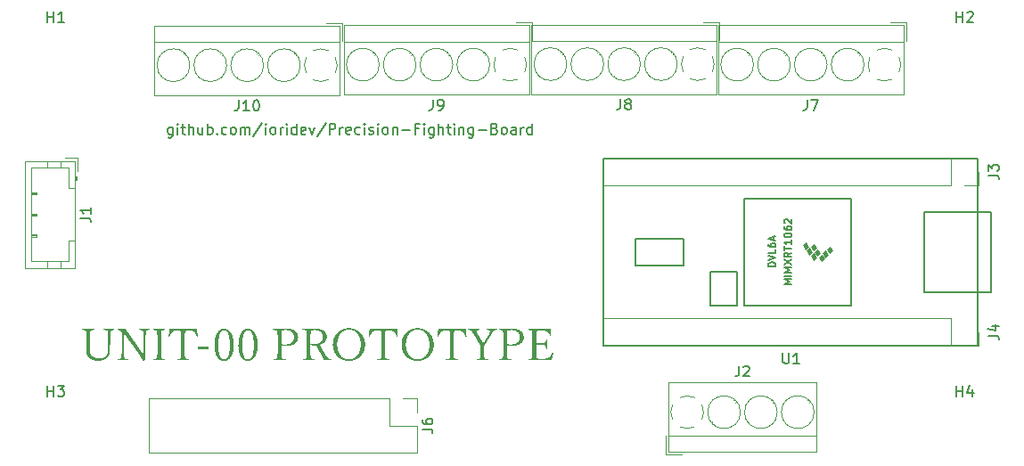
<source format=gbr>
%TF.GenerationSoftware,KiCad,Pcbnew,7.0.7*%
%TF.CreationDate,2023-08-25T02:36:16+09:00*%
%TF.ProjectId,PrecisionFightingBoard,50726563-6973-4696-9f6e-466967687469,rev?*%
%TF.SameCoordinates,Original*%
%TF.FileFunction,Legend,Top*%
%TF.FilePolarity,Positive*%
%FSLAX46Y46*%
G04 Gerber Fmt 4.6, Leading zero omitted, Abs format (unit mm)*
G04 Created by KiCad (PCBNEW 7.0.7) date 2023-08-25 02:36:16*
%MOMM*%
%LPD*%
G01*
G04 APERTURE LIST*
%ADD10C,0.150000*%
%ADD11C,0.120000*%
%ADD12C,0.100000*%
G04 APERTURE END LIST*
D10*
G36*
X78254605Y-73348060D02*
G01*
X78296846Y-73350012D01*
X78337472Y-73351838D01*
X78376484Y-73353538D01*
X78413882Y-73355112D01*
X78449666Y-73356560D01*
X78483835Y-73357883D01*
X78516390Y-73359079D01*
X78547330Y-73360150D01*
X78576657Y-73361094D01*
X78617619Y-73362275D01*
X78654950Y-73363172D01*
X78688648Y-73363786D01*
X78718714Y-73364117D01*
X78736741Y-73364180D01*
X78769314Y-73364038D01*
X78804386Y-73363613D01*
X78841957Y-73362904D01*
X78882027Y-73361913D01*
X78924595Y-73360638D01*
X78954362Y-73359630D01*
X78985240Y-73358497D01*
X79017228Y-73357237D01*
X79050327Y-73355852D01*
X79084536Y-73354341D01*
X79119856Y-73352703D01*
X79156286Y-73350940D01*
X79193827Y-73349051D01*
X79213014Y-73348060D01*
X79239311Y-73362872D01*
X79248363Y-73392561D01*
X79249651Y-73415471D01*
X79243604Y-73445489D01*
X79219561Y-73463509D01*
X79213014Y-73464563D01*
X79183356Y-73468330D01*
X79141680Y-73474710D01*
X79103380Y-73481966D01*
X79068453Y-73490097D01*
X79036902Y-73499105D01*
X79008725Y-73508988D01*
X78976404Y-73523528D01*
X78950083Y-73539625D01*
X78925619Y-73561936D01*
X78918457Y-73571542D01*
X78901868Y-73602488D01*
X78890733Y-73632174D01*
X78880719Y-73667412D01*
X78871825Y-73708201D01*
X78866519Y-73738477D01*
X78861710Y-73771221D01*
X78857400Y-73806432D01*
X78853587Y-73844110D01*
X78850273Y-73884256D01*
X78847456Y-73926869D01*
X78845138Y-73971949D01*
X78843318Y-74019496D01*
X78841995Y-74069510D01*
X78841521Y-74095443D01*
X78833461Y-74604689D01*
X78832965Y-74637422D01*
X78832485Y-74669584D01*
X78832020Y-74701175D01*
X78831572Y-74732195D01*
X78831139Y-74762644D01*
X78830722Y-74792522D01*
X78830320Y-74821829D01*
X78829565Y-74878730D01*
X78828872Y-74933347D01*
X78828242Y-74985680D01*
X78827676Y-75035729D01*
X78827172Y-75083493D01*
X78826731Y-75128974D01*
X78826353Y-75172171D01*
X78826038Y-75213083D01*
X78825786Y-75251712D01*
X78825598Y-75288056D01*
X78825472Y-75322117D01*
X78825409Y-75353893D01*
X78825401Y-75368925D01*
X78825091Y-75399390D01*
X78824161Y-75429421D01*
X78822612Y-75459016D01*
X78817655Y-75516902D01*
X78810219Y-75573047D01*
X78800304Y-75627452D01*
X78787911Y-75680117D01*
X78773039Y-75731042D01*
X78755688Y-75780226D01*
X78735858Y-75827670D01*
X78713550Y-75873374D01*
X78688763Y-75917338D01*
X78661498Y-75959561D01*
X78631754Y-76000045D01*
X78599531Y-76038788D01*
X78564829Y-76075790D01*
X78527649Y-76111053D01*
X78508129Y-76128032D01*
X78467672Y-76160506D01*
X78426167Y-76190886D01*
X78383614Y-76219170D01*
X78340014Y-76245360D01*
X78295366Y-76269454D01*
X78249671Y-76291453D01*
X78202928Y-76311357D01*
X78155137Y-76329166D01*
X78106299Y-76344879D01*
X78056414Y-76358498D01*
X78005480Y-76370021D01*
X77953500Y-76379449D01*
X77900471Y-76386782D01*
X77846395Y-76392020D01*
X77791272Y-76395163D01*
X77735101Y-76396210D01*
X77699369Y-76395886D01*
X77664075Y-76394914D01*
X77629216Y-76393293D01*
X77594795Y-76391024D01*
X77560809Y-76388107D01*
X77527261Y-76384541D01*
X77494148Y-76380327D01*
X77461472Y-76375465D01*
X77429233Y-76369954D01*
X77397430Y-76363796D01*
X77366064Y-76356989D01*
X77335134Y-76349533D01*
X77304641Y-76341429D01*
X77274584Y-76332678D01*
X77244963Y-76323277D01*
X77215779Y-76313229D01*
X77187032Y-76302532D01*
X77158721Y-76291187D01*
X77130847Y-76279193D01*
X77103409Y-76266552D01*
X77076407Y-76253262D01*
X77049842Y-76239323D01*
X77023714Y-76224737D01*
X76998022Y-76209502D01*
X76972766Y-76193619D01*
X76947947Y-76177087D01*
X76923564Y-76159907D01*
X76899618Y-76142079D01*
X76876109Y-76123603D01*
X76853036Y-76104478D01*
X76830399Y-76084705D01*
X76808199Y-76064284D01*
X76778475Y-76034766D01*
X76750668Y-76003914D01*
X76724780Y-75971729D01*
X76700809Y-75938209D01*
X76678755Y-75903356D01*
X76658619Y-75867169D01*
X76640401Y-75829648D01*
X76624101Y-75790793D01*
X76609718Y-75750605D01*
X76597253Y-75709083D01*
X76586706Y-75666227D01*
X76578077Y-75622037D01*
X76571365Y-75576513D01*
X76566570Y-75529656D01*
X76563694Y-75481464D01*
X76562735Y-75431939D01*
X76570795Y-74627404D01*
X76570795Y-74011179D01*
X76570635Y-73965816D01*
X76570154Y-73922782D01*
X76569352Y-73882078D01*
X76568230Y-73843705D01*
X76566788Y-73807661D01*
X76565025Y-73773947D01*
X76562941Y-73742562D01*
X76559214Y-73699854D01*
X76554767Y-73662389D01*
X76549597Y-73630165D01*
X76541583Y-73595355D01*
X76529762Y-73564947D01*
X76509483Y-73542597D01*
X76484502Y-73526494D01*
X76451735Y-73511971D01*
X76422051Y-73502116D01*
X76387988Y-73493149D01*
X76349545Y-73485071D01*
X76306724Y-73477882D01*
X76275743Y-73473583D01*
X76242816Y-73469679D01*
X76207943Y-73466170D01*
X76189776Y-73464563D01*
X76162954Y-73451952D01*
X76152735Y-73423621D01*
X76152407Y-73415471D01*
X76154743Y-73385978D01*
X76167004Y-73357539D01*
X76189776Y-73348060D01*
X76231253Y-73350012D01*
X76271785Y-73351838D01*
X76311372Y-73353538D01*
X76350015Y-73355112D01*
X76387713Y-73356560D01*
X76424467Y-73357883D01*
X76460276Y-73359079D01*
X76495141Y-73360150D01*
X76529061Y-73361094D01*
X76562037Y-73361913D01*
X76594068Y-73362605D01*
X76625154Y-73363172D01*
X76655296Y-73363613D01*
X76698738Y-73364038D01*
X76740055Y-73364180D01*
X76783326Y-73364038D01*
X76813081Y-73363786D01*
X76843564Y-73363408D01*
X76874774Y-73362904D01*
X76906710Y-73362275D01*
X76939374Y-73361519D01*
X76972765Y-73360638D01*
X77006882Y-73359630D01*
X77041727Y-73358497D01*
X77077299Y-73357237D01*
X77113597Y-73355852D01*
X77150623Y-73354341D01*
X77188376Y-73352703D01*
X77226855Y-73350940D01*
X77266062Y-73349051D01*
X77285938Y-73348060D01*
X77312761Y-73362872D01*
X77321993Y-73392561D01*
X77323307Y-73415471D01*
X77317140Y-73445135D01*
X77292616Y-73463385D01*
X77285938Y-73464563D01*
X77253708Y-73467644D01*
X77223513Y-73470840D01*
X77186419Y-73475282D01*
X77152942Y-73479931D01*
X77123083Y-73484785D01*
X77090848Y-73491143D01*
X77059627Y-73499197D01*
X77047069Y-73503398D01*
X77018432Y-73518224D01*
X76994804Y-73537058D01*
X76976186Y-73559898D01*
X76973063Y-73564947D01*
X76960870Y-73592459D01*
X76950303Y-73631030D01*
X76943444Y-73667216D01*
X76937500Y-73709624D01*
X76934045Y-73741352D01*
X76930997Y-73775844D01*
X76928355Y-73813102D01*
X76926120Y-73853124D01*
X76924291Y-73895911D01*
X76922868Y-73941464D01*
X76921852Y-73989781D01*
X76921242Y-74040863D01*
X76921039Y-74094710D01*
X76921039Y-74633998D01*
X76917376Y-75215052D01*
X76917593Y-75254548D01*
X76918246Y-75292801D01*
X76919333Y-75329813D01*
X76920856Y-75365582D01*
X76922814Y-75400109D01*
X76925207Y-75433393D01*
X76928035Y-75465436D01*
X76931297Y-75496236D01*
X76934995Y-75525795D01*
X76941358Y-75567803D01*
X76948700Y-75607016D01*
X76957020Y-75643434D01*
X76966320Y-75677057D01*
X76973063Y-75697920D01*
X76984798Y-75728614D01*
X76998388Y-75758416D01*
X77013832Y-75787324D01*
X77031132Y-75815340D01*
X77050286Y-75842462D01*
X77071294Y-75868691D01*
X77094158Y-75894028D01*
X77118876Y-75918471D01*
X77152573Y-75947929D01*
X77187169Y-75975487D01*
X77222663Y-76001144D01*
X77259056Y-76024900D01*
X77296348Y-76046756D01*
X77334539Y-76066711D01*
X77373628Y-76084766D01*
X77413616Y-76100921D01*
X77454503Y-76115175D01*
X77496288Y-76127528D01*
X77538973Y-76137981D01*
X77582556Y-76146533D01*
X77627038Y-76153185D01*
X77672418Y-76157936D01*
X77718697Y-76160787D01*
X77765875Y-76161737D01*
X77820982Y-76160801D01*
X77874376Y-76157993D01*
X77926059Y-76153314D01*
X77976031Y-76146762D01*
X78024291Y-76138338D01*
X78070839Y-76128043D01*
X78115676Y-76115876D01*
X78158801Y-76101837D01*
X78200214Y-76085925D01*
X78239916Y-76068142D01*
X78277907Y-76048488D01*
X78314185Y-76026961D01*
X78348752Y-76003562D01*
X78381608Y-75978292D01*
X78412752Y-75951149D01*
X78442184Y-75922135D01*
X78467117Y-75894961D01*
X78490441Y-75866012D01*
X78512156Y-75835289D01*
X78532264Y-75802792D01*
X78550762Y-75768519D01*
X78567652Y-75732473D01*
X78582933Y-75694651D01*
X78596606Y-75655055D01*
X78608671Y-75613685D01*
X78619126Y-75570540D01*
X78627973Y-75525620D01*
X78635212Y-75478926D01*
X78640842Y-75430457D01*
X78644863Y-75380213D01*
X78647276Y-75328195D01*
X78648080Y-75274403D01*
X78648080Y-75241971D01*
X78648080Y-75209705D01*
X78648080Y-75177605D01*
X78648080Y-75145672D01*
X78648080Y-75113904D01*
X78648080Y-75082302D01*
X78648080Y-75050866D01*
X78648080Y-75019596D01*
X78648080Y-74988493D01*
X78648080Y-74957555D01*
X78648080Y-74926783D01*
X78648080Y-74896178D01*
X78648080Y-74865738D01*
X78648080Y-74835464D01*
X78648080Y-74805356D01*
X78648080Y-74775415D01*
X78643684Y-74094710D01*
X78642734Y-74042752D01*
X78641349Y-73993307D01*
X78639528Y-73946375D01*
X78637273Y-73901956D01*
X78634582Y-73860051D01*
X78631457Y-73820658D01*
X78627896Y-73783778D01*
X78623900Y-73749412D01*
X78619470Y-73717558D01*
X78614604Y-73688217D01*
X78606490Y-73648918D01*
X78597396Y-73615274D01*
X78587324Y-73587283D01*
X78576273Y-73564947D01*
X78555282Y-73541438D01*
X78530684Y-73524717D01*
X78499148Y-73509850D01*
X78470943Y-73499918D01*
X78438836Y-73491028D01*
X78402825Y-73483182D01*
X78362912Y-73476379D01*
X78319097Y-73470620D01*
X78287718Y-73467360D01*
X78254605Y-73464563D01*
X78228877Y-73448518D01*
X78221665Y-73418225D01*
X78221632Y-73415471D01*
X78223693Y-73385978D01*
X78234512Y-73357539D01*
X78254605Y-73348060D01*
G37*
G36*
X80169958Y-73781102D02*
G01*
X80122330Y-73781102D01*
X80138450Y-75588743D01*
X80139489Y-75644145D01*
X80140958Y-75696775D01*
X80142855Y-75746635D01*
X80145182Y-75793724D01*
X80147939Y-75838043D01*
X80151124Y-75879591D01*
X80154739Y-75918368D01*
X80158784Y-75954375D01*
X80163257Y-75987611D01*
X80168160Y-76018077D01*
X80176320Y-76058580D01*
X80185445Y-76092849D01*
X80195537Y-76120885D01*
X80206594Y-76142686D01*
X80228658Y-76167673D01*
X80254012Y-76185396D01*
X80286212Y-76201104D01*
X80314855Y-76211563D01*
X80347349Y-76220888D01*
X80383694Y-76229079D01*
X80423890Y-76236138D01*
X80467938Y-76242062D01*
X80499442Y-76245383D01*
X80532658Y-76248199D01*
X80557388Y-76263953D01*
X80565502Y-76292764D01*
X80565631Y-76298025D01*
X80561735Y-76327226D01*
X80540386Y-76348514D01*
X80532658Y-76349316D01*
X80499548Y-76348537D01*
X80465543Y-76347781D01*
X80432656Y-76347077D01*
X80402613Y-76346451D01*
X80370174Y-76345789D01*
X80363398Y-76345652D01*
X80323165Y-76346307D01*
X80285173Y-76346897D01*
X80249423Y-76347423D01*
X80215913Y-76347885D01*
X80184645Y-76348282D01*
X80146440Y-76348711D01*
X80112219Y-76349026D01*
X80081983Y-76349226D01*
X80049790Y-76349316D01*
X80019086Y-76349316D01*
X79982621Y-76349316D01*
X79948330Y-76349316D01*
X79908089Y-76349316D01*
X79877955Y-76349316D01*
X79845177Y-76349316D01*
X79809754Y-76349316D01*
X79771687Y-76349316D01*
X79730975Y-76349316D01*
X79687618Y-76349316D01*
X79641616Y-76349316D01*
X79592970Y-76349316D01*
X79567655Y-76349316D01*
X79539605Y-76339498D01*
X79527263Y-76310046D01*
X79526622Y-76298025D01*
X79533394Y-76267885D01*
X79558038Y-76249939D01*
X79567655Y-76248199D01*
X79597565Y-76244853D01*
X79639532Y-76238965D01*
X79678022Y-76232033D01*
X79713034Y-76224058D01*
X79744569Y-76215040D01*
X79772626Y-76204979D01*
X79804625Y-76189941D01*
X79830442Y-76173048D01*
X79854020Y-76149324D01*
X79860746Y-76139023D01*
X79876294Y-76104184D01*
X79886722Y-76071758D01*
X79896095Y-76033936D01*
X79904411Y-75990717D01*
X79909368Y-75958907D01*
X79913856Y-75924697D01*
X79917875Y-75888089D01*
X79921424Y-75849083D01*
X79924504Y-75807678D01*
X79927114Y-75763875D01*
X79929255Y-75717673D01*
X79930926Y-75669072D01*
X79932129Y-75618073D01*
X79932554Y-75591674D01*
X79957466Y-74029497D01*
X79957904Y-73987608D01*
X79957753Y-73947672D01*
X79957011Y-73909687D01*
X79955680Y-73873655D01*
X79953760Y-73839574D01*
X79951250Y-73807446D01*
X79948150Y-73777270D01*
X79942395Y-73735665D01*
X79935313Y-73698453D01*
X79926904Y-73665632D01*
X79917169Y-73637204D01*
X79902125Y-73606132D01*
X79893719Y-73593524D01*
X79872435Y-73570912D01*
X79844855Y-73550338D01*
X79810978Y-73531803D01*
X79781438Y-73519238D01*
X79748355Y-73507820D01*
X79711731Y-73497548D01*
X79671565Y-73488423D01*
X79627857Y-73480444D01*
X79596750Y-73475761D01*
X79564069Y-73471588D01*
X79547138Y-73469692D01*
X79519089Y-73458493D01*
X79506747Y-73431304D01*
X79506106Y-73420600D01*
X79508670Y-73388863D01*
X79520571Y-73360031D01*
X79547138Y-73348060D01*
X79587667Y-73348060D01*
X79627372Y-73348060D01*
X79666253Y-73348060D01*
X79704309Y-73348060D01*
X79741540Y-73348060D01*
X79777948Y-73348060D01*
X79813531Y-73348060D01*
X79848290Y-73348060D01*
X79882224Y-73348060D01*
X79915334Y-73348060D01*
X79936950Y-73348060D01*
X79974557Y-73348021D01*
X80011817Y-73347905D01*
X80048729Y-73347712D01*
X80085293Y-73347441D01*
X80121510Y-73347094D01*
X80157378Y-73346668D01*
X80192899Y-73346166D01*
X80228072Y-73345587D01*
X80262898Y-73344930D01*
X80297375Y-73344196D01*
X80320167Y-73343663D01*
X80334905Y-73371690D01*
X80350358Y-73400266D01*
X80366526Y-73429392D01*
X80383411Y-73459068D01*
X80401010Y-73489293D01*
X80419326Y-73520068D01*
X80438357Y-73551392D01*
X80458103Y-73583265D01*
X80478565Y-73615689D01*
X80499743Y-73648661D01*
X80521636Y-73682184D01*
X80544245Y-73716256D01*
X80567569Y-73750877D01*
X80591609Y-73786048D01*
X80616364Y-73821769D01*
X80641835Y-73858039D01*
X81620760Y-75259016D01*
X81653670Y-75306737D01*
X81685538Y-75352999D01*
X81716364Y-75397802D01*
X81746148Y-75441144D01*
X81774891Y-75483027D01*
X81802591Y-75523450D01*
X81829250Y-75562414D01*
X81854867Y-75599918D01*
X81879442Y-75635961D01*
X81902975Y-75670546D01*
X81925466Y-75703670D01*
X81946916Y-75735335D01*
X81967324Y-75765540D01*
X81986689Y-75794285D01*
X82005013Y-75821571D01*
X82022295Y-75847397D01*
X82022295Y-75327892D01*
X82017899Y-74100572D01*
X82017619Y-74048253D01*
X82016777Y-73998459D01*
X82015375Y-73951190D01*
X82013411Y-73906444D01*
X82010887Y-73864224D01*
X82007801Y-73824528D01*
X82004155Y-73787356D01*
X81999947Y-73752709D01*
X81995179Y-73720586D01*
X81989849Y-73690988D01*
X81980803Y-73651324D01*
X81970495Y-73617340D01*
X81958924Y-73589036D01*
X81946092Y-73566413D01*
X81924714Y-73543272D01*
X81899910Y-73526716D01*
X81868260Y-73511902D01*
X81840029Y-73501933D01*
X81807947Y-73492942D01*
X81772014Y-73484931D01*
X81732230Y-73477898D01*
X81688595Y-73471845D01*
X81657365Y-73468353D01*
X81624424Y-73465296D01*
X81596946Y-73451191D01*
X81587930Y-73421719D01*
X81587787Y-73416203D01*
X81590077Y-73386390D01*
X81602098Y-73357642D01*
X81624424Y-73348060D01*
X81666624Y-73350012D01*
X81707131Y-73351838D01*
X81745942Y-73353538D01*
X81783060Y-73355112D01*
X81818482Y-73356560D01*
X81852211Y-73357883D01*
X81884245Y-73359079D01*
X81914584Y-73360150D01*
X81956917Y-73361519D01*
X81995436Y-73362605D01*
X82030144Y-73363408D01*
X82061038Y-73363928D01*
X82096301Y-73364180D01*
X82129851Y-73364038D01*
X82165655Y-73363613D01*
X82203714Y-73362904D01*
X82244026Y-73361913D01*
X82286592Y-73360638D01*
X82316222Y-73359630D01*
X82346853Y-73358497D01*
X82378487Y-73357237D01*
X82411122Y-73355852D01*
X82444758Y-73354341D01*
X82479397Y-73352703D01*
X82515037Y-73350940D01*
X82551680Y-73349051D01*
X82570376Y-73348060D01*
X82598426Y-73360962D01*
X82609446Y-73389204D01*
X82611409Y-73415471D01*
X82603555Y-73443981D01*
X82579993Y-73461552D01*
X82570376Y-73464563D01*
X82528639Y-73468932D01*
X82489979Y-73474344D01*
X82454398Y-73480799D01*
X82421896Y-73488297D01*
X82392471Y-73496838D01*
X82358027Y-73509850D01*
X82329056Y-73524717D01*
X82300538Y-73545908D01*
X82283879Y-73564947D01*
X82268332Y-73594211D01*
X82257903Y-73623070D01*
X82248531Y-73657855D01*
X82240215Y-73698564D01*
X82235257Y-73728995D01*
X82230770Y-73762060D01*
X82226751Y-73797757D01*
X82223202Y-73836088D01*
X82220122Y-73877052D01*
X82217512Y-73920650D01*
X82215371Y-73966880D01*
X82213699Y-74015744D01*
X82212497Y-74067241D01*
X82212072Y-74093977D01*
X82184961Y-75570425D01*
X82184995Y-75604966D01*
X82185099Y-75637149D01*
X82185270Y-75666974D01*
X82185582Y-75700937D01*
X82186000Y-75731216D01*
X82186644Y-75762686D01*
X82187159Y-75780718D01*
X82187230Y-75817173D01*
X82187443Y-75855920D01*
X82187797Y-75896960D01*
X82188293Y-75940293D01*
X82188702Y-75970455D01*
X82189174Y-76001636D01*
X82189710Y-76033836D01*
X82190308Y-76067055D01*
X82190969Y-76101293D01*
X82191693Y-76136550D01*
X82192480Y-76172825D01*
X82193330Y-76210120D01*
X82194243Y-76248434D01*
X82195219Y-76287766D01*
X82163440Y-76307147D01*
X82134597Y-76324620D01*
X82108692Y-76340188D01*
X82078718Y-76357980D01*
X82048593Y-76375453D01*
X82020123Y-76391021D01*
X82007641Y-76396210D01*
X81982717Y-76380502D01*
X81979064Y-76375694D01*
X81954006Y-76334916D01*
X81928289Y-76293548D01*
X81901913Y-76251591D01*
X81874880Y-76209044D01*
X81847188Y-76165907D01*
X81818837Y-76122181D01*
X81789829Y-76077865D01*
X81760162Y-76032960D01*
X81729837Y-75987465D01*
X81698853Y-75941380D01*
X81667211Y-75894706D01*
X81634911Y-75847442D01*
X81601952Y-75799589D01*
X81585226Y-75775441D01*
X81568336Y-75751146D01*
X81551280Y-75726703D01*
X81534061Y-75702113D01*
X81516676Y-75677376D01*
X81499127Y-75652491D01*
X80169958Y-73781102D01*
G37*
G36*
X82955792Y-76240139D02*
G01*
X82987388Y-76237340D01*
X83017329Y-76234071D01*
X83059140Y-76228288D01*
X83097228Y-76221449D01*
X83131594Y-76213553D01*
X83162238Y-76204602D01*
X83197306Y-76191023D01*
X83225756Y-76175567D01*
X83252014Y-76153607D01*
X83262805Y-76139023D01*
X83277751Y-76110667D01*
X83288330Y-76083070D01*
X83296848Y-76052432D01*
X83303305Y-76018756D01*
X83307112Y-75988370D01*
X83308234Y-75975624D01*
X83310638Y-75946097D01*
X83312722Y-75911007D01*
X83314074Y-75881037D01*
X83315246Y-75847938D01*
X83316238Y-75811708D01*
X83317050Y-75772349D01*
X83317681Y-75729860D01*
X83318001Y-75699795D01*
X83318242Y-75668340D01*
X83318402Y-75635493D01*
X83318482Y-75601255D01*
X83318492Y-75583614D01*
X83318492Y-74101304D01*
X83318452Y-74060941D01*
X83318332Y-74022467D01*
X83318132Y-73985883D01*
X83317851Y-73951187D01*
X83317490Y-73918380D01*
X83317050Y-73887462D01*
X83316238Y-73844628D01*
X83315246Y-73806043D01*
X83314074Y-73771710D01*
X83312722Y-73741626D01*
X83310638Y-73708127D01*
X83308234Y-73682184D01*
X83302647Y-73649440D01*
X83293946Y-73619352D01*
X83282131Y-73591921D01*
X83267201Y-73567145D01*
X83245906Y-73544391D01*
X83220627Y-73528042D01*
X83188021Y-73513341D01*
X83158757Y-73503398D01*
X83125372Y-73494382D01*
X83087866Y-73486293D01*
X83046238Y-73479132D01*
X83016196Y-73474873D01*
X82984322Y-73471026D01*
X82950617Y-73467592D01*
X82933077Y-73466029D01*
X82907349Y-73449777D01*
X82900136Y-73419003D01*
X82900104Y-73416203D01*
X82902165Y-73386390D01*
X82912984Y-73357642D01*
X82933077Y-73348060D01*
X82983999Y-73348060D01*
X83032717Y-73348060D01*
X83079231Y-73348060D01*
X83123541Y-73348060D01*
X83165647Y-73348060D01*
X83205549Y-73348060D01*
X83243247Y-73348060D01*
X83278742Y-73348060D01*
X83312032Y-73348060D01*
X83343119Y-73348060D01*
X83385616Y-73348060D01*
X83423155Y-73348060D01*
X83455735Y-73348060D01*
X83483356Y-73348060D01*
X83513253Y-73348060D01*
X83547438Y-73348060D01*
X83585913Y-73348060D01*
X83628677Y-73348060D01*
X83659569Y-73348060D01*
X83692367Y-73348060D01*
X83727071Y-73348060D01*
X83763682Y-73348060D01*
X83802199Y-73348060D01*
X83842622Y-73348060D01*
X83884951Y-73348060D01*
X83929187Y-73348060D01*
X83975329Y-73348060D01*
X84023377Y-73348060D01*
X84051367Y-73359306D01*
X84063906Y-73386390D01*
X84066608Y-73416203D01*
X84059473Y-73446342D01*
X84033509Y-73464289D01*
X84023377Y-73466029D01*
X83991695Y-73469515D01*
X83961679Y-73473379D01*
X83919778Y-73479883D01*
X83881626Y-73487238D01*
X83847221Y-73495442D01*
X83816564Y-73504497D01*
X83781519Y-73517892D01*
X83753138Y-73532799D01*
X83727031Y-73553557D01*
X83716364Y-73567145D01*
X83703312Y-73594405D01*
X83692001Y-73632954D01*
X83684659Y-73669273D01*
X83678296Y-73711942D01*
X83674598Y-73743916D01*
X83671335Y-73778712D01*
X83668507Y-73816330D01*
X83666115Y-73856771D01*
X83664157Y-73900033D01*
X83662634Y-73946118D01*
X83661547Y-73995024D01*
X83660894Y-74046753D01*
X83660676Y-74101304D01*
X83660676Y-75744815D01*
X83660877Y-75783792D01*
X83661478Y-75820858D01*
X83662480Y-75856012D01*
X83663882Y-75889254D01*
X83665685Y-75920584D01*
X83667889Y-75950001D01*
X83671946Y-75990543D01*
X83676905Y-76026783D01*
X83682766Y-76058721D01*
X83691982Y-76094614D01*
X83702801Y-76122858D01*
X83711967Y-76139023D01*
X83732234Y-76162606D01*
X83758413Y-76182248D01*
X83786646Y-76196399D01*
X83810886Y-76204968D01*
X83840587Y-76212456D01*
X83870415Y-76218380D01*
X83904858Y-76224019D01*
X83935736Y-76228324D01*
X83969567Y-76232445D01*
X84006353Y-76236384D01*
X84035880Y-76239217D01*
X84046092Y-76240139D01*
X84074141Y-76252180D01*
X84086123Y-76279185D01*
X84087124Y-76293628D01*
X84083117Y-76322995D01*
X84064043Y-76345835D01*
X84046092Y-76349316D01*
X84004738Y-76347364D01*
X83964209Y-76345537D01*
X83924504Y-76343837D01*
X83885624Y-76342263D01*
X83847568Y-76340815D01*
X83810336Y-76339492D01*
X83773929Y-76338296D01*
X83738346Y-76337226D01*
X83703587Y-76336281D01*
X83669652Y-76335462D01*
X83636542Y-76334770D01*
X83604256Y-76334203D01*
X83572795Y-76333762D01*
X83542158Y-76333447D01*
X83512345Y-76333259D01*
X83483356Y-76333196D01*
X83439854Y-76333337D01*
X83410144Y-76333589D01*
X83379867Y-76333967D01*
X83349024Y-76334471D01*
X83317614Y-76335100D01*
X83285637Y-76335856D01*
X83253094Y-76336738D01*
X83219984Y-76337745D01*
X83186307Y-76338879D01*
X83152063Y-76340138D01*
X83117253Y-76341523D01*
X83081876Y-76343034D01*
X83045932Y-76344672D01*
X83009422Y-76346435D01*
X82972344Y-76348324D01*
X82953593Y-76349316D01*
X82927866Y-76333599D01*
X82920910Y-76303580D01*
X82920621Y-76293628D01*
X82925566Y-76263781D01*
X82947548Y-76242257D01*
X82955792Y-76240139D01*
G37*
G36*
X87084717Y-73348060D02*
G01*
X87087405Y-73381774D01*
X87090338Y-73416787D01*
X87093518Y-73453100D01*
X87096944Y-73490713D01*
X87100617Y-73529624D01*
X87104535Y-73569836D01*
X87108699Y-73611347D01*
X87113110Y-73654157D01*
X87117767Y-73698267D01*
X87122670Y-73743676D01*
X87127819Y-73790384D01*
X87133214Y-73838392D01*
X87138856Y-73887700D01*
X87144743Y-73938307D01*
X87150877Y-73990213D01*
X87157257Y-74043419D01*
X87157257Y-74060272D01*
X87143372Y-74086318D01*
X87112982Y-74096550D01*
X87084717Y-74098374D01*
X87057388Y-74086598D01*
X87049546Y-74073461D01*
X87036471Y-74036200D01*
X87022893Y-74000257D01*
X87008811Y-73965629D01*
X86994225Y-73932319D01*
X86979135Y-73900325D01*
X86963542Y-73869648D01*
X86947445Y-73840287D01*
X86930844Y-73812243D01*
X86913739Y-73785516D01*
X86896131Y-73760105D01*
X86878019Y-73736011D01*
X86859403Y-73713233D01*
X86830534Y-73681535D01*
X86800533Y-73652800D01*
X86779902Y-73635289D01*
X86750596Y-73614076D01*
X86717631Y-73594949D01*
X86681009Y-73577909D01*
X86640729Y-73562955D01*
X86611844Y-73554145D01*
X86581332Y-73546263D01*
X86549195Y-73539307D01*
X86515433Y-73533280D01*
X86480044Y-73528179D01*
X86443030Y-73524006D01*
X86404390Y-73520760D01*
X86364124Y-73518442D01*
X86322233Y-73517051D01*
X86278715Y-73516587D01*
X86242102Y-73516908D01*
X86208465Y-73517869D01*
X86177805Y-73519472D01*
X86143666Y-73522377D01*
X86114178Y-73526284D01*
X86084932Y-73532295D01*
X86069155Y-73537103D01*
X86041034Y-73550255D01*
X86016204Y-73569561D01*
X85996672Y-73592198D01*
X85990753Y-73600851D01*
X85975701Y-73628500D01*
X85963244Y-73659515D01*
X85954632Y-73688778D01*
X85947926Y-73720515D01*
X85943126Y-73754724D01*
X85940171Y-73789378D01*
X85938167Y-73822820D01*
X85936484Y-73861346D01*
X85935432Y-73893576D01*
X85934561Y-73928665D01*
X85933869Y-73966614D01*
X85933358Y-74007422D01*
X85933028Y-74051090D01*
X85932908Y-74081790D01*
X85932868Y-74113761D01*
X85932868Y-75651758D01*
X85932908Y-75686594D01*
X85933028Y-75719845D01*
X85933228Y-75751509D01*
X85933509Y-75781588D01*
X85934080Y-75823734D01*
X85934831Y-75862312D01*
X85935763Y-75897322D01*
X85936875Y-75928764D01*
X85938638Y-75965137D01*
X85940722Y-75995167D01*
X85943126Y-76018855D01*
X85948701Y-76048257D01*
X85957734Y-76079284D01*
X85969606Y-76107562D01*
X85984318Y-76133093D01*
X85986357Y-76136092D01*
X86006369Y-76157890D01*
X86031236Y-76176392D01*
X86060958Y-76191596D01*
X86090946Y-76202195D01*
X86095533Y-76203503D01*
X86125441Y-76210243D01*
X86155755Y-76215664D01*
X86190971Y-76220905D01*
X86222673Y-76224969D01*
X86257512Y-76228919D01*
X86295488Y-76232755D01*
X86326029Y-76235556D01*
X86336601Y-76236475D01*
X86363649Y-76248877D01*
X86375550Y-76278390D01*
X86376168Y-76289965D01*
X86372304Y-76321263D01*
X86353912Y-76345606D01*
X86336601Y-76349316D01*
X86294521Y-76347364D01*
X86253276Y-76345537D01*
X86212867Y-76343837D01*
X86173294Y-76342263D01*
X86134557Y-76340815D01*
X86096655Y-76339492D01*
X86059590Y-76338296D01*
X86023360Y-76337226D01*
X85987965Y-76336281D01*
X85953407Y-76335462D01*
X85919684Y-76334770D01*
X85886797Y-76334203D01*
X85854746Y-76333762D01*
X85823531Y-76333447D01*
X85793151Y-76333259D01*
X85763607Y-76333196D01*
X85733482Y-76333259D01*
X85702825Y-76333447D01*
X85671636Y-76333762D01*
X85639914Y-76334203D01*
X85607659Y-76334770D01*
X85574872Y-76335462D01*
X85541553Y-76336281D01*
X85507702Y-76337226D01*
X85473318Y-76338296D01*
X85438402Y-76339492D01*
X85402953Y-76340815D01*
X85366972Y-76342263D01*
X85330459Y-76343837D01*
X85293413Y-76345537D01*
X85255835Y-76347364D01*
X85217725Y-76349316D01*
X85190902Y-76336275D01*
X85181268Y-76307063D01*
X85180355Y-76289965D01*
X85185610Y-76259430D01*
X85206959Y-76238941D01*
X85217725Y-76236475D01*
X85250391Y-76233421D01*
X85281346Y-76229938D01*
X85310589Y-76226025D01*
X85351245Y-76219351D01*
X85388050Y-76211711D01*
X85421003Y-76203106D01*
X85450105Y-76193534D01*
X85482918Y-76179268D01*
X85508884Y-76163286D01*
X85531714Y-76140892D01*
X85534996Y-76136092D01*
X85548048Y-76109152D01*
X85559359Y-76071566D01*
X85566701Y-76036388D01*
X85573064Y-75995222D01*
X85576762Y-75964450D01*
X85580024Y-75931016D01*
X85582852Y-75894921D01*
X85585245Y-75856164D01*
X85587203Y-75814744D01*
X85588726Y-75770663D01*
X85589813Y-75723920D01*
X85590466Y-75674516D01*
X85590683Y-75622449D01*
X85590683Y-74015575D01*
X85590483Y-73973223D01*
X85589882Y-73932994D01*
X85588880Y-73894890D01*
X85587478Y-73858909D01*
X85585674Y-73825051D01*
X85583471Y-73793318D01*
X85580866Y-73763708D01*
X85576208Y-73723276D01*
X85570648Y-73687622D01*
X85564186Y-73656746D01*
X85554169Y-73623012D01*
X85539392Y-73592791D01*
X85519260Y-73570838D01*
X85490005Y-73552605D01*
X85460032Y-73540698D01*
X85424219Y-73531173D01*
X85393529Y-73525592D01*
X85359553Y-73521350D01*
X85322294Y-73518448D01*
X85281750Y-73516885D01*
X85252896Y-73516587D01*
X85211840Y-73517051D01*
X85172204Y-73518442D01*
X85133987Y-73520760D01*
X85097191Y-73524006D01*
X85061814Y-73528179D01*
X85027856Y-73533280D01*
X84995319Y-73539307D01*
X84964200Y-73546263D01*
X84934502Y-73554145D01*
X84906223Y-73562955D01*
X84866467Y-73577909D01*
X84829905Y-73594949D01*
X84796537Y-73614076D01*
X84766364Y-73635289D01*
X84735529Y-73662049D01*
X84705673Y-73691772D01*
X84676796Y-73724457D01*
X84658089Y-73747893D01*
X84639816Y-73772646D01*
X84621979Y-73798715D01*
X84604577Y-73826100D01*
X84587609Y-73854803D01*
X84571077Y-73884822D01*
X84554980Y-73916157D01*
X84539318Y-73948810D01*
X84524091Y-73982778D01*
X84509299Y-74018064D01*
X84494942Y-74054666D01*
X84487927Y-74073461D01*
X84469017Y-74096403D01*
X84459351Y-74098374D01*
X84427935Y-74095992D01*
X84399394Y-74084941D01*
X84387543Y-74060272D01*
X84387543Y-74047815D01*
X84394109Y-73996138D01*
X84400435Y-73945519D01*
X84406520Y-73895960D01*
X84412364Y-73847460D01*
X84417969Y-73800018D01*
X84423332Y-73753636D01*
X84428456Y-73708313D01*
X84433339Y-73664049D01*
X84437981Y-73620843D01*
X84442383Y-73578697D01*
X84446545Y-73537610D01*
X84450466Y-73497582D01*
X84454147Y-73458613D01*
X84457587Y-73420703D01*
X84460787Y-73383852D01*
X84463747Y-73348060D01*
X84499181Y-73349322D01*
X84534959Y-73350544D01*
X84571080Y-73351726D01*
X84607545Y-73352868D01*
X84644353Y-73353970D01*
X84681505Y-73355032D01*
X84719000Y-73356054D01*
X84756838Y-73357035D01*
X84795020Y-73357977D01*
X84833546Y-73358879D01*
X84872415Y-73359740D01*
X84911627Y-73360562D01*
X84951183Y-73361343D01*
X84991082Y-73362084D01*
X85031325Y-73362786D01*
X85071912Y-73363447D01*
X85112841Y-73364068D01*
X85154115Y-73364649D01*
X85195731Y-73365190D01*
X85237691Y-73365691D01*
X85279995Y-73366152D01*
X85322642Y-73366572D01*
X85365633Y-73366953D01*
X85408967Y-73367294D01*
X85452644Y-73367594D01*
X85496665Y-73367855D01*
X85541030Y-73368075D01*
X85585737Y-73368255D01*
X85630789Y-73368396D01*
X85676184Y-73368496D01*
X85721922Y-73368556D01*
X85768004Y-73368576D01*
X85814807Y-73368556D01*
X85861246Y-73368496D01*
X85907320Y-73368396D01*
X85953029Y-73368255D01*
X85998373Y-73368075D01*
X86043352Y-73367855D01*
X86087966Y-73367594D01*
X86132216Y-73367294D01*
X86176100Y-73366953D01*
X86219619Y-73366572D01*
X86262774Y-73366152D01*
X86305563Y-73365691D01*
X86347988Y-73365190D01*
X86390047Y-73364649D01*
X86431742Y-73364068D01*
X86473072Y-73363447D01*
X86514037Y-73362786D01*
X86554636Y-73362084D01*
X86594871Y-73361343D01*
X86634741Y-73360562D01*
X86674246Y-73359740D01*
X86713387Y-73358879D01*
X86752162Y-73357977D01*
X86790572Y-73357035D01*
X86828618Y-73356054D01*
X86866298Y-73355032D01*
X86903613Y-73353970D01*
X86940564Y-73352868D01*
X86977150Y-73351726D01*
X87013370Y-73350544D01*
X87049226Y-73349322D01*
X87084717Y-73348060D01*
G37*
G36*
X88188939Y-75036266D02*
G01*
X88188939Y-75327159D01*
X87205617Y-75327159D01*
X87205617Y-75036266D01*
X88188939Y-75036266D01*
G37*
G36*
X89718796Y-73349731D02*
G01*
X89768747Y-73354746D01*
X89817439Y-73363103D01*
X89864872Y-73374804D01*
X89911045Y-73389848D01*
X89955959Y-73408235D01*
X89999614Y-73429965D01*
X90042009Y-73455038D01*
X90083145Y-73483454D01*
X90123022Y-73515213D01*
X90161639Y-73550315D01*
X90198996Y-73588761D01*
X90235095Y-73630549D01*
X90269934Y-73675681D01*
X90303513Y-73724155D01*
X90319831Y-73749646D01*
X90335833Y-73775973D01*
X90350800Y-73801703D01*
X90365291Y-73827968D01*
X90379308Y-73854768D01*
X90392849Y-73882104D01*
X90405915Y-73909975D01*
X90418506Y-73938381D01*
X90430622Y-73967322D01*
X90442262Y-73996799D01*
X90453428Y-74026811D01*
X90464118Y-74057358D01*
X90474333Y-74088440D01*
X90484074Y-74120058D01*
X90493339Y-74152210D01*
X90502128Y-74184898D01*
X90510443Y-74218122D01*
X90518283Y-74251880D01*
X90525647Y-74286174D01*
X90532537Y-74321003D01*
X90538951Y-74356367D01*
X90544890Y-74392266D01*
X90550354Y-74428701D01*
X90555343Y-74465671D01*
X90559857Y-74503176D01*
X90563895Y-74541216D01*
X90567459Y-74579792D01*
X90570547Y-74618903D01*
X90573160Y-74658549D01*
X90575298Y-74698730D01*
X90576961Y-74739447D01*
X90578149Y-74780698D01*
X90578862Y-74822485D01*
X90579099Y-74864808D01*
X90578807Y-74913312D01*
X90577932Y-74961098D01*
X90576472Y-75008166D01*
X90574428Y-75054516D01*
X90571801Y-75100147D01*
X90568589Y-75145059D01*
X90564794Y-75189253D01*
X90560415Y-75232729D01*
X90555452Y-75275486D01*
X90549905Y-75317525D01*
X90543774Y-75358846D01*
X90537059Y-75399448D01*
X90529760Y-75439331D01*
X90521878Y-75478496D01*
X90513411Y-75516943D01*
X90504361Y-75554672D01*
X90494727Y-75591681D01*
X90484509Y-75627973D01*
X90473707Y-75663546D01*
X90462321Y-75698401D01*
X90450351Y-75732537D01*
X90437797Y-75765955D01*
X90424660Y-75798654D01*
X90410938Y-75830635D01*
X90396633Y-75861898D01*
X90381743Y-75892442D01*
X90366270Y-75922268D01*
X90350213Y-75951375D01*
X90333572Y-75979764D01*
X90316347Y-76007435D01*
X90298539Y-76034387D01*
X90280146Y-76060621D01*
X90249246Y-76101258D01*
X90217360Y-76139274D01*
X90184491Y-76174669D01*
X90150636Y-76207441D01*
X90115797Y-76237592D01*
X90079974Y-76265121D01*
X90043166Y-76290028D01*
X90005373Y-76312313D01*
X89966595Y-76331976D01*
X89926834Y-76349018D01*
X89886087Y-76363438D01*
X89844356Y-76375236D01*
X89801640Y-76384412D01*
X89757940Y-76390967D01*
X89713255Y-76394899D01*
X89667585Y-76396210D01*
X89611792Y-76394530D01*
X89557618Y-76389490D01*
X89505065Y-76381089D01*
X89454132Y-76369328D01*
X89404819Y-76354207D01*
X89357126Y-76335726D01*
X89311052Y-76313884D01*
X89266599Y-76288682D01*
X89223766Y-76260120D01*
X89182553Y-76228198D01*
X89142960Y-76192915D01*
X89104987Y-76154272D01*
X89068634Y-76112269D01*
X89033901Y-76066906D01*
X89000788Y-76018182D01*
X88984839Y-75992561D01*
X88969295Y-75966099D01*
X88942321Y-75915878D01*
X88917088Y-75863402D01*
X88905124Y-75836318D01*
X88893595Y-75808671D01*
X88882501Y-75780459D01*
X88871842Y-75751684D01*
X88861618Y-75722345D01*
X88851829Y-75692442D01*
X88842475Y-75661975D01*
X88833557Y-75630944D01*
X88825073Y-75599349D01*
X88817025Y-75567191D01*
X88809411Y-75534469D01*
X88802233Y-75501182D01*
X88795489Y-75467332D01*
X88789181Y-75432918D01*
X88783308Y-75397941D01*
X88777869Y-75362399D01*
X88772866Y-75326293D01*
X88768298Y-75289624D01*
X88764165Y-75252391D01*
X88760467Y-75214594D01*
X88757204Y-75176233D01*
X88754376Y-75137308D01*
X88751983Y-75097820D01*
X88750026Y-75057767D01*
X88748503Y-75017151D01*
X88747415Y-74975971D01*
X88746763Y-74934226D01*
X88746545Y-74891919D01*
X88746629Y-74877997D01*
X89121702Y-74877997D01*
X89121863Y-74926916D01*
X89122346Y-74974940D01*
X89123151Y-75022068D01*
X89124278Y-75068300D01*
X89125727Y-75113636D01*
X89127498Y-75158076D01*
X89129591Y-75201621D01*
X89132006Y-75244269D01*
X89134743Y-75286022D01*
X89137802Y-75326879D01*
X89141183Y-75366840D01*
X89144886Y-75405905D01*
X89148911Y-75444074D01*
X89153258Y-75481347D01*
X89157927Y-75517725D01*
X89162918Y-75553206D01*
X89168231Y-75587792D01*
X89173866Y-75621481D01*
X89179823Y-75654275D01*
X89186102Y-75686173D01*
X89192703Y-75717176D01*
X89199626Y-75747282D01*
X89206871Y-75776492D01*
X89222327Y-75832225D01*
X89239071Y-75884375D01*
X89257103Y-75932941D01*
X89276423Y-75977924D01*
X89286566Y-75999071D01*
X89303510Y-76031280D01*
X89321371Y-76061411D01*
X89340147Y-76089463D01*
X89359839Y-76115438D01*
X89380447Y-76139335D01*
X89401971Y-76161153D01*
X89424411Y-76180894D01*
X89459788Y-76206609D01*
X89497226Y-76227648D01*
X89536724Y-76244012D01*
X89578284Y-76255701D01*
X89607135Y-76260896D01*
X89636902Y-76264013D01*
X89667585Y-76265052D01*
X89701809Y-76263687D01*
X89734870Y-76259591D01*
X89766770Y-76252764D01*
X89797507Y-76243207D01*
X89827082Y-76230920D01*
X89855496Y-76215902D01*
X89882747Y-76198153D01*
X89908836Y-76177674D01*
X89933763Y-76154464D01*
X89957528Y-76128524D01*
X89980131Y-76099853D01*
X90001572Y-76068452D01*
X90021851Y-76034320D01*
X90040967Y-75997457D01*
X90058922Y-75957864D01*
X90075715Y-75915540D01*
X90091242Y-75871388D01*
X90105768Y-75824476D01*
X90119292Y-75774805D01*
X90131814Y-75722375D01*
X90143335Y-75667185D01*
X90153853Y-75609237D01*
X90158737Y-75579228D01*
X90163370Y-75548529D01*
X90167753Y-75517141D01*
X90171885Y-75485062D01*
X90175767Y-75452294D01*
X90179399Y-75418836D01*
X90182780Y-75384689D01*
X90185910Y-75349851D01*
X90188790Y-75314324D01*
X90191420Y-75278107D01*
X90193799Y-75241200D01*
X90195928Y-75203603D01*
X90197806Y-75165316D01*
X90199434Y-75126340D01*
X90200812Y-75086674D01*
X90201939Y-75046318D01*
X90202815Y-75005273D01*
X90203441Y-74963537D01*
X90203817Y-74921112D01*
X90203942Y-74877997D01*
X90203418Y-74791939D01*
X90201847Y-74708613D01*
X90199228Y-74628020D01*
X90195562Y-74550158D01*
X90190848Y-74475028D01*
X90185086Y-74402630D01*
X90178277Y-74332965D01*
X90170420Y-74266031D01*
X90161516Y-74201829D01*
X90151564Y-74140359D01*
X90140564Y-74081622D01*
X90128517Y-74025616D01*
X90115422Y-73972342D01*
X90101280Y-73921800D01*
X90086090Y-73873990D01*
X90069853Y-73828913D01*
X90052568Y-73786567D01*
X90034235Y-73746953D01*
X90014855Y-73710071D01*
X89994428Y-73675921D01*
X89972952Y-73644503D01*
X89950430Y-73615817D01*
X89926859Y-73589864D01*
X89902241Y-73566642D01*
X89876576Y-73546152D01*
X89849863Y-73528394D01*
X89822102Y-73513368D01*
X89793294Y-73501074D01*
X89763438Y-73491512D01*
X89732535Y-73484682D01*
X89700584Y-73480584D01*
X89667585Y-73479218D01*
X89634000Y-73480584D01*
X89601482Y-73484682D01*
X89570030Y-73491512D01*
X89539644Y-73501074D01*
X89510324Y-73513368D01*
X89482070Y-73528394D01*
X89454883Y-73546152D01*
X89428761Y-73566642D01*
X89403706Y-73589864D01*
X89379717Y-73615817D01*
X89356794Y-73644503D01*
X89334938Y-73675921D01*
X89314147Y-73710071D01*
X89294423Y-73746953D01*
X89275765Y-73786567D01*
X89258173Y-73828913D01*
X89241647Y-73873990D01*
X89226188Y-73921800D01*
X89211794Y-73972342D01*
X89198467Y-74025616D01*
X89186206Y-74081622D01*
X89175011Y-74140359D01*
X89164882Y-74201829D01*
X89155820Y-74266031D01*
X89147824Y-74332965D01*
X89140893Y-74402630D01*
X89135029Y-74475028D01*
X89130232Y-74550158D01*
X89126500Y-74628020D01*
X89123835Y-74708613D01*
X89122235Y-74791939D01*
X89121702Y-74877997D01*
X88746629Y-74877997D01*
X88746843Y-74842243D01*
X88747736Y-74793324D01*
X88749224Y-74745162D01*
X88751308Y-74697757D01*
X88753987Y-74651109D01*
X88757261Y-74605218D01*
X88761131Y-74560085D01*
X88765596Y-74515708D01*
X88770657Y-74472089D01*
X88776312Y-74429226D01*
X88782563Y-74387121D01*
X88789410Y-74345772D01*
X88796852Y-74305181D01*
X88804889Y-74265347D01*
X88813521Y-74226270D01*
X88822749Y-74187950D01*
X88832572Y-74150387D01*
X88842991Y-74113581D01*
X88854004Y-74077532D01*
X88865614Y-74042240D01*
X88877818Y-74007705D01*
X88890618Y-73973927D01*
X88904013Y-73940906D01*
X88918004Y-73908643D01*
X88932590Y-73877136D01*
X88947771Y-73846386D01*
X88963547Y-73816394D01*
X88979919Y-73787159D01*
X88996886Y-73758680D01*
X89014449Y-73730959D01*
X89032607Y-73703995D01*
X89051360Y-73677787D01*
X89082533Y-73637859D01*
X89114684Y-73600507D01*
X89147814Y-73565731D01*
X89181923Y-73533531D01*
X89217011Y-73503907D01*
X89253078Y-73476859D01*
X89290124Y-73452387D01*
X89328148Y-73430491D01*
X89367152Y-73411171D01*
X89407134Y-73394427D01*
X89448096Y-73380259D01*
X89490036Y-73368668D01*
X89532955Y-73359652D01*
X89576853Y-73353212D01*
X89621729Y-73349348D01*
X89667585Y-73348060D01*
X89718796Y-73349731D01*
G37*
G36*
X91993185Y-73349731D02*
G01*
X92043137Y-73354746D01*
X92091829Y-73363103D01*
X92139262Y-73374804D01*
X92185435Y-73389848D01*
X92230349Y-73408235D01*
X92274003Y-73429965D01*
X92316399Y-73455038D01*
X92357535Y-73483454D01*
X92397411Y-73515213D01*
X92436028Y-73550315D01*
X92473386Y-73588761D01*
X92509484Y-73630549D01*
X92544323Y-73675681D01*
X92577903Y-73724155D01*
X92594220Y-73749646D01*
X92610223Y-73775973D01*
X92625189Y-73801703D01*
X92639681Y-73827968D01*
X92653697Y-73854768D01*
X92667238Y-73882104D01*
X92680304Y-73909975D01*
X92692895Y-73938381D01*
X92705011Y-73967322D01*
X92716652Y-73996799D01*
X92727817Y-74026811D01*
X92738508Y-74057358D01*
X92748723Y-74088440D01*
X92758463Y-74120058D01*
X92767728Y-74152210D01*
X92776518Y-74184898D01*
X92784833Y-74218122D01*
X92792672Y-74251880D01*
X92800037Y-74286174D01*
X92806926Y-74321003D01*
X92813340Y-74356367D01*
X92819279Y-74392266D01*
X92824743Y-74428701D01*
X92829732Y-74465671D01*
X92834246Y-74503176D01*
X92838285Y-74541216D01*
X92841848Y-74579792D01*
X92844936Y-74618903D01*
X92847550Y-74658549D01*
X92849688Y-74698730D01*
X92851351Y-74739447D01*
X92852538Y-74780698D01*
X92853251Y-74822485D01*
X92853489Y-74864808D01*
X92853197Y-74913312D01*
X92852321Y-74961098D01*
X92850861Y-75008166D01*
X92848818Y-75054516D01*
X92846190Y-75100147D01*
X92842979Y-75145059D01*
X92839183Y-75189253D01*
X92834804Y-75232729D01*
X92829841Y-75275486D01*
X92824294Y-75317525D01*
X92818163Y-75358846D01*
X92811448Y-75399448D01*
X92804150Y-75439331D01*
X92796267Y-75478496D01*
X92787801Y-75516943D01*
X92778750Y-75554672D01*
X92769116Y-75591681D01*
X92758898Y-75627973D01*
X92748096Y-75663546D01*
X92736710Y-75698401D01*
X92724740Y-75732537D01*
X92712187Y-75765955D01*
X92699049Y-75798654D01*
X92685327Y-75830635D01*
X92671022Y-75861898D01*
X92656133Y-75892442D01*
X92640660Y-75922268D01*
X92624603Y-75951375D01*
X92607962Y-75979764D01*
X92590737Y-76007435D01*
X92572928Y-76034387D01*
X92554535Y-76060621D01*
X92523635Y-76101258D01*
X92491750Y-76139274D01*
X92458880Y-76174669D01*
X92425026Y-76207441D01*
X92390187Y-76237592D01*
X92354363Y-76265121D01*
X92317555Y-76290028D01*
X92279762Y-76312313D01*
X92240985Y-76331976D01*
X92201223Y-76349018D01*
X92160476Y-76363438D01*
X92118745Y-76375236D01*
X92076029Y-76384412D01*
X92032329Y-76390967D01*
X91987644Y-76394899D01*
X91941974Y-76396210D01*
X91886181Y-76394530D01*
X91832008Y-76389490D01*
X91779455Y-76381089D01*
X91728521Y-76369328D01*
X91679208Y-76354207D01*
X91631515Y-76335726D01*
X91585442Y-76313884D01*
X91540989Y-76288682D01*
X91498156Y-76260120D01*
X91456942Y-76228198D01*
X91417349Y-76192915D01*
X91379376Y-76154272D01*
X91343023Y-76112269D01*
X91308290Y-76066906D01*
X91275177Y-76018182D01*
X91259228Y-75992561D01*
X91243684Y-75966099D01*
X91216711Y-75915878D01*
X91191477Y-75863402D01*
X91179513Y-75836318D01*
X91167984Y-75808671D01*
X91156890Y-75780459D01*
X91146231Y-75751684D01*
X91136007Y-75722345D01*
X91126219Y-75692442D01*
X91116865Y-75661975D01*
X91107946Y-75630944D01*
X91099462Y-75599349D01*
X91091414Y-75567191D01*
X91083800Y-75534469D01*
X91076622Y-75501182D01*
X91069879Y-75467332D01*
X91063570Y-75432918D01*
X91057697Y-75397941D01*
X91052259Y-75362399D01*
X91047256Y-75326293D01*
X91042687Y-75289624D01*
X91038554Y-75252391D01*
X91034856Y-75214594D01*
X91031594Y-75176233D01*
X91028766Y-75137308D01*
X91026373Y-75097820D01*
X91024415Y-75057767D01*
X91022892Y-75017151D01*
X91021805Y-74975971D01*
X91021152Y-74934226D01*
X91020935Y-74891919D01*
X91021018Y-74877997D01*
X91396092Y-74877997D01*
X91396253Y-74926916D01*
X91396736Y-74974940D01*
X91397541Y-75022068D01*
X91398668Y-75068300D01*
X91400117Y-75113636D01*
X91401888Y-75158076D01*
X91403981Y-75201621D01*
X91406396Y-75244269D01*
X91409133Y-75286022D01*
X91412192Y-75326879D01*
X91415573Y-75366840D01*
X91419276Y-75405905D01*
X91423301Y-75444074D01*
X91427648Y-75481347D01*
X91432317Y-75517725D01*
X91437308Y-75553206D01*
X91442621Y-75587792D01*
X91448256Y-75621481D01*
X91454213Y-75654275D01*
X91460492Y-75686173D01*
X91467093Y-75717176D01*
X91474016Y-75747282D01*
X91481261Y-75776492D01*
X91496717Y-75832225D01*
X91513461Y-75884375D01*
X91531493Y-75932941D01*
X91550813Y-75977924D01*
X91560956Y-75999071D01*
X91577900Y-76031280D01*
X91595760Y-76061411D01*
X91614536Y-76089463D01*
X91634228Y-76115438D01*
X91654836Y-76139335D01*
X91676360Y-76161153D01*
X91698800Y-76180894D01*
X91734177Y-76206609D01*
X91771615Y-76227648D01*
X91811114Y-76244012D01*
X91852673Y-76255701D01*
X91881524Y-76260896D01*
X91911291Y-76264013D01*
X91941974Y-76265052D01*
X91976198Y-76263687D01*
X92009259Y-76259591D01*
X92041159Y-76252764D01*
X92071896Y-76243207D01*
X92101472Y-76230920D01*
X92129885Y-76215902D01*
X92157136Y-76198153D01*
X92183225Y-76177674D01*
X92208152Y-76154464D01*
X92231917Y-76128524D01*
X92254520Y-76099853D01*
X92275961Y-76068452D01*
X92296240Y-76034320D01*
X92315357Y-75997457D01*
X92333312Y-75957864D01*
X92350104Y-75915540D01*
X92365632Y-75871388D01*
X92380157Y-75824476D01*
X92393681Y-75774805D01*
X92406204Y-75722375D01*
X92417724Y-75667185D01*
X92428243Y-75609237D01*
X92433126Y-75579228D01*
X92437760Y-75548529D01*
X92442142Y-75517141D01*
X92446275Y-75485062D01*
X92450157Y-75452294D01*
X92453788Y-75418836D01*
X92457169Y-75384689D01*
X92460300Y-75349851D01*
X92463180Y-75314324D01*
X92465809Y-75278107D01*
X92468189Y-75241200D01*
X92470317Y-75203603D01*
X92472196Y-75165316D01*
X92473824Y-75126340D01*
X92475201Y-75086674D01*
X92476328Y-75046318D01*
X92477205Y-75005273D01*
X92477831Y-74963537D01*
X92478206Y-74921112D01*
X92478332Y-74877997D01*
X92477808Y-74791939D01*
X92476237Y-74708613D01*
X92473618Y-74628020D01*
X92469951Y-74550158D01*
X92465237Y-74475028D01*
X92459475Y-74402630D01*
X92452666Y-74332965D01*
X92444809Y-74266031D01*
X92435905Y-74201829D01*
X92425953Y-74140359D01*
X92414954Y-74081622D01*
X92402906Y-74025616D01*
X92389812Y-73972342D01*
X92375670Y-73921800D01*
X92360480Y-73873990D01*
X92344242Y-73828913D01*
X92326957Y-73786567D01*
X92308625Y-73746953D01*
X92289245Y-73710071D01*
X92268817Y-73675921D01*
X92247342Y-73644503D01*
X92224819Y-73615817D01*
X92201249Y-73589864D01*
X92176631Y-73566642D01*
X92150965Y-73546152D01*
X92124252Y-73528394D01*
X92096491Y-73513368D01*
X92067683Y-73501074D01*
X92037827Y-73491512D01*
X92006924Y-73484682D01*
X91974973Y-73480584D01*
X91941974Y-73479218D01*
X91908390Y-73480584D01*
X91875871Y-73484682D01*
X91844419Y-73491512D01*
X91814033Y-73501074D01*
X91784713Y-73513368D01*
X91756460Y-73528394D01*
X91729272Y-73546152D01*
X91703151Y-73566642D01*
X91678096Y-73589864D01*
X91654107Y-73615817D01*
X91631184Y-73644503D01*
X91609327Y-73675921D01*
X91588537Y-73710071D01*
X91568812Y-73746953D01*
X91550154Y-73786567D01*
X91532562Y-73828913D01*
X91516037Y-73873990D01*
X91500577Y-73921800D01*
X91486184Y-73972342D01*
X91472856Y-74025616D01*
X91460595Y-74081622D01*
X91449400Y-74140359D01*
X91439272Y-74201829D01*
X91430209Y-74266031D01*
X91422213Y-74332965D01*
X91415283Y-74402630D01*
X91409419Y-74475028D01*
X91404621Y-74550158D01*
X91400889Y-74628020D01*
X91398224Y-74708613D01*
X91396625Y-74791939D01*
X91396092Y-74877997D01*
X91021018Y-74877997D01*
X91021232Y-74842243D01*
X91022125Y-74793324D01*
X91023614Y-74745162D01*
X91025697Y-74697757D01*
X91028376Y-74651109D01*
X91031651Y-74605218D01*
X91035520Y-74560085D01*
X91039986Y-74515708D01*
X91045046Y-74472089D01*
X91050702Y-74429226D01*
X91056953Y-74387121D01*
X91063799Y-74345772D01*
X91071241Y-74305181D01*
X91079278Y-74265347D01*
X91087911Y-74226270D01*
X91097138Y-74187950D01*
X91106962Y-74150387D01*
X91117380Y-74113581D01*
X91128394Y-74077532D01*
X91140003Y-74042240D01*
X91152207Y-74007705D01*
X91165007Y-73973927D01*
X91178403Y-73940906D01*
X91192393Y-73908643D01*
X91206979Y-73877136D01*
X91222160Y-73846386D01*
X91237937Y-73816394D01*
X91254309Y-73787159D01*
X91271276Y-73758680D01*
X91288838Y-73730959D01*
X91306996Y-73703995D01*
X91325750Y-73677787D01*
X91356922Y-73637859D01*
X91389073Y-73600507D01*
X91422204Y-73565731D01*
X91456313Y-73533531D01*
X91491401Y-73503907D01*
X91527468Y-73476859D01*
X91564513Y-73452387D01*
X91602538Y-73430491D01*
X91641541Y-73411171D01*
X91681524Y-73394427D01*
X91722485Y-73380259D01*
X91764425Y-73368668D01*
X91807344Y-73359652D01*
X91851242Y-73353212D01*
X91896119Y-73349348D01*
X91941974Y-73348060D01*
X91993185Y-73349731D01*
G37*
G36*
X95676957Y-73348828D02*
G01*
X95741776Y-73351134D01*
X95804469Y-73354976D01*
X95865037Y-73360356D01*
X95923480Y-73367272D01*
X95979798Y-73375726D01*
X96033991Y-73385716D01*
X96086058Y-73397244D01*
X96136000Y-73410309D01*
X96183817Y-73424910D01*
X96229509Y-73441049D01*
X96273076Y-73458724D01*
X96314517Y-73477937D01*
X96353833Y-73498687D01*
X96391024Y-73520973D01*
X96426090Y-73544797D01*
X96459030Y-73570158D01*
X96489846Y-73597056D01*
X96518536Y-73625490D01*
X96545101Y-73655462D01*
X96569541Y-73686971D01*
X96591855Y-73720017D01*
X96612045Y-73754599D01*
X96630109Y-73790719D01*
X96646048Y-73828376D01*
X96659862Y-73867570D01*
X96671550Y-73908301D01*
X96681114Y-73950568D01*
X96688552Y-73994373D01*
X96693865Y-74039715D01*
X96697053Y-74086594D01*
X96698115Y-74135010D01*
X96696875Y-74186987D01*
X96693155Y-74237314D01*
X96686955Y-74285991D01*
X96678274Y-74333018D01*
X96667114Y-74378395D01*
X96653473Y-74422122D01*
X96637353Y-74464199D01*
X96618752Y-74504626D01*
X96597671Y-74543402D01*
X96574110Y-74580529D01*
X96548068Y-74616005D01*
X96519547Y-74649832D01*
X96488546Y-74682008D01*
X96455064Y-74712535D01*
X96419102Y-74741411D01*
X96380661Y-74768637D01*
X96339739Y-74794213D01*
X96296337Y-74818139D01*
X96250455Y-74840415D01*
X96202092Y-74861041D01*
X96151250Y-74880017D01*
X96097928Y-74897342D01*
X96042125Y-74913018D01*
X95983842Y-74927044D01*
X95923080Y-74939419D01*
X95859837Y-74950145D01*
X95794114Y-74959220D01*
X95725911Y-74966645D01*
X95655227Y-74972421D01*
X95582064Y-74976546D01*
X95506420Y-74979021D01*
X95428297Y-74979846D01*
X95393493Y-74979762D01*
X95359423Y-74979511D01*
X95326088Y-74979092D01*
X95293486Y-74978506D01*
X95261619Y-74977753D01*
X95230486Y-74976832D01*
X95200087Y-74975744D01*
X95170422Y-74974488D01*
X95132011Y-74972553D01*
X95094905Y-74970321D01*
X95094905Y-75667878D01*
X95094945Y-75702276D01*
X95095066Y-75735129D01*
X95095266Y-75766436D01*
X95095546Y-75796197D01*
X95096117Y-75837941D01*
X95096869Y-75876208D01*
X95097800Y-75910997D01*
X95098912Y-75942308D01*
X95100676Y-75978647D01*
X95102759Y-76008803D01*
X95105163Y-76032777D01*
X95110476Y-76064834D01*
X95118353Y-76093593D01*
X95130279Y-76122007D01*
X95141800Y-76141221D01*
X95163818Y-76163553D01*
X95189726Y-76179616D01*
X95223008Y-76194076D01*
X95252808Y-76203869D01*
X95286756Y-76212760D01*
X95324850Y-76220750D01*
X95367092Y-76227839D01*
X95397558Y-76232063D01*
X95429867Y-76235887D01*
X95464019Y-76239310D01*
X95481786Y-76240872D01*
X95510251Y-76251821D01*
X95524676Y-76280111D01*
X95525750Y-76294361D01*
X95520555Y-76325649D01*
X95498916Y-76346686D01*
X95481786Y-76349316D01*
X95440819Y-76347364D01*
X95400716Y-76345537D01*
X95361478Y-76343837D01*
X95323104Y-76342263D01*
X95285595Y-76340815D01*
X95248950Y-76339492D01*
X95213169Y-76338296D01*
X95178253Y-76337226D01*
X95144201Y-76336281D01*
X95111014Y-76335462D01*
X95078691Y-76334770D01*
X95047232Y-76334203D01*
X95016638Y-76333762D01*
X94986908Y-76333447D01*
X94943934Y-76333211D01*
X94930041Y-76333196D01*
X94900586Y-76333259D01*
X94870473Y-76333447D01*
X94839701Y-76333762D01*
X94808271Y-76334203D01*
X94776183Y-76334770D01*
X94743436Y-76335462D01*
X94710031Y-76336281D01*
X94675968Y-76337226D01*
X94641246Y-76338296D01*
X94605866Y-76339492D01*
X94569828Y-76340815D01*
X94533131Y-76342263D01*
X94495777Y-76343837D01*
X94457763Y-76345537D01*
X94419092Y-76347364D01*
X94379762Y-76349316D01*
X94354034Y-76333599D01*
X94347079Y-76303580D01*
X94346789Y-76293628D01*
X94351426Y-76263781D01*
X94372034Y-76242257D01*
X94379762Y-76240139D01*
X94411638Y-76237675D01*
X94441595Y-76234953D01*
X94478552Y-76230923D01*
X94512097Y-76226435D01*
X94542230Y-76221489D01*
X94575100Y-76214662D01*
X94607506Y-76205526D01*
X94620830Y-76200572D01*
X94647595Y-76188297D01*
X94672439Y-76170036D01*
X94692131Y-76146909D01*
X94697034Y-76139023D01*
X94709055Y-76110950D01*
X94717019Y-76082142D01*
X94724082Y-76046687D01*
X94730243Y-76004587D01*
X94733849Y-75972828D01*
X94737055Y-75938115D01*
X94739860Y-75900448D01*
X94742264Y-75859827D01*
X94744267Y-75816253D01*
X94745870Y-75769724D01*
X94747072Y-75720242D01*
X94747874Y-75667807D01*
X94748275Y-75612417D01*
X94748325Y-75583614D01*
X94748325Y-74801793D01*
X95094905Y-74801793D01*
X95131954Y-74812784D01*
X95160522Y-74820065D01*
X95189759Y-74826523D01*
X95219667Y-74832155D01*
X95250244Y-74836964D01*
X95281491Y-74840948D01*
X95313407Y-74844108D01*
X95345994Y-74846444D01*
X95379250Y-74847955D01*
X95413176Y-74848642D01*
X95424633Y-74848688D01*
X95480635Y-74847855D01*
X95534886Y-74845356D01*
X95587385Y-74841191D01*
X95638132Y-74835361D01*
X95687127Y-74827865D01*
X95734371Y-74818703D01*
X95779863Y-74807875D01*
X95823604Y-74795382D01*
X95865593Y-74781222D01*
X95905830Y-74765397D01*
X95944315Y-74747906D01*
X95981049Y-74728749D01*
X96016031Y-74707926D01*
X96049261Y-74685438D01*
X96080740Y-74661284D01*
X96110467Y-74635464D01*
X96134158Y-74612526D01*
X96156320Y-74588592D01*
X96176954Y-74563662D01*
X96196059Y-74537736D01*
X96213636Y-74510814D01*
X96229684Y-74482896D01*
X96244204Y-74453982D01*
X96257196Y-74424071D01*
X96268659Y-74393165D01*
X96278594Y-74361263D01*
X96287000Y-74328364D01*
X96293878Y-74294470D01*
X96299228Y-74259580D01*
X96303049Y-74223693D01*
X96305341Y-74186810D01*
X96306106Y-74148932D01*
X96305221Y-74106820D01*
X96302568Y-74066030D01*
X96298146Y-74026563D01*
X96291955Y-73988418D01*
X96283995Y-73951596D01*
X96274266Y-73916096D01*
X96262769Y-73881918D01*
X96249502Y-73849063D01*
X96234467Y-73817530D01*
X96217663Y-73787319D01*
X96199090Y-73758430D01*
X96178748Y-73730864D01*
X96156638Y-73704621D01*
X96132758Y-73679699D01*
X96107110Y-73656100D01*
X96079692Y-73633824D01*
X96053812Y-73615102D01*
X96026730Y-73597588D01*
X95998445Y-73581282D01*
X95968959Y-73566184D01*
X95938270Y-73552293D01*
X95906379Y-73539611D01*
X95873286Y-73528136D01*
X95838991Y-73517869D01*
X95803494Y-73508810D01*
X95766794Y-73500959D01*
X95728893Y-73494316D01*
X95689789Y-73488881D01*
X95649483Y-73484653D01*
X95607976Y-73481634D01*
X95565265Y-73479822D01*
X95521353Y-73479218D01*
X95484886Y-73479567D01*
X95450221Y-73480615D01*
X95417360Y-73482361D01*
X95386302Y-73484805D01*
X95357048Y-73487948D01*
X95316546Y-73493971D01*
X95280102Y-73501566D01*
X95247716Y-73510732D01*
X95219386Y-73521470D01*
X95187925Y-73538231D01*
X95163676Y-73557786D01*
X95154256Y-73568611D01*
X95137158Y-73601634D01*
X95128290Y-73630068D01*
X95120466Y-73664969D01*
X95113684Y-73706335D01*
X95109743Y-73737505D01*
X95106265Y-73771548D01*
X95103252Y-73808465D01*
X95100701Y-73848256D01*
X95098615Y-73890920D01*
X95096992Y-73936458D01*
X95095833Y-73984869D01*
X95095137Y-74036155D01*
X95094905Y-74090314D01*
X95094905Y-74801793D01*
X94748325Y-74801793D01*
X94748325Y-74033161D01*
X94748142Y-73985659D01*
X94747592Y-73940608D01*
X94746676Y-73898007D01*
X94745394Y-73857855D01*
X94743745Y-73820154D01*
X94741730Y-73784903D01*
X94739349Y-73752102D01*
X94736601Y-73721751D01*
X94731793Y-73680818D01*
X94726160Y-73645398D01*
X94719702Y-73615491D01*
X94709811Y-73584190D01*
X94701430Y-73567145D01*
X94680214Y-73544004D01*
X94654122Y-73527449D01*
X94619924Y-73512634D01*
X94588956Y-73502665D01*
X94553429Y-73493675D01*
X94513342Y-73485664D01*
X94484084Y-73480867D01*
X94452800Y-73476505D01*
X94419490Y-73472578D01*
X94384153Y-73469086D01*
X94346789Y-73466029D01*
X94319967Y-73452891D01*
X94309749Y-73424361D01*
X94309420Y-73416203D01*
X94311756Y-73386390D01*
X94324018Y-73357642D01*
X94346789Y-73348060D01*
X94389273Y-73350012D01*
X94430813Y-73351838D01*
X94471408Y-73353538D01*
X94511058Y-73355112D01*
X94549764Y-73356560D01*
X94587525Y-73357883D01*
X94624342Y-73359079D01*
X94660214Y-73360150D01*
X94695142Y-73361094D01*
X94729125Y-73361913D01*
X94762164Y-73362605D01*
X94794258Y-73363172D01*
X94825407Y-73363613D01*
X94855612Y-73363928D01*
X94899149Y-73364164D01*
X94913189Y-73364180D01*
X94942838Y-73363948D01*
X94976323Y-73363400D01*
X95008855Y-73362731D01*
X95046493Y-73361855D01*
X95078073Y-73361063D01*
X95112524Y-73360155D01*
X95149848Y-73359131D01*
X95190045Y-73357991D01*
X95204082Y-73357585D01*
X95249803Y-73356432D01*
X95292811Y-73355352D01*
X95333105Y-73354348D01*
X95370686Y-73353418D01*
X95405554Y-73352562D01*
X95437708Y-73351780D01*
X95467149Y-73351073D01*
X95506222Y-73350153D01*
X95539191Y-73349399D01*
X95573652Y-73348655D01*
X95604993Y-73348097D01*
X95610013Y-73348060D01*
X95676957Y-73348828D01*
G37*
G36*
X98408075Y-73348294D02*
G01*
X98441734Y-73348995D01*
X98474845Y-73350165D01*
X98507405Y-73351803D01*
X98539416Y-73353909D01*
X98570878Y-73356483D01*
X98601790Y-73359525D01*
X98632152Y-73363035D01*
X98661965Y-73367012D01*
X98691229Y-73371458D01*
X98748107Y-73381754D01*
X98802786Y-73393921D01*
X98855268Y-73407960D01*
X98905552Y-73423871D01*
X98953637Y-73441654D01*
X98999524Y-73461309D01*
X99043213Y-73482836D01*
X99084704Y-73506234D01*
X99123996Y-73531505D01*
X99161091Y-73558647D01*
X99195987Y-73587662D01*
X99223138Y-73612652D01*
X99248537Y-73638712D01*
X99272185Y-73665843D01*
X99294081Y-73694045D01*
X99314225Y-73723317D01*
X99332618Y-73753659D01*
X99349259Y-73785072D01*
X99364148Y-73817555D01*
X99377286Y-73851109D01*
X99388672Y-73885733D01*
X99398306Y-73921428D01*
X99406188Y-73958193D01*
X99412319Y-73996029D01*
X99416699Y-74034935D01*
X99419326Y-74074912D01*
X99420202Y-74115959D01*
X99419472Y-74150732D01*
X99417282Y-74184893D01*
X99413633Y-74218441D01*
X99408524Y-74251376D01*
X99401955Y-74283699D01*
X99393927Y-74315410D01*
X99384438Y-74346508D01*
X99373490Y-74376994D01*
X99361083Y-74406867D01*
X99347215Y-74436127D01*
X99331888Y-74464775D01*
X99315101Y-74492810D01*
X99296854Y-74520233D01*
X99277148Y-74547044D01*
X99255982Y-74573242D01*
X99233356Y-74598827D01*
X99211145Y-74621350D01*
X99187927Y-74643123D01*
X99163701Y-74664146D01*
X99138468Y-74684419D01*
X99112227Y-74703942D01*
X99084979Y-74722716D01*
X99056723Y-74740739D01*
X99027459Y-74758012D01*
X98997189Y-74774536D01*
X98965910Y-74790310D01*
X98933624Y-74805334D01*
X98900331Y-74819607D01*
X98866030Y-74833131D01*
X98830722Y-74845905D01*
X98794406Y-74857930D01*
X98757083Y-74869204D01*
X98773482Y-74901599D01*
X98789984Y-74933936D01*
X98806587Y-74966216D01*
X98823291Y-74998439D01*
X98840098Y-75030605D01*
X98857006Y-75062713D01*
X98874015Y-75094764D01*
X98891126Y-75126758D01*
X98908339Y-75158695D01*
X98925653Y-75190574D01*
X98943069Y-75222396D01*
X98960586Y-75254161D01*
X98978206Y-75285869D01*
X98995926Y-75317519D01*
X99013749Y-75349113D01*
X99031673Y-75380648D01*
X99049698Y-75412127D01*
X99067825Y-75443549D01*
X99086054Y-75474913D01*
X99104384Y-75506220D01*
X99122816Y-75537470D01*
X99141350Y-75568662D01*
X99159985Y-75599797D01*
X99178722Y-75630875D01*
X99197560Y-75661896D01*
X99216500Y-75692860D01*
X99235542Y-75723766D01*
X99254685Y-75754615D01*
X99273930Y-75785407D01*
X99293277Y-75816141D01*
X99312725Y-75846818D01*
X99332274Y-75877438D01*
X99351311Y-75907137D01*
X99369953Y-75935416D01*
X99388199Y-75962275D01*
X99406051Y-75987714D01*
X99423508Y-76011734D01*
X99448952Y-76045102D01*
X99473508Y-76075275D01*
X99497175Y-76102254D01*
X99519953Y-76126039D01*
X99541843Y-76146630D01*
X99569646Y-76169116D01*
X99589462Y-76182254D01*
X99619807Y-76197263D01*
X99651156Y-76208354D01*
X99680202Y-76216300D01*
X99712774Y-76223421D01*
X99748872Y-76229718D01*
X99778260Y-76233899D01*
X99809631Y-76237617D01*
X99842986Y-76240872D01*
X99869809Y-76254814D01*
X99879772Y-76282786D01*
X99880355Y-76294361D01*
X99876459Y-76325649D01*
X99856882Y-76347974D01*
X99847383Y-76349316D01*
X99810826Y-76347364D01*
X99775896Y-76345537D01*
X99742591Y-76343837D01*
X99710912Y-76342263D01*
X99680859Y-76340815D01*
X99638827Y-76338879D01*
X99600453Y-76337226D01*
X99565737Y-76335856D01*
X99534679Y-76334770D01*
X99498959Y-76333762D01*
X99463453Y-76333211D01*
X99457571Y-76333196D01*
X99426292Y-76333228D01*
X99395927Y-76333324D01*
X99366477Y-76333485D01*
X99328633Y-76333800D01*
X99292414Y-76334230D01*
X99257822Y-76334773D01*
X99224855Y-76335432D01*
X99193513Y-76336205D01*
X99171074Y-76336859D01*
X99159167Y-76308706D01*
X99145062Y-76277371D01*
X99128759Y-76242852D01*
X99115089Y-76214875D01*
X99100183Y-76185107D01*
X99084040Y-76153549D01*
X99066660Y-76120201D01*
X99048044Y-76085062D01*
X99028192Y-76048133D01*
X99014270Y-76022519D01*
X98996987Y-75992787D01*
X98979577Y-75962761D01*
X98962040Y-75932440D01*
X98944375Y-75901825D01*
X98926583Y-75870914D01*
X98908663Y-75839709D01*
X98890616Y-75808208D01*
X98872441Y-75776413D01*
X98854140Y-75744324D01*
X98835711Y-75711939D01*
X98817154Y-75679260D01*
X98798470Y-75646285D01*
X98779659Y-75613016D01*
X98760720Y-75579453D01*
X98741654Y-75545594D01*
X98722461Y-75511441D01*
X98703140Y-75476992D01*
X98683692Y-75442249D01*
X98664117Y-75407211D01*
X98644414Y-75371879D01*
X98624584Y-75336251D01*
X98604626Y-75300329D01*
X98584541Y-75264112D01*
X98564329Y-75227600D01*
X98543989Y-75190793D01*
X98523522Y-75153692D01*
X98502928Y-75116295D01*
X98482206Y-75078604D01*
X98461357Y-75040618D01*
X98440381Y-75002337D01*
X98419277Y-74963762D01*
X98398046Y-74924891D01*
X98364232Y-74927213D01*
X98331027Y-74929142D01*
X98298430Y-74930677D01*
X98266441Y-74931818D01*
X98235060Y-74932566D01*
X98204288Y-74932920D01*
X98192149Y-74932951D01*
X98160350Y-74932539D01*
X98128977Y-74931303D01*
X98098028Y-74929242D01*
X98067505Y-74926357D01*
X98037406Y-74922647D01*
X98007733Y-74918114D01*
X97978485Y-74912756D01*
X97949661Y-74906573D01*
X97911892Y-74897048D01*
X97874877Y-74886057D01*
X97874877Y-75574089D01*
X97874917Y-75614950D01*
X97875038Y-75654002D01*
X97875238Y-75691245D01*
X97875519Y-75726680D01*
X97875879Y-75760305D01*
X97876320Y-75792121D01*
X97876841Y-75822129D01*
X97877773Y-75863748D01*
X97878884Y-75901298D01*
X97880177Y-75934777D01*
X97881649Y-75964187D01*
X97883893Y-75997068D01*
X97885136Y-76010795D01*
X97888905Y-76039981D01*
X97895191Y-76070711D01*
X97904866Y-76101451D01*
X97918924Y-76130450D01*
X97922505Y-76136092D01*
X97943338Y-76160041D01*
X97967913Y-76177089D01*
X97999518Y-76192258D01*
X98027834Y-76202404D01*
X98060105Y-76211493D01*
X98096330Y-76219525D01*
X98136509Y-76226502D01*
X98180643Y-76232423D01*
X98212262Y-76235783D01*
X98245638Y-76238674D01*
X98274661Y-76248359D01*
X98290986Y-76273271D01*
X98293265Y-76292896D01*
X98289258Y-76322648D01*
X98270184Y-76345789D01*
X98252233Y-76349316D01*
X98209983Y-76347364D01*
X98168782Y-76345537D01*
X98128628Y-76343837D01*
X98089521Y-76342263D01*
X98051462Y-76340815D01*
X98014451Y-76339492D01*
X97978487Y-76338296D01*
X97943571Y-76337226D01*
X97909702Y-76336281D01*
X97876881Y-76335462D01*
X97845107Y-76334770D01*
X97814381Y-76334203D01*
X97784703Y-76333762D01*
X97742150Y-76333337D01*
X97701953Y-76333196D01*
X97658380Y-76333337D01*
X97628545Y-76333589D01*
X97598079Y-76333967D01*
X97566984Y-76334471D01*
X97535259Y-76335100D01*
X97502905Y-76335856D01*
X97469920Y-76336738D01*
X97436306Y-76337745D01*
X97402063Y-76338879D01*
X97367190Y-76340138D01*
X97331687Y-76341523D01*
X97295554Y-76343034D01*
X97258791Y-76344672D01*
X97221399Y-76346435D01*
X97183378Y-76348324D01*
X97164131Y-76349316D01*
X97137308Y-76337080D01*
X97127345Y-76306680D01*
X97126762Y-76293628D01*
X97132017Y-76262751D01*
X97153365Y-76242411D01*
X97164131Y-76240139D01*
X97197227Y-76236825D01*
X97228554Y-76233109D01*
X97258112Y-76228994D01*
X97299132Y-76222068D01*
X97336173Y-76214242D01*
X97369234Y-76205513D01*
X97398315Y-76195883D01*
X97430898Y-76181641D01*
X97456406Y-76165796D01*
X97478342Y-76143735D01*
X97481402Y-76139023D01*
X97493423Y-76110469D01*
X97501388Y-76081390D01*
X97508450Y-76045743D01*
X97514611Y-76003526D01*
X97518217Y-75971733D01*
X97521423Y-75937020D01*
X97524228Y-75899387D01*
X97526632Y-75858835D01*
X97528636Y-75815364D01*
X97530239Y-75768973D01*
X97531441Y-75719663D01*
X97532242Y-75667433D01*
X97532643Y-75612284D01*
X97532693Y-75583614D01*
X97532693Y-74754898D01*
X97874877Y-74754898D01*
X97903905Y-74763279D01*
X97933009Y-74770835D01*
X97962191Y-74777567D01*
X97991450Y-74783475D01*
X98020786Y-74788558D01*
X98050200Y-74792817D01*
X98079691Y-74796252D01*
X98109259Y-74798862D01*
X98138904Y-74800648D01*
X98168627Y-74801610D01*
X98188485Y-74801793D01*
X98242495Y-74800992D01*
X98294800Y-74798587D01*
X98345398Y-74794580D01*
X98394290Y-74788970D01*
X98441477Y-74781757D01*
X98486958Y-74772942D01*
X98530732Y-74762523D01*
X98572801Y-74750502D01*
X98613164Y-74736878D01*
X98651822Y-74721651D01*
X98688773Y-74704821D01*
X98724018Y-74686388D01*
X98757558Y-74666353D01*
X98789391Y-74644714D01*
X98819519Y-74621473D01*
X98847941Y-74596629D01*
X98870389Y-74574825D01*
X98891389Y-74552093D01*
X98910941Y-74528434D01*
X98929045Y-74503847D01*
X98945700Y-74478333D01*
X98960907Y-74451892D01*
X98974666Y-74424524D01*
X98986976Y-74396228D01*
X98997838Y-74367004D01*
X99007252Y-74336854D01*
X99015218Y-74305776D01*
X99021735Y-74273770D01*
X99026804Y-74240838D01*
X99030425Y-74206978D01*
X99032597Y-74172190D01*
X99033321Y-74136475D01*
X99032586Y-74096039D01*
X99030382Y-74056886D01*
X99026707Y-74019016D01*
X99021563Y-73982431D01*
X99014949Y-73947129D01*
X99006866Y-73913111D01*
X98997312Y-73880376D01*
X98986289Y-73848925D01*
X98973796Y-73818758D01*
X98959834Y-73789875D01*
X98944401Y-73762275D01*
X98927499Y-73735959D01*
X98909127Y-73710927D01*
X98889286Y-73687178D01*
X98867974Y-73664713D01*
X98845193Y-73643532D01*
X98820942Y-73623635D01*
X98795222Y-73605021D01*
X98768031Y-73587691D01*
X98739371Y-73571645D01*
X98709241Y-73556882D01*
X98677642Y-73543403D01*
X98644572Y-73531208D01*
X98610033Y-73520297D01*
X98574024Y-73510669D01*
X98536546Y-73502325D01*
X98497597Y-73495264D01*
X98457179Y-73489488D01*
X98415291Y-73484995D01*
X98371934Y-73481785D01*
X98327106Y-73479860D01*
X98280809Y-73479218D01*
X98245609Y-73479533D01*
X98212184Y-73480477D01*
X98180534Y-73482052D01*
X98150658Y-73484255D01*
X98109172Y-73488742D01*
X98071678Y-73494645D01*
X98038177Y-73501965D01*
X98008669Y-73510702D01*
X97975536Y-73524556D01*
X97949501Y-73540927D01*
X97930565Y-73559818D01*
X97914522Y-73590930D01*
X97903646Y-73627979D01*
X97896630Y-73662858D01*
X97890594Y-73703816D01*
X97887113Y-73734499D01*
X97884068Y-73767884D01*
X97881458Y-73803971D01*
X97879282Y-73842760D01*
X97877542Y-73884251D01*
X97876237Y-73928443D01*
X97875367Y-73975338D01*
X97874932Y-74024935D01*
X97874877Y-74050746D01*
X97874877Y-74754898D01*
X97532693Y-74754898D01*
X97532693Y-74033161D01*
X97532653Y-73999386D01*
X97532533Y-73967124D01*
X97532333Y-73936372D01*
X97531882Y-73893078D01*
X97531251Y-73853184D01*
X97530439Y-73816691D01*
X97529447Y-73783598D01*
X97528275Y-73753905D01*
X97526432Y-73719604D01*
X97523677Y-73685229D01*
X97522435Y-73674124D01*
X97517123Y-73642708D01*
X97509246Y-73614406D01*
X97497319Y-73586289D01*
X97485799Y-73567145D01*
X97464888Y-73543504D01*
X97440948Y-73525701D01*
X97411971Y-73510921D01*
X97382484Y-73500467D01*
X97350275Y-73493005D01*
X97317886Y-73487141D01*
X97288342Y-73482682D01*
X97255569Y-73478429D01*
X97219568Y-73474381D01*
X97180339Y-73470540D01*
X97148798Y-73467795D01*
X97126762Y-73466029D01*
X97101034Y-73449777D01*
X97093821Y-73419003D01*
X97093789Y-73416203D01*
X97095850Y-73386390D01*
X97106669Y-73357642D01*
X97126762Y-73348060D01*
X97169286Y-73350012D01*
X97210762Y-73351838D01*
X97251191Y-73353538D01*
X97290572Y-73355112D01*
X97328906Y-73356560D01*
X97366192Y-73357883D01*
X97402431Y-73359079D01*
X97437622Y-73360150D01*
X97471765Y-73361094D01*
X97504861Y-73361913D01*
X97536909Y-73362605D01*
X97567910Y-73363172D01*
X97597863Y-73363613D01*
X97640829Y-73364038D01*
X97681437Y-73364180D01*
X97715432Y-73363864D01*
X97749546Y-73363252D01*
X97782737Y-73362531D01*
X97821171Y-73361604D01*
X97853437Y-73360773D01*
X97888653Y-73359826D01*
X97926819Y-73358764D01*
X97967934Y-73357585D01*
X98002255Y-73355883D01*
X98037348Y-73354348D01*
X98073215Y-73352980D01*
X98109854Y-73351780D01*
X98147266Y-73350748D01*
X98185451Y-73349883D01*
X98224409Y-73349185D01*
X98264139Y-73348655D01*
X98304643Y-73348292D01*
X98345919Y-73348097D01*
X98373866Y-73348060D01*
X98408075Y-73348294D01*
G37*
G36*
X101568200Y-73301640D02*
G01*
X101611993Y-73303065D01*
X101655246Y-73305441D01*
X101697957Y-73308767D01*
X101740128Y-73313043D01*
X101781757Y-73318270D01*
X101822846Y-73324446D01*
X101863394Y-73331573D01*
X101903400Y-73339650D01*
X101942866Y-73348678D01*
X101981791Y-73358655D01*
X102020175Y-73369583D01*
X102058017Y-73381462D01*
X102095319Y-73394290D01*
X102132080Y-73408069D01*
X102168300Y-73422798D01*
X102203979Y-73438477D01*
X102239117Y-73455107D01*
X102273714Y-73472686D01*
X102307771Y-73491216D01*
X102341286Y-73510697D01*
X102374260Y-73531127D01*
X102406693Y-73552508D01*
X102438586Y-73574839D01*
X102469937Y-73598120D01*
X102500747Y-73622352D01*
X102531017Y-73647534D01*
X102560745Y-73673666D01*
X102589933Y-73700748D01*
X102618579Y-73728781D01*
X102646685Y-73757764D01*
X102674249Y-73787697D01*
X102697691Y-73814501D01*
X102720388Y-73841698D01*
X102742342Y-73869289D01*
X102763551Y-73897274D01*
X102784015Y-73925652D01*
X102803736Y-73954424D01*
X102822713Y-73983589D01*
X102840945Y-74013148D01*
X102858433Y-74043100D01*
X102875177Y-74073446D01*
X102891177Y-74104186D01*
X102906433Y-74135319D01*
X102920944Y-74166846D01*
X102934711Y-74198766D01*
X102947735Y-74231080D01*
X102960013Y-74263787D01*
X102971548Y-74296888D01*
X102982339Y-74330382D01*
X102992385Y-74364270D01*
X103001687Y-74398552D01*
X103010245Y-74433227D01*
X103018059Y-74468296D01*
X103025129Y-74503758D01*
X103031454Y-74539614D01*
X103037036Y-74575863D01*
X103041873Y-74612506D01*
X103045966Y-74649542D01*
X103049315Y-74686972D01*
X103051919Y-74724796D01*
X103053780Y-74763013D01*
X103054896Y-74801623D01*
X103055268Y-74840628D01*
X103054789Y-74885512D01*
X103053353Y-74929857D01*
X103050960Y-74973663D01*
X103047609Y-75016929D01*
X103043301Y-75059655D01*
X103038035Y-75101842D01*
X103031812Y-75143490D01*
X103024631Y-75184598D01*
X103016493Y-75225166D01*
X103007398Y-75265195D01*
X102997345Y-75304684D01*
X102986334Y-75343634D01*
X102974367Y-75382045D01*
X102961442Y-75419915D01*
X102947559Y-75457247D01*
X102932719Y-75494038D01*
X102916922Y-75530290D01*
X102900167Y-75566003D01*
X102882455Y-75601176D01*
X102863786Y-75635810D01*
X102844159Y-75669904D01*
X102823574Y-75703458D01*
X102802032Y-75736473D01*
X102779533Y-75768949D01*
X102756077Y-75800885D01*
X102731663Y-75832281D01*
X102706291Y-75863138D01*
X102679962Y-75893455D01*
X102652676Y-75923233D01*
X102624432Y-75952472D01*
X102595231Y-75981170D01*
X102565073Y-76009330D01*
X102538325Y-76033132D01*
X102511203Y-76056178D01*
X102483708Y-76078469D01*
X102455839Y-76100005D01*
X102427597Y-76120784D01*
X102398981Y-76140809D01*
X102369992Y-76160077D01*
X102340629Y-76178590D01*
X102310893Y-76196347D01*
X102280783Y-76213349D01*
X102250299Y-76229595D01*
X102219442Y-76245085D01*
X102188212Y-76259820D01*
X102156608Y-76273799D01*
X102124631Y-76287022D01*
X102092280Y-76299490D01*
X102059555Y-76311202D01*
X102026457Y-76322159D01*
X101992986Y-76332360D01*
X101959141Y-76341805D01*
X101924922Y-76350495D01*
X101890330Y-76358429D01*
X101855364Y-76365607D01*
X101820025Y-76372030D01*
X101784313Y-76377697D01*
X101748226Y-76382609D01*
X101711767Y-76386765D01*
X101674934Y-76390165D01*
X101637727Y-76392810D01*
X101600147Y-76394699D01*
X101562193Y-76395832D01*
X101523866Y-76396210D01*
X101479845Y-76395727D01*
X101436350Y-76394278D01*
X101393383Y-76391863D01*
X101350942Y-76388482D01*
X101309027Y-76384135D01*
X101267640Y-76378822D01*
X101226778Y-76372543D01*
X101186444Y-76365298D01*
X101146636Y-76357087D01*
X101107355Y-76347910D01*
X101068601Y-76337767D01*
X101030373Y-76326658D01*
X100992672Y-76314583D01*
X100955497Y-76301542D01*
X100918849Y-76287535D01*
X100882728Y-76272562D01*
X100847133Y-76256623D01*
X100812066Y-76239718D01*
X100777524Y-76221847D01*
X100743510Y-76203010D01*
X100710022Y-76183207D01*
X100677060Y-76162438D01*
X100644626Y-76140703D01*
X100612718Y-76118002D01*
X100581336Y-76094335D01*
X100550481Y-76069702D01*
X100520153Y-76044103D01*
X100490352Y-76017538D01*
X100461077Y-75990007D01*
X100432329Y-75961510D01*
X100404107Y-75932047D01*
X100376413Y-75901618D01*
X100352971Y-75874548D01*
X100330274Y-75847102D01*
X100308320Y-75819279D01*
X100287111Y-75791080D01*
X100266646Y-75762504D01*
X100246926Y-75733552D01*
X100227949Y-75704223D01*
X100209717Y-75674518D01*
X100192229Y-75644437D01*
X100175485Y-75613980D01*
X100159485Y-75583146D01*
X100144229Y-75551935D01*
X100129718Y-75520348D01*
X100115951Y-75488385D01*
X100102927Y-75456046D01*
X100090648Y-75423330D01*
X100079114Y-75390238D01*
X100068323Y-75356769D01*
X100058277Y-75322924D01*
X100048975Y-75288703D01*
X100040417Y-75254105D01*
X100032603Y-75219131D01*
X100025533Y-75183780D01*
X100019207Y-75148053D01*
X100013626Y-75111950D01*
X100008789Y-75075470D01*
X100004696Y-75038614D01*
X100001347Y-75001381D01*
X99998743Y-74963772D01*
X99996882Y-74925787D01*
X99995766Y-74887426D01*
X99995394Y-74848688D01*
X99995457Y-74842826D01*
X100409385Y-74842826D01*
X100409732Y-74885453D01*
X100410771Y-74927513D01*
X100412502Y-74969007D01*
X100414927Y-75009934D01*
X100418044Y-75050294D01*
X100421853Y-75090087D01*
X100426356Y-75129314D01*
X100431550Y-75167974D01*
X100437438Y-75206067D01*
X100444018Y-75243594D01*
X100451291Y-75280554D01*
X100459257Y-75316947D01*
X100467915Y-75352773D01*
X100477266Y-75388033D01*
X100487309Y-75422726D01*
X100498046Y-75456852D01*
X100509474Y-75490412D01*
X100521596Y-75523405D01*
X100534410Y-75555831D01*
X100547917Y-75587690D01*
X100562116Y-75618983D01*
X100577009Y-75649709D01*
X100592593Y-75679868D01*
X100608871Y-75709460D01*
X100625841Y-75738486D01*
X100643504Y-75766945D01*
X100661859Y-75794838D01*
X100680907Y-75822163D01*
X100700648Y-75848922D01*
X100721081Y-75875114D01*
X100742207Y-75900740D01*
X100764026Y-75925799D01*
X100802457Y-75966880D01*
X100842096Y-76005311D01*
X100882943Y-76041092D01*
X100924997Y-76074222D01*
X100968260Y-76104702D01*
X101012730Y-76132531D01*
X101058408Y-76157710D01*
X101105294Y-76180239D01*
X101153388Y-76200117D01*
X101202690Y-76217344D01*
X101253200Y-76231922D01*
X101304917Y-76243849D01*
X101357842Y-76253125D01*
X101411976Y-76259751D01*
X101467317Y-76263727D01*
X101523866Y-76265052D01*
X101556405Y-76264624D01*
X101588537Y-76263340D01*
X101620262Y-76261201D01*
X101651578Y-76258205D01*
X101682486Y-76254354D01*
X101712987Y-76249647D01*
X101743079Y-76244085D01*
X101772764Y-76237666D01*
X101802041Y-76230392D01*
X101830910Y-76222262D01*
X101859371Y-76213276D01*
X101887425Y-76203434D01*
X101915070Y-76192736D01*
X101942308Y-76181183D01*
X101969138Y-76168774D01*
X101995560Y-76155509D01*
X102021574Y-76141388D01*
X102047180Y-76126412D01*
X102072378Y-76110579D01*
X102097168Y-76093891D01*
X102121551Y-76076347D01*
X102145526Y-76057947D01*
X102169092Y-76038692D01*
X102192251Y-76018580D01*
X102215002Y-75997613D01*
X102237346Y-75975790D01*
X102259281Y-75953111D01*
X102280808Y-75929577D01*
X102301928Y-75905186D01*
X102322640Y-75879940D01*
X102342944Y-75853838D01*
X102362840Y-75826880D01*
X102379970Y-75802684D01*
X102396557Y-75778088D01*
X102412599Y-75753093D01*
X102428098Y-75727698D01*
X102443053Y-75701905D01*
X102457465Y-75675712D01*
X102471332Y-75649120D01*
X102484656Y-75622128D01*
X102497436Y-75594738D01*
X102509672Y-75566948D01*
X102521364Y-75538758D01*
X102532512Y-75510170D01*
X102543117Y-75481182D01*
X102553177Y-75451795D01*
X102562694Y-75422008D01*
X102571667Y-75391823D01*
X102580097Y-75361238D01*
X102587982Y-75330253D01*
X102595324Y-75298870D01*
X102602121Y-75267087D01*
X102608375Y-75234905D01*
X102614085Y-75202324D01*
X102619252Y-75169343D01*
X102623874Y-75135963D01*
X102627953Y-75102184D01*
X102631488Y-75068005D01*
X102634479Y-75033427D01*
X102636926Y-74998450D01*
X102638829Y-74963074D01*
X102640189Y-74927298D01*
X102641005Y-74891124D01*
X102641277Y-74854549D01*
X102640924Y-74812189D01*
X102639868Y-74770377D01*
X102638108Y-74729115D01*
X102635644Y-74688403D01*
X102632475Y-74648241D01*
X102628603Y-74608627D01*
X102624026Y-74569564D01*
X102618745Y-74531050D01*
X102612760Y-74493085D01*
X102606071Y-74455670D01*
X102598678Y-74418805D01*
X102590581Y-74382489D01*
X102581780Y-74346723D01*
X102572274Y-74311506D01*
X102562065Y-74276839D01*
X102551151Y-74242721D01*
X102539533Y-74209153D01*
X102527211Y-74176134D01*
X102514185Y-74143665D01*
X102500455Y-74111746D01*
X102486021Y-74080376D01*
X102470883Y-74049556D01*
X102455040Y-74019285D01*
X102438494Y-73989563D01*
X102421243Y-73960392D01*
X102403289Y-73931769D01*
X102384630Y-73903697D01*
X102365267Y-73876174D01*
X102345200Y-73849200D01*
X102324429Y-73822776D01*
X102302953Y-73796902D01*
X102280774Y-73771577D01*
X102241839Y-73730495D01*
X102201788Y-73692064D01*
X102160621Y-73656283D01*
X102118337Y-73623153D01*
X102074937Y-73592673D01*
X102030421Y-73564844D01*
X101984789Y-73539665D01*
X101938040Y-73517137D01*
X101890175Y-73497259D01*
X101841194Y-73480031D01*
X101791097Y-73465454D01*
X101739883Y-73453527D01*
X101687553Y-73444250D01*
X101634107Y-73437624D01*
X101579544Y-73433649D01*
X101523866Y-73432323D01*
X101491506Y-73432753D01*
X101459549Y-73434041D01*
X101427993Y-73436187D01*
X101396840Y-73439193D01*
X101366089Y-73443057D01*
X101335740Y-73447779D01*
X101305794Y-73453361D01*
X101276249Y-73459801D01*
X101247107Y-73467099D01*
X101218366Y-73475257D01*
X101190028Y-73484273D01*
X101162092Y-73494147D01*
X101134558Y-73504881D01*
X101107427Y-73516473D01*
X101080697Y-73528923D01*
X101054370Y-73542233D01*
X101028444Y-73556401D01*
X101002921Y-73571427D01*
X100977800Y-73587313D01*
X100953081Y-73604057D01*
X100928765Y-73621659D01*
X100904850Y-73640121D01*
X100881338Y-73659441D01*
X100858227Y-73679619D01*
X100835519Y-73700657D01*
X100813213Y-73722552D01*
X100791309Y-73745307D01*
X100769808Y-73768920D01*
X100748708Y-73793392D01*
X100728011Y-73818723D01*
X100707715Y-73844912D01*
X100687822Y-73871960D01*
X100670692Y-73896333D01*
X100654105Y-73921090D01*
X100638063Y-73946233D01*
X100622564Y-73971760D01*
X100607609Y-73997673D01*
X100593197Y-74023970D01*
X100579330Y-74050652D01*
X100566006Y-74077720D01*
X100553226Y-74105172D01*
X100540990Y-74133009D01*
X100529298Y-74161231D01*
X100518150Y-74189839D01*
X100507545Y-74218831D01*
X100497485Y-74248208D01*
X100487968Y-74277970D01*
X100478995Y-74308117D01*
X100470565Y-74338649D01*
X100462680Y-74369566D01*
X100455338Y-74400868D01*
X100448541Y-74432555D01*
X100442287Y-74464627D01*
X100436577Y-74497084D01*
X100431410Y-74529926D01*
X100426788Y-74563152D01*
X100422709Y-74596764D01*
X100419174Y-74630761D01*
X100416183Y-74665143D01*
X100413736Y-74699909D01*
X100411833Y-74735061D01*
X100410473Y-74770598D01*
X100409657Y-74806519D01*
X100409385Y-74842826D01*
X99995457Y-74842826D01*
X99995870Y-74804164D01*
X99997300Y-74760168D01*
X99999683Y-74716700D01*
X100003019Y-74673760D01*
X100007308Y-74631348D01*
X100012550Y-74589465D01*
X100018745Y-74548109D01*
X100025894Y-74507282D01*
X100033995Y-74466983D01*
X100043050Y-74427211D01*
X100053058Y-74387968D01*
X100064018Y-74349253D01*
X100075932Y-74311066D01*
X100088799Y-74273407D01*
X100102620Y-74236276D01*
X100117393Y-74199673D01*
X100133120Y-74163599D01*
X100149799Y-74128052D01*
X100167432Y-74093033D01*
X100186018Y-74058543D01*
X100205557Y-74024580D01*
X100226049Y-73991146D01*
X100247494Y-73958240D01*
X100269892Y-73925862D01*
X100293244Y-73894012D01*
X100317548Y-73862690D01*
X100342806Y-73831896D01*
X100369017Y-73801630D01*
X100396181Y-73771892D01*
X100424298Y-73742682D01*
X100453368Y-73714001D01*
X100483391Y-73685847D01*
X100510138Y-73662180D01*
X100537258Y-73639265D01*
X100564750Y-73617100D01*
X100592613Y-73595687D01*
X100620849Y-73575026D01*
X100649457Y-73555115D01*
X100678437Y-73535956D01*
X100707789Y-73517549D01*
X100737513Y-73499892D01*
X100767610Y-73482987D01*
X100798078Y-73466834D01*
X100828918Y-73451431D01*
X100860131Y-73436780D01*
X100891715Y-73422881D01*
X100923672Y-73409733D01*
X100956001Y-73397336D01*
X100988702Y-73385690D01*
X101021775Y-73374796D01*
X101055220Y-73364653D01*
X101089037Y-73355261D01*
X101123226Y-73346621D01*
X101157787Y-73338732D01*
X101192721Y-73331594D01*
X101228026Y-73325208D01*
X101263704Y-73319573D01*
X101299754Y-73314689D01*
X101336175Y-73310557D01*
X101372969Y-73307176D01*
X101410135Y-73304546D01*
X101447673Y-73302668D01*
X101485583Y-73301541D01*
X101523866Y-73301165D01*
X101568200Y-73301640D01*
G37*
G36*
X106100488Y-73348060D02*
G01*
X106103176Y-73381774D01*
X106106109Y-73416787D01*
X106109289Y-73453100D01*
X106112715Y-73490713D01*
X106116388Y-73529624D01*
X106120306Y-73569836D01*
X106124471Y-73611347D01*
X106128881Y-73654157D01*
X106133538Y-73698267D01*
X106138441Y-73743676D01*
X106143590Y-73790384D01*
X106148985Y-73838392D01*
X106154627Y-73887700D01*
X106160514Y-73938307D01*
X106166648Y-73990213D01*
X106173028Y-74043419D01*
X106173028Y-74060272D01*
X106159143Y-74086318D01*
X106128753Y-74096550D01*
X106100488Y-74098374D01*
X106073160Y-74086598D01*
X106065317Y-74073461D01*
X106052242Y-74036200D01*
X106038664Y-74000257D01*
X106024582Y-73965629D01*
X106009996Y-73932319D01*
X105994906Y-73900325D01*
X105979313Y-73869648D01*
X105963216Y-73840287D01*
X105946615Y-73812243D01*
X105929510Y-73785516D01*
X105911902Y-73760105D01*
X105893790Y-73736011D01*
X105875174Y-73713233D01*
X105846306Y-73681535D01*
X105816304Y-73652800D01*
X105795673Y-73635289D01*
X105766367Y-73614076D01*
X105733402Y-73594949D01*
X105696780Y-73577909D01*
X105656500Y-73562955D01*
X105627615Y-73554145D01*
X105597103Y-73546263D01*
X105564966Y-73539307D01*
X105531204Y-73533280D01*
X105495815Y-73528179D01*
X105458801Y-73524006D01*
X105420161Y-73520760D01*
X105379895Y-73518442D01*
X105338004Y-73517051D01*
X105294487Y-73516587D01*
X105257873Y-73516908D01*
X105224236Y-73517869D01*
X105193576Y-73519472D01*
X105159437Y-73522377D01*
X105129949Y-73526284D01*
X105100703Y-73532295D01*
X105084926Y-73537103D01*
X105056805Y-73550255D01*
X105031975Y-73569561D01*
X105012443Y-73592198D01*
X105006524Y-73600851D01*
X104991473Y-73628500D01*
X104979015Y-73659515D01*
X104970403Y-73688778D01*
X104963697Y-73720515D01*
X104958897Y-73754724D01*
X104955942Y-73789378D01*
X104953938Y-73822820D01*
X104952255Y-73861346D01*
X104951203Y-73893576D01*
X104950332Y-73928665D01*
X104949640Y-73966614D01*
X104949130Y-74007422D01*
X104948799Y-74051090D01*
X104948679Y-74081790D01*
X104948639Y-74113761D01*
X104948639Y-75651758D01*
X104948679Y-75686594D01*
X104948799Y-75719845D01*
X104948999Y-75751509D01*
X104949280Y-75781588D01*
X104949851Y-75823734D01*
X104950602Y-75862312D01*
X104951534Y-75897322D01*
X104952646Y-75928764D01*
X104954409Y-75965137D01*
X104956493Y-75995167D01*
X104958897Y-76018855D01*
X104964472Y-76048257D01*
X104973505Y-76079284D01*
X104985377Y-76107562D01*
X105000089Y-76133093D01*
X105002128Y-76136092D01*
X105022141Y-76157890D01*
X105047008Y-76176392D01*
X105076729Y-76191596D01*
X105106717Y-76202195D01*
X105111304Y-76203503D01*
X105141212Y-76210243D01*
X105171526Y-76215664D01*
X105206742Y-76220905D01*
X105238444Y-76224969D01*
X105273283Y-76228919D01*
X105311259Y-76232755D01*
X105341800Y-76235556D01*
X105352372Y-76236475D01*
X105379420Y-76248877D01*
X105391321Y-76278390D01*
X105391939Y-76289965D01*
X105388075Y-76321263D01*
X105369683Y-76345606D01*
X105352372Y-76349316D01*
X105310292Y-76347364D01*
X105269047Y-76345537D01*
X105228638Y-76343837D01*
X105189065Y-76342263D01*
X105150328Y-76340815D01*
X105112426Y-76339492D01*
X105075361Y-76338296D01*
X105039131Y-76337226D01*
X105003736Y-76336281D01*
X104969178Y-76335462D01*
X104935455Y-76334770D01*
X104902568Y-76334203D01*
X104870517Y-76333762D01*
X104839302Y-76333447D01*
X104808922Y-76333259D01*
X104779378Y-76333196D01*
X104749254Y-76333259D01*
X104718596Y-76333447D01*
X104687407Y-76333762D01*
X104655685Y-76334203D01*
X104623430Y-76334770D01*
X104590644Y-76335462D01*
X104557324Y-76336281D01*
X104523473Y-76337226D01*
X104489089Y-76338296D01*
X104454173Y-76339492D01*
X104418724Y-76340815D01*
X104382743Y-76342263D01*
X104346230Y-76343837D01*
X104309184Y-76345537D01*
X104271606Y-76347364D01*
X104233496Y-76349316D01*
X104206673Y-76336275D01*
X104197039Y-76307063D01*
X104196127Y-76289965D01*
X104201382Y-76259430D01*
X104222730Y-76238941D01*
X104233496Y-76236475D01*
X104266162Y-76233421D01*
X104297117Y-76229938D01*
X104326360Y-76226025D01*
X104367016Y-76219351D01*
X104403821Y-76211711D01*
X104436774Y-76203106D01*
X104465877Y-76193534D01*
X104498689Y-76179268D01*
X104524655Y-76163286D01*
X104547485Y-76140892D01*
X104550767Y-76136092D01*
X104563819Y-76109152D01*
X104575130Y-76071566D01*
X104582472Y-76036388D01*
X104588835Y-75995222D01*
X104592533Y-75964450D01*
X104595796Y-75931016D01*
X104598623Y-75894921D01*
X104601016Y-75856164D01*
X104602974Y-75814744D01*
X104604497Y-75770663D01*
X104605584Y-75723920D01*
X104606237Y-75674516D01*
X104606454Y-75622449D01*
X104606454Y-74015575D01*
X104606254Y-73973223D01*
X104605653Y-73932994D01*
X104604651Y-73894890D01*
X104603249Y-73858909D01*
X104601446Y-73825051D01*
X104599242Y-73793318D01*
X104596637Y-73763708D01*
X104591979Y-73723276D01*
X104586419Y-73687622D01*
X104579957Y-73656746D01*
X104569940Y-73623012D01*
X104555163Y-73592791D01*
X104535031Y-73570838D01*
X104505776Y-73552605D01*
X104475803Y-73540698D01*
X104439991Y-73531173D01*
X104409300Y-73525592D01*
X104375324Y-73521350D01*
X104338065Y-73518448D01*
X104297521Y-73516885D01*
X104268667Y-73516587D01*
X104227611Y-73517051D01*
X104187975Y-73518442D01*
X104149759Y-73520760D01*
X104112962Y-73524006D01*
X104077585Y-73528179D01*
X104043627Y-73533280D01*
X104011090Y-73539307D01*
X103979972Y-73546263D01*
X103950273Y-73554145D01*
X103921994Y-73562955D01*
X103882238Y-73577909D01*
X103845676Y-73594949D01*
X103812308Y-73614076D01*
X103782135Y-73635289D01*
X103751300Y-73662049D01*
X103721444Y-73691772D01*
X103692567Y-73724457D01*
X103673860Y-73747893D01*
X103655588Y-73772646D01*
X103637750Y-73798715D01*
X103620348Y-73826100D01*
X103603381Y-73854803D01*
X103586848Y-73884822D01*
X103570751Y-73916157D01*
X103555089Y-73948810D01*
X103539862Y-73982778D01*
X103525070Y-74018064D01*
X103510713Y-74054666D01*
X103503698Y-74073461D01*
X103484788Y-74096403D01*
X103475122Y-74098374D01*
X103443706Y-74095992D01*
X103415165Y-74084941D01*
X103403314Y-74060272D01*
X103403314Y-74047815D01*
X103409880Y-73996138D01*
X103416206Y-73945519D01*
X103422291Y-73895960D01*
X103428135Y-73847460D01*
X103433740Y-73800018D01*
X103439103Y-73753636D01*
X103444227Y-73708313D01*
X103449110Y-73664049D01*
X103453752Y-73620843D01*
X103458154Y-73578697D01*
X103462316Y-73537610D01*
X103466237Y-73497582D01*
X103469918Y-73458613D01*
X103473358Y-73420703D01*
X103476558Y-73383852D01*
X103479518Y-73348060D01*
X103514952Y-73349322D01*
X103550730Y-73350544D01*
X103586851Y-73351726D01*
X103623316Y-73352868D01*
X103660124Y-73353970D01*
X103697276Y-73355032D01*
X103734771Y-73356054D01*
X103772609Y-73357035D01*
X103810791Y-73357977D01*
X103849317Y-73358879D01*
X103888186Y-73359740D01*
X103927398Y-73360562D01*
X103966954Y-73361343D01*
X104006854Y-73362084D01*
X104047096Y-73362786D01*
X104087683Y-73363447D01*
X104128612Y-73364068D01*
X104169886Y-73364649D01*
X104211502Y-73365190D01*
X104253463Y-73365691D01*
X104295766Y-73366152D01*
X104338413Y-73366572D01*
X104381404Y-73366953D01*
X104424738Y-73367294D01*
X104468415Y-73367594D01*
X104512436Y-73367855D01*
X104556801Y-73368075D01*
X104601509Y-73368255D01*
X104646560Y-73368396D01*
X104691955Y-73368496D01*
X104737693Y-73368556D01*
X104783775Y-73368576D01*
X104830579Y-73368556D01*
X104877017Y-73368496D01*
X104923091Y-73368396D01*
X104968800Y-73368255D01*
X105014144Y-73368075D01*
X105059123Y-73367855D01*
X105103737Y-73367594D01*
X105147987Y-73367294D01*
X105191871Y-73366953D01*
X105235390Y-73366572D01*
X105278545Y-73366152D01*
X105321334Y-73365691D01*
X105363759Y-73365190D01*
X105405818Y-73364649D01*
X105447513Y-73364068D01*
X105488843Y-73363447D01*
X105529808Y-73362786D01*
X105570408Y-73362084D01*
X105610642Y-73361343D01*
X105650513Y-73360562D01*
X105690018Y-73359740D01*
X105729158Y-73358879D01*
X105767933Y-73357977D01*
X105806343Y-73357035D01*
X105844389Y-73356054D01*
X105882069Y-73355032D01*
X105919385Y-73353970D01*
X105956335Y-73352868D01*
X105992921Y-73351726D01*
X106029141Y-73350544D01*
X106064997Y-73349322D01*
X106100488Y-73348060D01*
G37*
G36*
X108092415Y-73301640D02*
G01*
X108136208Y-73303065D01*
X108179461Y-73305441D01*
X108222172Y-73308767D01*
X108264343Y-73313043D01*
X108305972Y-73318270D01*
X108347061Y-73324446D01*
X108387609Y-73331573D01*
X108427615Y-73339650D01*
X108467081Y-73348678D01*
X108506006Y-73358655D01*
X108544390Y-73369583D01*
X108582232Y-73381462D01*
X108619534Y-73394290D01*
X108656295Y-73408069D01*
X108692515Y-73422798D01*
X108728194Y-73438477D01*
X108763332Y-73455107D01*
X108797929Y-73472686D01*
X108831985Y-73491216D01*
X108865501Y-73510697D01*
X108898475Y-73531127D01*
X108930908Y-73552508D01*
X108962800Y-73574839D01*
X108994152Y-73598120D01*
X109024962Y-73622352D01*
X109055232Y-73647534D01*
X109084960Y-73673666D01*
X109114148Y-73700748D01*
X109142794Y-73728781D01*
X109170900Y-73757764D01*
X109198464Y-73787697D01*
X109221906Y-73814501D01*
X109244603Y-73841698D01*
X109266556Y-73869289D01*
X109287766Y-73897274D01*
X109308230Y-73925652D01*
X109327951Y-73954424D01*
X109346928Y-73983589D01*
X109365160Y-74013148D01*
X109382648Y-74043100D01*
X109399392Y-74073446D01*
X109415392Y-74104186D01*
X109430648Y-74135319D01*
X109445159Y-74166846D01*
X109458926Y-74198766D01*
X109471949Y-74231080D01*
X109484228Y-74263787D01*
X109495763Y-74296888D01*
X109506554Y-74330382D01*
X109516600Y-74364270D01*
X109525902Y-74398552D01*
X109534460Y-74433227D01*
X109542274Y-74468296D01*
X109549344Y-74503758D01*
X109555669Y-74539614D01*
X109561251Y-74575863D01*
X109566088Y-74612506D01*
X109570181Y-74649542D01*
X109573530Y-74686972D01*
X109576134Y-74724796D01*
X109577995Y-74763013D01*
X109579111Y-74801623D01*
X109579483Y-74840628D01*
X109579004Y-74885512D01*
X109577568Y-74929857D01*
X109575175Y-74973663D01*
X109571824Y-75016929D01*
X109567515Y-75059655D01*
X109562250Y-75101842D01*
X109556026Y-75143490D01*
X109548846Y-75184598D01*
X109540708Y-75225166D01*
X109531612Y-75265195D01*
X109521560Y-75304684D01*
X109510549Y-75343634D01*
X109498582Y-75382045D01*
X109485657Y-75419915D01*
X109471774Y-75457247D01*
X109456934Y-75494038D01*
X109441137Y-75530290D01*
X109424382Y-75566003D01*
X109406670Y-75601176D01*
X109388001Y-75635810D01*
X109368374Y-75669904D01*
X109347789Y-75703458D01*
X109326247Y-75736473D01*
X109303748Y-75768949D01*
X109280292Y-75800885D01*
X109255878Y-75832281D01*
X109230506Y-75863138D01*
X109204177Y-75893455D01*
X109176891Y-75923233D01*
X109148647Y-75952472D01*
X109119446Y-75981170D01*
X109089288Y-76009330D01*
X109062540Y-76033132D01*
X109035418Y-76056178D01*
X109007923Y-76078469D01*
X108980054Y-76100005D01*
X108951812Y-76120784D01*
X108923196Y-76140809D01*
X108894207Y-76160077D01*
X108864844Y-76178590D01*
X108835107Y-76196347D01*
X108804998Y-76213349D01*
X108774514Y-76229595D01*
X108743657Y-76245085D01*
X108712427Y-76259820D01*
X108680823Y-76273799D01*
X108648846Y-76287022D01*
X108616495Y-76299490D01*
X108583770Y-76311202D01*
X108550672Y-76322159D01*
X108517201Y-76332360D01*
X108483356Y-76341805D01*
X108449137Y-76350495D01*
X108414545Y-76358429D01*
X108379579Y-76365607D01*
X108344240Y-76372030D01*
X108308528Y-76377697D01*
X108272441Y-76382609D01*
X108235982Y-76386765D01*
X108199148Y-76390165D01*
X108161942Y-76392810D01*
X108124361Y-76394699D01*
X108086408Y-76395832D01*
X108048080Y-76396210D01*
X108004059Y-76395727D01*
X107960565Y-76394278D01*
X107917598Y-76391863D01*
X107875157Y-76388482D01*
X107833242Y-76384135D01*
X107791854Y-76378822D01*
X107750993Y-76372543D01*
X107710659Y-76365298D01*
X107670851Y-76357087D01*
X107631570Y-76347910D01*
X107592816Y-76337767D01*
X107554588Y-76326658D01*
X107516887Y-76314583D01*
X107479712Y-76301542D01*
X107443064Y-76287535D01*
X107406943Y-76272562D01*
X107371348Y-76256623D01*
X107336280Y-76239718D01*
X107301739Y-76221847D01*
X107267725Y-76203010D01*
X107234237Y-76183207D01*
X107201275Y-76162438D01*
X107168841Y-76140703D01*
X107136933Y-76118002D01*
X107105551Y-76094335D01*
X107074696Y-76069702D01*
X107044368Y-76044103D01*
X107014567Y-76017538D01*
X106985292Y-75990007D01*
X106956544Y-75961510D01*
X106928322Y-75932047D01*
X106900628Y-75901618D01*
X106877186Y-75874548D01*
X106854489Y-75847102D01*
X106832535Y-75819279D01*
X106811326Y-75791080D01*
X106790861Y-75762504D01*
X106771141Y-75733552D01*
X106752164Y-75704223D01*
X106733932Y-75674518D01*
X106716444Y-75644437D01*
X106699700Y-75613980D01*
X106683700Y-75583146D01*
X106668444Y-75551935D01*
X106653933Y-75520348D01*
X106640165Y-75488385D01*
X106627142Y-75456046D01*
X106614863Y-75423330D01*
X106603329Y-75390238D01*
X106592538Y-75356769D01*
X106582492Y-75322924D01*
X106573189Y-75288703D01*
X106564631Y-75254105D01*
X106556818Y-75219131D01*
X106549748Y-75183780D01*
X106543422Y-75148053D01*
X106537841Y-75111950D01*
X106533004Y-75075470D01*
X106528911Y-75038614D01*
X106525562Y-75001381D01*
X106522958Y-74963772D01*
X106521097Y-74925787D01*
X106519981Y-74887426D01*
X106519609Y-74848688D01*
X106519672Y-74842826D01*
X106933600Y-74842826D01*
X106933947Y-74885453D01*
X106934986Y-74927513D01*
X106936717Y-74969007D01*
X106939142Y-75009934D01*
X106942259Y-75050294D01*
X106946068Y-75090087D01*
X106950570Y-75129314D01*
X106955765Y-75167974D01*
X106961653Y-75206067D01*
X106968233Y-75243594D01*
X106975506Y-75280554D01*
X106983472Y-75316947D01*
X106992130Y-75352773D01*
X107001481Y-75388033D01*
X107011524Y-75422726D01*
X107022260Y-75456852D01*
X107033689Y-75490412D01*
X107045811Y-75523405D01*
X107058625Y-75555831D01*
X107072132Y-75587690D01*
X107086331Y-75618983D01*
X107101223Y-75649709D01*
X107116808Y-75679868D01*
X107133086Y-75709460D01*
X107150056Y-75738486D01*
X107167719Y-75766945D01*
X107186074Y-75794838D01*
X107205122Y-75822163D01*
X107224863Y-75848922D01*
X107245296Y-75875114D01*
X107266422Y-75900740D01*
X107288241Y-75925799D01*
X107326672Y-75966880D01*
X107366311Y-76005311D01*
X107407158Y-76041092D01*
X107449212Y-76074222D01*
X107492475Y-76104702D01*
X107536945Y-76132531D01*
X107582623Y-76157710D01*
X107629509Y-76180239D01*
X107677603Y-76200117D01*
X107726905Y-76217344D01*
X107777415Y-76231922D01*
X107829132Y-76243849D01*
X107882057Y-76253125D01*
X107936191Y-76259751D01*
X107991532Y-76263727D01*
X108048080Y-76265052D01*
X108080620Y-76264624D01*
X108112752Y-76263340D01*
X108144476Y-76261201D01*
X108175793Y-76258205D01*
X108206701Y-76254354D01*
X108237202Y-76249647D01*
X108267294Y-76244085D01*
X108296979Y-76237666D01*
X108326256Y-76230392D01*
X108355125Y-76222262D01*
X108383586Y-76213276D01*
X108411640Y-76203434D01*
X108439285Y-76192736D01*
X108466523Y-76181183D01*
X108493353Y-76168774D01*
X108519774Y-76155509D01*
X108545788Y-76141388D01*
X108571395Y-76126412D01*
X108596593Y-76110579D01*
X108621383Y-76093891D01*
X108645766Y-76076347D01*
X108669741Y-76057947D01*
X108693307Y-76038692D01*
X108716466Y-76018580D01*
X108739217Y-75997613D01*
X108761561Y-75975790D01*
X108783496Y-75953111D01*
X108805023Y-75929577D01*
X108826143Y-75905186D01*
X108846855Y-75879940D01*
X108867159Y-75853838D01*
X108887055Y-75826880D01*
X108904185Y-75802684D01*
X108920772Y-75778088D01*
X108936814Y-75753093D01*
X108952313Y-75727698D01*
X108967268Y-75701905D01*
X108981680Y-75675712D01*
X108995547Y-75649120D01*
X109008871Y-75622128D01*
X109021651Y-75594738D01*
X109033887Y-75566948D01*
X109045579Y-75538758D01*
X109056727Y-75510170D01*
X109067332Y-75481182D01*
X109077392Y-75451795D01*
X109086909Y-75422008D01*
X109095882Y-75391823D01*
X109104312Y-75361238D01*
X109112197Y-75330253D01*
X109119539Y-75298870D01*
X109126336Y-75267087D01*
X109132590Y-75234905D01*
X109138300Y-75202324D01*
X109143467Y-75169343D01*
X109148089Y-75135963D01*
X109152168Y-75102184D01*
X109155703Y-75068005D01*
X109158694Y-75033427D01*
X109161141Y-74998450D01*
X109163044Y-74963074D01*
X109164404Y-74927298D01*
X109165220Y-74891124D01*
X109165491Y-74854549D01*
X109165139Y-74812189D01*
X109164083Y-74770377D01*
X109162323Y-74729115D01*
X109159859Y-74688403D01*
X109156690Y-74648241D01*
X109152818Y-74608627D01*
X109148241Y-74569564D01*
X109142960Y-74531050D01*
X109136975Y-74493085D01*
X109130286Y-74455670D01*
X109122893Y-74418805D01*
X109114796Y-74382489D01*
X109105994Y-74346723D01*
X109096489Y-74311506D01*
X109086280Y-74276839D01*
X109075366Y-74242721D01*
X109063748Y-74209153D01*
X109051426Y-74176134D01*
X109038400Y-74143665D01*
X109024670Y-74111746D01*
X109010236Y-74080376D01*
X108995098Y-74049556D01*
X108979255Y-74019285D01*
X108962709Y-73989563D01*
X108945458Y-73960392D01*
X108927504Y-73931769D01*
X108908845Y-73903697D01*
X108889482Y-73876174D01*
X108869415Y-73849200D01*
X108848644Y-73822776D01*
X108827168Y-73796902D01*
X108804989Y-73771577D01*
X108766054Y-73730495D01*
X108726003Y-73692064D01*
X108684836Y-73656283D01*
X108642552Y-73623153D01*
X108599152Y-73592673D01*
X108554636Y-73564844D01*
X108509004Y-73539665D01*
X108462255Y-73517137D01*
X108414390Y-73497259D01*
X108365409Y-73480031D01*
X108315312Y-73465454D01*
X108264098Y-73453527D01*
X108211768Y-73444250D01*
X108158322Y-73437624D01*
X108103759Y-73433649D01*
X108048080Y-73432323D01*
X108015721Y-73432753D01*
X107983763Y-73434041D01*
X107952208Y-73436187D01*
X107921055Y-73439193D01*
X107890304Y-73443057D01*
X107859955Y-73447779D01*
X107830009Y-73453361D01*
X107800464Y-73459801D01*
X107771322Y-73467099D01*
X107742581Y-73475257D01*
X107714243Y-73484273D01*
X107686307Y-73494147D01*
X107658773Y-73504881D01*
X107631642Y-73516473D01*
X107604912Y-73528923D01*
X107578585Y-73542233D01*
X107552659Y-73556401D01*
X107527136Y-73571427D01*
X107502015Y-73587313D01*
X107477296Y-73604057D01*
X107452980Y-73621659D01*
X107429065Y-73640121D01*
X107405553Y-73659441D01*
X107382442Y-73679619D01*
X107359734Y-73700657D01*
X107337428Y-73722552D01*
X107315524Y-73745307D01*
X107294023Y-73768920D01*
X107272923Y-73793392D01*
X107252226Y-73818723D01*
X107231930Y-73844912D01*
X107212037Y-73871960D01*
X107194907Y-73896333D01*
X107178320Y-73921090D01*
X107162277Y-73946233D01*
X107146779Y-73971760D01*
X107131823Y-73997673D01*
X107117412Y-74023970D01*
X107103545Y-74050652D01*
X107090221Y-74077720D01*
X107077441Y-74105172D01*
X107065205Y-74133009D01*
X107053513Y-74161231D01*
X107042365Y-74189839D01*
X107031760Y-74218831D01*
X107021699Y-74248208D01*
X107012183Y-74277970D01*
X107003210Y-74308117D01*
X106994780Y-74338649D01*
X106986895Y-74369566D01*
X106979553Y-74400868D01*
X106972756Y-74432555D01*
X106966502Y-74464627D01*
X106960791Y-74497084D01*
X106955625Y-74529926D01*
X106951003Y-74563152D01*
X106946924Y-74596764D01*
X106943389Y-74630761D01*
X106940398Y-74665143D01*
X106937951Y-74699909D01*
X106936048Y-74735061D01*
X106934688Y-74770598D01*
X106933872Y-74806519D01*
X106933600Y-74842826D01*
X106519672Y-74842826D01*
X106520085Y-74804164D01*
X106521515Y-74760168D01*
X106523898Y-74716700D01*
X106527234Y-74673760D01*
X106531523Y-74631348D01*
X106536765Y-74589465D01*
X106542960Y-74548109D01*
X106550109Y-74507282D01*
X106558210Y-74466983D01*
X106567265Y-74427211D01*
X106577272Y-74387968D01*
X106588233Y-74349253D01*
X106600147Y-74311066D01*
X106613014Y-74273407D01*
X106626835Y-74236276D01*
X106641608Y-74199673D01*
X106657334Y-74163599D01*
X106674014Y-74128052D01*
X106691647Y-74093033D01*
X106710233Y-74058543D01*
X106729772Y-74024580D01*
X106750264Y-73991146D01*
X106771709Y-73958240D01*
X106794107Y-73925862D01*
X106817459Y-73894012D01*
X106841763Y-73862690D01*
X106867021Y-73831896D01*
X106893232Y-73801630D01*
X106920395Y-73771892D01*
X106948513Y-73742682D01*
X106977583Y-73714001D01*
X107007606Y-73685847D01*
X107034353Y-73662180D01*
X107061473Y-73639265D01*
X107088965Y-73617100D01*
X107116828Y-73595687D01*
X107145064Y-73575026D01*
X107173672Y-73555115D01*
X107202652Y-73535956D01*
X107232004Y-73517549D01*
X107261728Y-73499892D01*
X107291824Y-73482987D01*
X107322293Y-73466834D01*
X107353133Y-73451431D01*
X107384346Y-73436780D01*
X107415930Y-73422881D01*
X107447887Y-73409733D01*
X107480216Y-73397336D01*
X107512917Y-73385690D01*
X107545990Y-73374796D01*
X107579435Y-73364653D01*
X107613252Y-73355261D01*
X107647441Y-73346621D01*
X107682002Y-73338732D01*
X107716936Y-73331594D01*
X107752241Y-73325208D01*
X107787919Y-73319573D01*
X107823969Y-73314689D01*
X107860390Y-73310557D01*
X107897184Y-73307176D01*
X107934350Y-73304546D01*
X107971888Y-73302668D01*
X108009798Y-73301541D01*
X108048080Y-73301165D01*
X108092415Y-73301640D01*
G37*
G36*
X112624703Y-73348060D02*
G01*
X112627391Y-73381774D01*
X112630324Y-73416787D01*
X112633504Y-73453100D01*
X112636930Y-73490713D01*
X112640603Y-73529624D01*
X112644521Y-73569836D01*
X112648685Y-73611347D01*
X112653096Y-73654157D01*
X112657753Y-73698267D01*
X112662656Y-73743676D01*
X112667805Y-73790384D01*
X112673200Y-73838392D01*
X112678842Y-73887700D01*
X112684729Y-73938307D01*
X112690863Y-73990213D01*
X112697243Y-74043419D01*
X112697243Y-74060272D01*
X112683358Y-74086318D01*
X112652968Y-74096550D01*
X112624703Y-74098374D01*
X112597374Y-74086598D01*
X112589532Y-74073461D01*
X112576457Y-74036200D01*
X112562879Y-74000257D01*
X112548797Y-73965629D01*
X112534211Y-73932319D01*
X112519121Y-73900325D01*
X112503528Y-73869648D01*
X112487431Y-73840287D01*
X112470830Y-73812243D01*
X112453725Y-73785516D01*
X112436117Y-73760105D01*
X112418005Y-73736011D01*
X112399389Y-73713233D01*
X112370521Y-73681535D01*
X112340519Y-73652800D01*
X112319888Y-73635289D01*
X112290582Y-73614076D01*
X112257617Y-73594949D01*
X112220995Y-73577909D01*
X112180715Y-73562955D01*
X112151830Y-73554145D01*
X112121318Y-73546263D01*
X112089181Y-73539307D01*
X112055419Y-73533280D01*
X112020030Y-73528179D01*
X111983016Y-73524006D01*
X111944376Y-73520760D01*
X111904110Y-73518442D01*
X111862219Y-73517051D01*
X111818702Y-73516587D01*
X111782088Y-73516908D01*
X111748451Y-73517869D01*
X111717791Y-73519472D01*
X111683652Y-73522377D01*
X111654164Y-73526284D01*
X111624918Y-73532295D01*
X111609141Y-73537103D01*
X111581020Y-73550255D01*
X111556190Y-73569561D01*
X111536658Y-73592198D01*
X111530739Y-73600851D01*
X111515688Y-73628500D01*
X111503230Y-73659515D01*
X111494618Y-73688778D01*
X111487912Y-73720515D01*
X111483112Y-73754724D01*
X111480157Y-73789378D01*
X111478153Y-73822820D01*
X111476470Y-73861346D01*
X111475418Y-73893576D01*
X111474547Y-73928665D01*
X111473855Y-73966614D01*
X111473345Y-74007422D01*
X111473014Y-74051090D01*
X111472894Y-74081790D01*
X111472854Y-74113761D01*
X111472854Y-75651758D01*
X111472894Y-75686594D01*
X111473014Y-75719845D01*
X111473214Y-75751509D01*
X111473495Y-75781588D01*
X111474066Y-75823734D01*
X111474817Y-75862312D01*
X111475749Y-75897322D01*
X111476861Y-75928764D01*
X111478624Y-75965137D01*
X111480708Y-75995167D01*
X111483112Y-76018855D01*
X111488687Y-76048257D01*
X111497720Y-76079284D01*
X111509592Y-76107562D01*
X111524304Y-76133093D01*
X111526343Y-76136092D01*
X111546355Y-76157890D01*
X111571222Y-76176392D01*
X111600944Y-76191596D01*
X111630932Y-76202195D01*
X111635519Y-76203503D01*
X111665427Y-76210243D01*
X111695741Y-76215664D01*
X111730957Y-76220905D01*
X111762659Y-76224969D01*
X111797498Y-76228919D01*
X111835474Y-76232755D01*
X111866015Y-76235556D01*
X111876587Y-76236475D01*
X111903635Y-76248877D01*
X111915536Y-76278390D01*
X111916154Y-76289965D01*
X111912290Y-76321263D01*
X111893898Y-76345606D01*
X111876587Y-76349316D01*
X111834507Y-76347364D01*
X111793262Y-76345537D01*
X111752853Y-76343837D01*
X111713280Y-76342263D01*
X111674543Y-76340815D01*
X111636641Y-76339492D01*
X111599576Y-76338296D01*
X111563346Y-76337226D01*
X111527951Y-76336281D01*
X111493393Y-76335462D01*
X111459670Y-76334770D01*
X111426783Y-76334203D01*
X111394732Y-76333762D01*
X111363517Y-76333447D01*
X111333137Y-76333259D01*
X111303593Y-76333196D01*
X111273468Y-76333259D01*
X111242811Y-76333447D01*
X111211622Y-76333762D01*
X111179900Y-76334203D01*
X111147645Y-76334770D01*
X111114859Y-76335462D01*
X111081539Y-76336281D01*
X111047688Y-76337226D01*
X111013304Y-76338296D01*
X110978388Y-76339492D01*
X110942939Y-76340815D01*
X110906958Y-76342263D01*
X110870445Y-76343837D01*
X110833399Y-76345537D01*
X110795821Y-76347364D01*
X110757711Y-76349316D01*
X110730888Y-76336275D01*
X110721254Y-76307063D01*
X110720341Y-76289965D01*
X110725596Y-76259430D01*
X110746945Y-76238941D01*
X110757711Y-76236475D01*
X110790377Y-76233421D01*
X110821332Y-76229938D01*
X110850575Y-76226025D01*
X110891231Y-76219351D01*
X110928036Y-76211711D01*
X110960989Y-76203106D01*
X110990091Y-76193534D01*
X111022904Y-76179268D01*
X111048870Y-76163286D01*
X111071700Y-76140892D01*
X111074982Y-76136092D01*
X111088034Y-76109152D01*
X111099345Y-76071566D01*
X111106687Y-76036388D01*
X111113050Y-75995222D01*
X111116748Y-75964450D01*
X111120011Y-75931016D01*
X111122838Y-75894921D01*
X111125231Y-75856164D01*
X111127189Y-75814744D01*
X111128712Y-75770663D01*
X111129799Y-75723920D01*
X111130452Y-75674516D01*
X111130669Y-75622449D01*
X111130669Y-74015575D01*
X111130469Y-73973223D01*
X111129868Y-73932994D01*
X111128866Y-73894890D01*
X111127464Y-73858909D01*
X111125661Y-73825051D01*
X111123457Y-73793318D01*
X111120852Y-73763708D01*
X111116194Y-73723276D01*
X111110634Y-73687622D01*
X111104172Y-73656746D01*
X111094155Y-73623012D01*
X111079378Y-73592791D01*
X111059246Y-73570838D01*
X111029991Y-73552605D01*
X111000018Y-73540698D01*
X110964206Y-73531173D01*
X110933515Y-73525592D01*
X110899539Y-73521350D01*
X110862280Y-73518448D01*
X110821736Y-73516885D01*
X110792882Y-73516587D01*
X110751826Y-73517051D01*
X110712190Y-73518442D01*
X110673973Y-73520760D01*
X110637177Y-73524006D01*
X110601800Y-73528179D01*
X110567842Y-73533280D01*
X110535305Y-73539307D01*
X110504187Y-73546263D01*
X110474488Y-73554145D01*
X110446209Y-73562955D01*
X110406453Y-73577909D01*
X110369891Y-73594949D01*
X110336523Y-73614076D01*
X110306350Y-73635289D01*
X110275515Y-73662049D01*
X110245659Y-73691772D01*
X110216782Y-73724457D01*
X110198075Y-73747893D01*
X110179802Y-73772646D01*
X110161965Y-73798715D01*
X110144563Y-73826100D01*
X110127596Y-73854803D01*
X110111063Y-73884822D01*
X110094966Y-73916157D01*
X110079304Y-73948810D01*
X110064077Y-73982778D01*
X110049285Y-74018064D01*
X110034928Y-74054666D01*
X110027913Y-74073461D01*
X110009003Y-74096403D01*
X109999337Y-74098374D01*
X109967921Y-74095992D01*
X109939380Y-74084941D01*
X109927529Y-74060272D01*
X109927529Y-74047815D01*
X109934095Y-73996138D01*
X109940421Y-73945519D01*
X109946506Y-73895960D01*
X109952350Y-73847460D01*
X109957955Y-73800018D01*
X109963318Y-73753636D01*
X109968442Y-73708313D01*
X109973325Y-73664049D01*
X109977967Y-73620843D01*
X109982369Y-73578697D01*
X109986531Y-73537610D01*
X109990452Y-73497582D01*
X109994133Y-73458613D01*
X109997573Y-73420703D01*
X110000773Y-73383852D01*
X110003733Y-73348060D01*
X110039167Y-73349322D01*
X110074945Y-73350544D01*
X110111066Y-73351726D01*
X110147531Y-73352868D01*
X110184339Y-73353970D01*
X110221491Y-73355032D01*
X110258986Y-73356054D01*
X110296824Y-73357035D01*
X110335006Y-73357977D01*
X110373532Y-73358879D01*
X110412401Y-73359740D01*
X110451613Y-73360562D01*
X110491169Y-73361343D01*
X110531068Y-73362084D01*
X110571311Y-73362786D01*
X110611898Y-73363447D01*
X110652827Y-73364068D01*
X110694101Y-73364649D01*
X110735717Y-73365190D01*
X110777677Y-73365691D01*
X110819981Y-73366152D01*
X110862628Y-73366572D01*
X110905619Y-73366953D01*
X110948953Y-73367294D01*
X110992630Y-73367594D01*
X111036651Y-73367855D01*
X111081016Y-73368075D01*
X111125724Y-73368255D01*
X111170775Y-73368396D01*
X111216170Y-73368496D01*
X111261908Y-73368556D01*
X111307990Y-73368576D01*
X111354793Y-73368556D01*
X111401232Y-73368496D01*
X111447306Y-73368396D01*
X111493015Y-73368255D01*
X111538359Y-73368075D01*
X111583338Y-73367855D01*
X111627952Y-73367594D01*
X111672202Y-73367294D01*
X111716086Y-73366953D01*
X111759605Y-73366572D01*
X111802760Y-73366152D01*
X111845549Y-73365691D01*
X111887974Y-73365190D01*
X111930033Y-73364649D01*
X111971728Y-73364068D01*
X112013058Y-73363447D01*
X112054023Y-73362786D01*
X112094622Y-73362084D01*
X112134857Y-73361343D01*
X112174727Y-73360562D01*
X112214233Y-73359740D01*
X112253373Y-73358879D01*
X112292148Y-73357977D01*
X112330558Y-73357035D01*
X112368604Y-73356054D01*
X112406284Y-73355032D01*
X112443599Y-73353970D01*
X112480550Y-73352868D01*
X112517136Y-73351726D01*
X112553356Y-73350544D01*
X112589212Y-73349322D01*
X112624703Y-73348060D01*
G37*
G36*
X113958086Y-73364729D02*
G01*
X113965524Y-73395529D01*
X113966329Y-73414738D01*
X113960887Y-73444403D01*
X113937349Y-73463124D01*
X113933356Y-73463831D01*
X113899383Y-73467656D01*
X113867806Y-73471713D01*
X113838624Y-73476002D01*
X113803441Y-73482082D01*
X113772518Y-73488573D01*
X113739853Y-73497267D01*
X113709439Y-73508550D01*
X113694487Y-73516587D01*
X113671689Y-73537996D01*
X113658390Y-73564117D01*
X113651931Y-73596729D01*
X113651256Y-73613307D01*
X113655532Y-73644597D01*
X113665628Y-73677756D01*
X113677982Y-73708920D01*
X113694136Y-73744205D01*
X113708746Y-73773374D01*
X113725494Y-73804861D01*
X113744381Y-73838667D01*
X113765405Y-73874791D01*
X113772889Y-73887348D01*
X114158304Y-74513831D01*
X114176622Y-74541857D01*
X114193853Y-74569086D01*
X114209515Y-74594434D01*
X114226001Y-74621636D01*
X114240369Y-74645722D01*
X114258616Y-74674788D01*
X114274338Y-74699886D01*
X114291374Y-74727181D01*
X114307471Y-74753195D01*
X114308513Y-74754898D01*
X114326613Y-74723568D01*
X114342098Y-74697241D01*
X114358475Y-74669792D01*
X114375746Y-74641222D01*
X114393910Y-74611529D01*
X114412966Y-74580714D01*
X114432916Y-74548778D01*
X114448464Y-74524089D01*
X114799441Y-73913726D01*
X114815146Y-73886480D01*
X114829838Y-73860431D01*
X114849976Y-73823601D01*
X114867834Y-73789463D01*
X114883412Y-73758016D01*
X114896711Y-73729262D01*
X114910896Y-73695110D01*
X114921028Y-73665743D01*
X114927994Y-73635765D01*
X114929134Y-73621367D01*
X114925979Y-73589170D01*
X114916512Y-73561180D01*
X114897965Y-73534344D01*
X114874974Y-73515371D01*
X114863189Y-73508527D01*
X114834389Y-73495793D01*
X114805430Y-73486716D01*
X114771964Y-73479035D01*
X114741945Y-73473894D01*
X114709041Y-73469647D01*
X114673252Y-73466292D01*
X114634577Y-73463831D01*
X114606587Y-73453607D01*
X114592402Y-73427722D01*
X114591346Y-73414738D01*
X114594766Y-73382506D01*
X114609964Y-73355938D01*
X114634577Y-73348060D01*
X114682353Y-73348060D01*
X114727863Y-73348060D01*
X114771105Y-73348060D01*
X114812081Y-73348060D01*
X114850789Y-73348060D01*
X114887231Y-73348060D01*
X114921406Y-73348060D01*
X114953314Y-73348060D01*
X114982955Y-73348060D01*
X115023167Y-73348060D01*
X115058278Y-73348060D01*
X115088288Y-73348060D01*
X115120368Y-73348060D01*
X115126971Y-73348060D01*
X115158235Y-73348060D01*
X115192444Y-73348060D01*
X115225119Y-73348060D01*
X115263808Y-73348060D01*
X115308512Y-73348060D01*
X115341657Y-73348060D01*
X115377475Y-73348060D01*
X115415966Y-73348060D01*
X115457130Y-73348060D01*
X115500968Y-73348060D01*
X115547479Y-73348060D01*
X115571737Y-73348060D01*
X115596467Y-73365095D01*
X115603905Y-73396572D01*
X115604710Y-73416203D01*
X115599268Y-73446342D01*
X115575730Y-73465319D01*
X115571737Y-73466029D01*
X115537006Y-73470082D01*
X115503705Y-73475371D01*
X115471833Y-73481897D01*
X115441392Y-73489659D01*
X115412379Y-73498658D01*
X115384797Y-73508893D01*
X115350244Y-73524464D01*
X115318233Y-73542233D01*
X115288764Y-73562199D01*
X115274982Y-73573007D01*
X115252909Y-73593089D01*
X115233108Y-73614791D01*
X115210525Y-73642187D01*
X115185160Y-73675276D01*
X115166704Y-73700498D01*
X115147012Y-73728250D01*
X115126084Y-73758532D01*
X115103919Y-73791345D01*
X115080517Y-73826687D01*
X115055879Y-73864560D01*
X115030005Y-73904963D01*
X115002894Y-73947897D01*
X114974546Y-73993360D01*
X114959909Y-74017041D01*
X114566434Y-74642058D01*
X114549700Y-74669703D01*
X114532748Y-74697683D01*
X114515577Y-74725997D01*
X114498187Y-74754646D01*
X114480578Y-74783631D01*
X114462750Y-74812950D01*
X114444703Y-74842604D01*
X114426437Y-74872593D01*
X114407952Y-74902917D01*
X114389248Y-74933575D01*
X114376657Y-74954200D01*
X114372260Y-75139581D01*
X114372260Y-75694989D01*
X114372447Y-75739571D01*
X114373005Y-75781909D01*
X114373935Y-75822003D01*
X114375237Y-75859853D01*
X114376912Y-75895459D01*
X114378958Y-75928821D01*
X114381377Y-75959939D01*
X114385702Y-76002409D01*
X114390865Y-76039829D01*
X114396865Y-76072201D01*
X114406167Y-76107509D01*
X114419888Y-76139023D01*
X114440907Y-76162743D01*
X114466559Y-76179607D01*
X114500064Y-76194594D01*
X114530347Y-76204602D01*
X114565048Y-76213553D01*
X114604166Y-76221449D01*
X114647703Y-76228288D01*
X114679181Y-76232261D01*
X114712624Y-76235764D01*
X114748029Y-76238798D01*
X114766468Y-76240139D01*
X114791198Y-76256442D01*
X114799151Y-76285065D01*
X114799441Y-76293628D01*
X114797008Y-76322995D01*
X114780367Y-76348446D01*
X114774528Y-76349316D01*
X114729262Y-76347364D01*
X114685239Y-76345537D01*
X114642457Y-76343837D01*
X114600918Y-76342263D01*
X114560620Y-76340815D01*
X114521565Y-76339492D01*
X114483753Y-76338296D01*
X114447182Y-76337226D01*
X114411854Y-76336281D01*
X114377767Y-76335462D01*
X114344923Y-76334770D01*
X114313322Y-76334203D01*
X114282962Y-76333762D01*
X114239752Y-76333337D01*
X114199337Y-76333196D01*
X114169987Y-76333259D01*
X114140192Y-76333447D01*
X114109949Y-76333762D01*
X114079261Y-76334203D01*
X114048125Y-76334770D01*
X114016544Y-76335462D01*
X113984515Y-76336281D01*
X113952041Y-76337226D01*
X113919119Y-76338296D01*
X113885752Y-76339492D01*
X113851937Y-76340815D01*
X113817677Y-76342263D01*
X113782969Y-76343837D01*
X113747815Y-76345537D01*
X113712215Y-76347364D01*
X113676168Y-76349316D01*
X113647145Y-76341485D01*
X113630820Y-76315327D01*
X113628541Y-76293628D01*
X113634169Y-76264828D01*
X113657610Y-76243951D01*
X113676168Y-76240139D01*
X113706531Y-76237340D01*
X113749155Y-76232261D01*
X113788276Y-76226126D01*
X113823893Y-76218934D01*
X113856007Y-76210687D01*
X113884618Y-76201383D01*
X113917316Y-76187335D01*
X113943786Y-76171410D01*
X113968115Y-76148863D01*
X113975122Y-76139023D01*
X113988173Y-76112335D01*
X113999485Y-76075870D01*
X114006826Y-76042106D01*
X114013189Y-76002841D01*
X114016887Y-75973609D01*
X114020150Y-75941933D01*
X114022978Y-75907812D01*
X114025371Y-75871247D01*
X114027329Y-75832238D01*
X114028851Y-75790785D01*
X114029939Y-75746887D01*
X114030591Y-75700545D01*
X114030809Y-75651758D01*
X114030809Y-75135917D01*
X114026413Y-74966657D01*
X114008864Y-74938199D01*
X113993236Y-74912335D01*
X113977812Y-74886572D01*
X113960206Y-74856980D01*
X113944550Y-74830550D01*
X113931891Y-74809120D01*
X113914623Y-74779402D01*
X113898540Y-74751796D01*
X113883642Y-74726302D01*
X113867759Y-74699229D01*
X113853489Y-74675031D01*
X113465875Y-74041953D01*
X113435885Y-73993153D01*
X113407280Y-73946951D01*
X113380060Y-73903348D01*
X113354226Y-73862343D01*
X113329777Y-73823938D01*
X113306713Y-73788132D01*
X113285034Y-73754924D01*
X113264741Y-73724316D01*
X113245833Y-73696306D01*
X113228311Y-73670895D01*
X113204625Y-73637652D01*
X113184055Y-73610256D01*
X113161478Y-73582825D01*
X113152267Y-73573007D01*
X113127023Y-73551460D01*
X113098549Y-73532249D01*
X113066847Y-73515373D01*
X113031917Y-73500833D01*
X113003600Y-73491461D01*
X112973467Y-73483402D01*
X112941519Y-73476658D01*
X112907754Y-73471227D01*
X112872173Y-73467109D01*
X112859909Y-73466029D01*
X112834181Y-73449777D01*
X112826968Y-73419003D01*
X112826936Y-73416203D01*
X112828997Y-73386390D01*
X112839816Y-73357642D01*
X112859909Y-73348060D01*
X112895833Y-73348060D01*
X112931430Y-73348060D01*
X112966701Y-73348060D01*
X113001646Y-73348060D01*
X113036265Y-73348060D01*
X113070557Y-73348060D01*
X113104523Y-73348060D01*
X113138162Y-73348060D01*
X113171476Y-73348060D01*
X113204463Y-73348060D01*
X113237124Y-73348060D01*
X113269458Y-73348060D01*
X113301466Y-73348060D01*
X113333148Y-73348060D01*
X113364504Y-73348060D01*
X113395533Y-73348060D01*
X113429319Y-73348060D01*
X113463082Y-73348060D01*
X113496822Y-73348060D01*
X113530539Y-73348060D01*
X113564233Y-73348060D01*
X113597904Y-73348060D01*
X113631552Y-73348060D01*
X113665177Y-73348060D01*
X113698780Y-73348060D01*
X113732359Y-73348060D01*
X113765916Y-73348060D01*
X113799450Y-73348060D01*
X113832961Y-73348060D01*
X113866449Y-73348060D01*
X113899914Y-73348060D01*
X113933356Y-73348060D01*
X113958086Y-73364729D01*
G37*
G36*
X117110733Y-73348828D02*
G01*
X117175551Y-73351134D01*
X117238244Y-73354976D01*
X117298813Y-73360356D01*
X117357256Y-73367272D01*
X117413573Y-73375726D01*
X117467766Y-73385716D01*
X117519833Y-73397244D01*
X117569776Y-73410309D01*
X117617592Y-73424910D01*
X117663284Y-73441049D01*
X117706851Y-73458724D01*
X117748292Y-73477937D01*
X117787608Y-73498687D01*
X117824799Y-73520973D01*
X117859865Y-73544797D01*
X117892806Y-73570158D01*
X117923621Y-73597056D01*
X117952311Y-73625490D01*
X117978876Y-73655462D01*
X118003316Y-73686971D01*
X118025631Y-73720017D01*
X118045820Y-73754599D01*
X118063884Y-73790719D01*
X118079823Y-73828376D01*
X118093637Y-73867570D01*
X118105326Y-73908301D01*
X118114889Y-73950568D01*
X118122327Y-73994373D01*
X118127640Y-74039715D01*
X118130828Y-74086594D01*
X118131891Y-74135010D01*
X118130651Y-74186987D01*
X118126930Y-74237314D01*
X118120730Y-74285991D01*
X118112050Y-74333018D01*
X118100889Y-74378395D01*
X118087249Y-74422122D01*
X118071128Y-74464199D01*
X118052527Y-74504626D01*
X118031446Y-74543402D01*
X118007885Y-74580529D01*
X117981844Y-74616005D01*
X117953322Y-74649832D01*
X117922321Y-74682008D01*
X117888839Y-74712535D01*
X117852878Y-74741411D01*
X117814436Y-74768637D01*
X117773514Y-74794213D01*
X117730112Y-74818139D01*
X117684230Y-74840415D01*
X117635868Y-74861041D01*
X117585025Y-74880017D01*
X117531703Y-74897342D01*
X117475900Y-74913018D01*
X117417618Y-74927044D01*
X117356855Y-74939419D01*
X117293612Y-74950145D01*
X117227889Y-74959220D01*
X117159686Y-74966645D01*
X117089003Y-74972421D01*
X117015839Y-74976546D01*
X116940196Y-74979021D01*
X116862072Y-74979846D01*
X116827268Y-74979762D01*
X116793198Y-74979511D01*
X116759863Y-74979092D01*
X116727261Y-74978506D01*
X116695394Y-74977753D01*
X116664261Y-74976832D01*
X116633862Y-74975744D01*
X116604197Y-74974488D01*
X116565786Y-74972553D01*
X116528681Y-74970321D01*
X116528681Y-75667878D01*
X116528721Y-75702276D01*
X116528841Y-75735129D01*
X116529041Y-75766436D01*
X116529322Y-75796197D01*
X116529893Y-75837941D01*
X116530644Y-75876208D01*
X116531576Y-75910997D01*
X116532688Y-75942308D01*
X116534451Y-75978647D01*
X116536535Y-76008803D01*
X116538939Y-76032777D01*
X116544251Y-76064834D01*
X116552128Y-76093593D01*
X116564055Y-76122007D01*
X116575575Y-76141221D01*
X116597593Y-76163553D01*
X116623502Y-76179616D01*
X116656784Y-76194076D01*
X116686584Y-76203869D01*
X116720531Y-76212760D01*
X116758626Y-76220750D01*
X116800868Y-76227839D01*
X116831333Y-76232063D01*
X116863642Y-76235887D01*
X116897794Y-76239310D01*
X116915561Y-76240872D01*
X116944026Y-76251821D01*
X116958452Y-76280111D01*
X116959525Y-76294361D01*
X116954330Y-76325649D01*
X116932692Y-76346686D01*
X116915561Y-76349316D01*
X116874594Y-76347364D01*
X116834492Y-76345537D01*
X116795254Y-76343837D01*
X116756880Y-76342263D01*
X116719370Y-76340815D01*
X116682725Y-76339492D01*
X116646945Y-76338296D01*
X116612028Y-76337226D01*
X116577977Y-76336281D01*
X116544789Y-76335462D01*
X116512466Y-76334770D01*
X116481007Y-76334203D01*
X116450413Y-76333762D01*
X116420683Y-76333447D01*
X116377709Y-76333211D01*
X116363817Y-76333196D01*
X116334362Y-76333259D01*
X116304248Y-76333447D01*
X116273476Y-76333762D01*
X116242046Y-76334203D01*
X116209958Y-76334770D01*
X116177211Y-76335462D01*
X116143806Y-76336281D01*
X116109743Y-76337226D01*
X116075021Y-76338296D01*
X116039642Y-76339492D01*
X116003603Y-76340815D01*
X115966907Y-76342263D01*
X115929552Y-76343837D01*
X115891539Y-76345537D01*
X115852867Y-76347364D01*
X115813538Y-76349316D01*
X115787810Y-76333599D01*
X115780855Y-76303580D01*
X115780565Y-76293628D01*
X115785202Y-76263781D01*
X115805810Y-76242257D01*
X115813538Y-76240139D01*
X115845413Y-76237675D01*
X115875370Y-76234953D01*
X115912327Y-76230923D01*
X115945872Y-76226435D01*
X115976006Y-76221489D01*
X116008875Y-76214662D01*
X116041281Y-76205526D01*
X116054605Y-76200572D01*
X116081370Y-76188297D01*
X116106214Y-76170036D01*
X116125906Y-76146909D01*
X116130809Y-76139023D01*
X116142830Y-76110950D01*
X116150794Y-76082142D01*
X116157857Y-76046687D01*
X116164018Y-76004587D01*
X116167624Y-75972828D01*
X116170830Y-75938115D01*
X116173635Y-75900448D01*
X116176039Y-75859827D01*
X116178043Y-75816253D01*
X116179646Y-75769724D01*
X116180848Y-75720242D01*
X116181649Y-75667807D01*
X116182050Y-75612417D01*
X116182100Y-75583614D01*
X116182100Y-74801793D01*
X116528681Y-74801793D01*
X116565729Y-74812784D01*
X116594297Y-74820065D01*
X116623535Y-74826523D01*
X116653442Y-74832155D01*
X116684019Y-74836964D01*
X116715266Y-74840948D01*
X116747183Y-74844108D01*
X116779769Y-74846444D01*
X116813025Y-74847955D01*
X116846951Y-74848642D01*
X116858408Y-74848688D01*
X116914411Y-74847855D01*
X116968661Y-74845356D01*
X117021160Y-74841191D01*
X117071907Y-74835361D01*
X117120903Y-74827865D01*
X117168147Y-74818703D01*
X117213639Y-74807875D01*
X117257379Y-74795382D01*
X117299368Y-74781222D01*
X117339605Y-74765397D01*
X117378090Y-74747906D01*
X117414824Y-74728749D01*
X117449806Y-74707926D01*
X117483037Y-74685438D01*
X117514515Y-74661284D01*
X117544242Y-74635464D01*
X117567933Y-74612526D01*
X117590095Y-74588592D01*
X117610729Y-74563662D01*
X117629834Y-74537736D01*
X117647411Y-74510814D01*
X117663460Y-74482896D01*
X117677980Y-74453982D01*
X117690971Y-74424071D01*
X117702434Y-74393165D01*
X117712369Y-74361263D01*
X117720776Y-74328364D01*
X117727653Y-74294470D01*
X117733003Y-74259580D01*
X117736824Y-74223693D01*
X117739117Y-74186810D01*
X117739881Y-74148932D01*
X117738996Y-74106820D01*
X117736343Y-74066030D01*
X117731921Y-74026563D01*
X117725730Y-73988418D01*
X117717770Y-73951596D01*
X117708042Y-73916096D01*
X117696544Y-73881918D01*
X117683278Y-73849063D01*
X117668242Y-73817530D01*
X117651438Y-73787319D01*
X117632865Y-73758430D01*
X117612523Y-73730864D01*
X117590413Y-73704621D01*
X117566533Y-73679699D01*
X117540885Y-73656100D01*
X117513468Y-73633824D01*
X117487588Y-73615102D01*
X117460505Y-73597588D01*
X117432221Y-73581282D01*
X117402734Y-73566184D01*
X117372045Y-73552293D01*
X117340155Y-73539611D01*
X117307062Y-73528136D01*
X117272766Y-73517869D01*
X117237269Y-73508810D01*
X117200570Y-73500959D01*
X117162668Y-73494316D01*
X117123565Y-73488881D01*
X117083259Y-73484653D01*
X117041751Y-73481634D01*
X116999041Y-73479822D01*
X116955129Y-73479218D01*
X116918661Y-73479567D01*
X116883997Y-73480615D01*
X116851136Y-73482361D01*
X116820078Y-73484805D01*
X116790823Y-73487948D01*
X116750322Y-73493971D01*
X116713878Y-73501566D01*
X116681491Y-73510732D01*
X116653161Y-73521470D01*
X116621700Y-73538231D01*
X116597451Y-73557786D01*
X116588032Y-73568611D01*
X116570933Y-73601634D01*
X116562066Y-73630068D01*
X116554241Y-73664969D01*
X116547460Y-73706335D01*
X116543518Y-73737505D01*
X116540041Y-73771548D01*
X116537027Y-73808465D01*
X116534477Y-73848256D01*
X116532390Y-73890920D01*
X116530767Y-73936458D01*
X116529608Y-73984869D01*
X116528912Y-74036155D01*
X116528681Y-74090314D01*
X116528681Y-74801793D01*
X116182100Y-74801793D01*
X116182100Y-74033161D01*
X116181917Y-73985659D01*
X116181367Y-73940608D01*
X116180451Y-73898007D01*
X116179169Y-73857855D01*
X116177520Y-73820154D01*
X116175505Y-73784903D01*
X116173124Y-73752102D01*
X116170376Y-73721751D01*
X116165568Y-73680818D01*
X116159935Y-73645398D01*
X116153478Y-73615491D01*
X116143586Y-73584190D01*
X116135205Y-73567145D01*
X116113989Y-73544004D01*
X116087897Y-73527449D01*
X116053699Y-73512634D01*
X116022732Y-73502665D01*
X115987204Y-73493675D01*
X115947117Y-73485664D01*
X115917860Y-73480867D01*
X115886576Y-73476505D01*
X115853265Y-73472578D01*
X115817928Y-73469086D01*
X115780565Y-73466029D01*
X115753742Y-73452891D01*
X115743524Y-73424361D01*
X115743196Y-73416203D01*
X115745531Y-73386390D01*
X115757793Y-73357642D01*
X115780565Y-73348060D01*
X115823049Y-73350012D01*
X115864588Y-73351838D01*
X115905183Y-73353538D01*
X115944833Y-73355112D01*
X115983539Y-73356560D01*
X116021300Y-73357883D01*
X116058117Y-73359079D01*
X116093989Y-73360150D01*
X116128917Y-73361094D01*
X116162900Y-73361913D01*
X116195939Y-73362605D01*
X116228033Y-73363172D01*
X116259182Y-73363613D01*
X116289387Y-73363928D01*
X116332924Y-73364164D01*
X116346964Y-73364180D01*
X116376614Y-73363948D01*
X116410098Y-73363400D01*
X116442630Y-73362731D01*
X116480268Y-73361855D01*
X116511848Y-73361063D01*
X116546300Y-73360155D01*
X116583624Y-73359131D01*
X116623820Y-73357991D01*
X116637857Y-73357585D01*
X116683578Y-73356432D01*
X116726586Y-73355352D01*
X116766880Y-73354348D01*
X116804461Y-73353418D01*
X116839329Y-73352562D01*
X116871483Y-73351780D01*
X116900924Y-73351073D01*
X116939997Y-73350153D01*
X116972966Y-73349399D01*
X117007427Y-73348655D01*
X117038768Y-73348097D01*
X117043789Y-73348060D01*
X117110733Y-73348828D01*
G37*
G36*
X120730879Y-76349316D02*
G01*
X120694056Y-76347918D01*
X120657503Y-76346565D01*
X120621219Y-76345256D01*
X120585203Y-76343992D01*
X120549457Y-76342772D01*
X120513980Y-76341596D01*
X120478771Y-76340465D01*
X120443832Y-76339378D01*
X120409162Y-76338335D01*
X120374761Y-76337337D01*
X120340629Y-76336383D01*
X120306766Y-76335474D01*
X120273172Y-76334609D01*
X120239848Y-76333788D01*
X120206792Y-76333012D01*
X120174005Y-76332280D01*
X120141487Y-76331592D01*
X120109239Y-76330949D01*
X120077259Y-76330350D01*
X120045549Y-76329795D01*
X120014107Y-76329285D01*
X119982935Y-76328819D01*
X119952031Y-76328398D01*
X119921397Y-76328021D01*
X119891032Y-76327688D01*
X119860935Y-76327400D01*
X119831108Y-76327156D01*
X119801550Y-76326956D01*
X119743241Y-76326690D01*
X119686008Y-76326601D01*
X119654247Y-76326623D01*
X119622346Y-76326690D01*
X119590305Y-76326801D01*
X119558124Y-76326956D01*
X119525802Y-76327156D01*
X119493340Y-76327400D01*
X119460738Y-76327688D01*
X119427996Y-76328021D01*
X119395113Y-76328398D01*
X119362090Y-76328819D01*
X119328927Y-76329285D01*
X119295624Y-76329795D01*
X119262180Y-76330350D01*
X119228596Y-76330949D01*
X119194872Y-76331592D01*
X119161008Y-76332280D01*
X119127003Y-76333012D01*
X119092858Y-76333788D01*
X119058573Y-76334609D01*
X119024148Y-76335474D01*
X118989582Y-76336383D01*
X118954876Y-76337337D01*
X118920030Y-76338335D01*
X118885044Y-76339378D01*
X118849917Y-76340465D01*
X118814651Y-76341596D01*
X118779243Y-76342772D01*
X118743696Y-76343992D01*
X118708008Y-76345256D01*
X118672181Y-76346565D01*
X118636213Y-76347918D01*
X118600104Y-76349316D01*
X118574376Y-76333599D01*
X118567421Y-76303580D01*
X118567131Y-76293628D01*
X118571768Y-76263781D01*
X118592376Y-76242257D01*
X118600104Y-76240139D01*
X118630376Y-76236928D01*
X118667894Y-76232485D01*
X118702161Y-76227860D01*
X118733176Y-76223052D01*
X118767372Y-76216783D01*
X118796488Y-76210229D01*
X118824721Y-76201986D01*
X118828715Y-76200572D01*
X118857466Y-76185745D01*
X118882353Y-76166912D01*
X118903377Y-76144071D01*
X118907117Y-76139023D01*
X118921894Y-76105177D01*
X118929557Y-76075458D01*
X118936319Y-76038682D01*
X118942180Y-75994847D01*
X118945586Y-75961702D01*
X118948591Y-75925421D01*
X118951196Y-75886002D01*
X118953400Y-75843447D01*
X118955203Y-75797754D01*
X118956605Y-75748925D01*
X118957607Y-75696958D01*
X118958208Y-75641855D01*
X118958408Y-75583614D01*
X118958408Y-74101304D01*
X118958368Y-74060927D01*
X118958248Y-74022410D01*
X118958048Y-73985754D01*
X118957767Y-73950958D01*
X118957407Y-73918022D01*
X118956966Y-73886947D01*
X118956154Y-73843823D01*
X118955163Y-73804884D01*
X118953991Y-73770132D01*
X118952638Y-73739566D01*
X118950554Y-73705322D01*
X118948150Y-73678520D01*
X118943607Y-73648938D01*
X118935925Y-73618049D01*
X118925587Y-73590274D01*
X118910781Y-73562749D01*
X118889118Y-73540295D01*
X118863672Y-73524289D01*
X118831015Y-73510024D01*
X118801788Y-73500467D01*
X118768504Y-73491889D01*
X118731162Y-73484290D01*
X118689764Y-73477669D01*
X118659911Y-73473800D01*
X118628255Y-73470365D01*
X118594795Y-73467365D01*
X118577390Y-73466029D01*
X118550567Y-73452891D01*
X118540349Y-73424361D01*
X118540020Y-73416203D01*
X118542356Y-73386390D01*
X118554618Y-73357642D01*
X118577390Y-73348060D01*
X118631219Y-73350544D01*
X118686646Y-73352868D01*
X118743670Y-73355032D01*
X118802291Y-73357035D01*
X118832201Y-73357977D01*
X118862510Y-73358879D01*
X118893218Y-73359740D01*
X118924325Y-73360562D01*
X118955832Y-73361343D01*
X118987738Y-73362084D01*
X119020043Y-73362786D01*
X119052747Y-73363447D01*
X119085851Y-73364068D01*
X119119354Y-73364649D01*
X119153256Y-73365190D01*
X119187558Y-73365691D01*
X119222259Y-73366152D01*
X119257359Y-73366572D01*
X119292858Y-73366953D01*
X119328757Y-73367294D01*
X119365055Y-73367594D01*
X119401752Y-73367855D01*
X119438849Y-73368075D01*
X119476344Y-73368255D01*
X119514240Y-73368396D01*
X119552534Y-73368496D01*
X119591228Y-73368556D01*
X119630321Y-73368576D01*
X119666502Y-73368556D01*
X119702414Y-73368496D01*
X119738057Y-73368396D01*
X119773432Y-73368255D01*
X119808537Y-73368075D01*
X119843373Y-73367855D01*
X119877940Y-73367594D01*
X119912238Y-73367294D01*
X119946267Y-73366953D01*
X119980027Y-73366572D01*
X120013517Y-73366152D01*
X120046739Y-73365691D01*
X120079692Y-73365190D01*
X120112376Y-73364649D01*
X120144790Y-73364068D01*
X120176936Y-73363447D01*
X120208813Y-73362786D01*
X120240420Y-73362084D01*
X120271759Y-73361343D01*
X120302828Y-73360562D01*
X120333628Y-73359740D01*
X120364160Y-73358879D01*
X120394422Y-73357977D01*
X120424415Y-73357035D01*
X120454139Y-73356054D01*
X120483594Y-73355032D01*
X120541697Y-73352868D01*
X120598724Y-73350544D01*
X120654675Y-73348060D01*
X120657984Y-73380287D01*
X120661224Y-73411755D01*
X120664395Y-73442466D01*
X120667498Y-73472417D01*
X120670532Y-73501611D01*
X120676394Y-73557721D01*
X120681981Y-73610799D01*
X120687293Y-73660842D01*
X120692330Y-73707851D01*
X120697093Y-73751826D01*
X120701581Y-73792767D01*
X120705794Y-73830674D01*
X120709733Y-73865548D01*
X120713396Y-73897387D01*
X120718377Y-73939457D01*
X120722739Y-73974701D01*
X120726482Y-74003119D01*
X120726482Y-74014842D01*
X120711509Y-74041139D01*
X120681497Y-74050191D01*
X120658339Y-74051479D01*
X120631273Y-74038290D01*
X120625366Y-74028032D01*
X120613493Y-73995749D01*
X120600957Y-73964479D01*
X120587756Y-73934222D01*
X120573892Y-73904979D01*
X120559363Y-73876749D01*
X120544170Y-73849532D01*
X120528314Y-73823328D01*
X120511793Y-73798138D01*
X120494608Y-73773961D01*
X120467586Y-73739595D01*
X120439070Y-73707509D01*
X120409059Y-73677702D01*
X120377555Y-73650176D01*
X120355722Y-73633091D01*
X120323855Y-73612270D01*
X120286230Y-73593498D01*
X120257948Y-73582120D01*
X120227108Y-73571653D01*
X120193709Y-73562096D01*
X120157751Y-73553450D01*
X120119234Y-73545713D01*
X120078158Y-73538887D01*
X120034523Y-73532970D01*
X119988330Y-73527964D01*
X119939578Y-73523869D01*
X119888267Y-73520683D01*
X119834397Y-73518407D01*
X119777968Y-73517042D01*
X119718981Y-73516587D01*
X119682247Y-73516979D01*
X119647334Y-73518156D01*
X119614241Y-73520116D01*
X119582968Y-73522861D01*
X119553516Y-73526390D01*
X119512750Y-73533154D01*
X119476081Y-73541683D01*
X119443508Y-73551976D01*
X119415030Y-73564034D01*
X119383431Y-73582856D01*
X119359114Y-73604815D01*
X119349685Y-73616971D01*
X119336598Y-73643296D01*
X119327725Y-73671930D01*
X119320272Y-73707295D01*
X119315614Y-73738237D01*
X119311754Y-73772966D01*
X119308693Y-73811482D01*
X119306430Y-73853784D01*
X119305365Y-73884089D01*
X119304656Y-73916077D01*
X119304301Y-73949748D01*
X119304256Y-73967215D01*
X119304256Y-74708004D01*
X119335864Y-74709498D01*
X119368933Y-74710507D01*
X119399794Y-74711159D01*
X119434570Y-74711674D01*
X119473261Y-74712052D01*
X119504849Y-74712245D01*
X119538640Y-74712361D01*
X119574633Y-74712400D01*
X119629957Y-74712079D01*
X119682539Y-74711118D01*
X119732379Y-74709515D01*
X119779477Y-74707271D01*
X119823832Y-74704386D01*
X119865446Y-74700860D01*
X119904318Y-74696692D01*
X119940448Y-74691884D01*
X119973836Y-74686434D01*
X120004481Y-74680343D01*
X120045309Y-74670005D01*
X120079967Y-74658224D01*
X120108455Y-74645000D01*
X120130774Y-74630334D01*
X120156660Y-74607815D01*
X120179730Y-74582387D01*
X120199983Y-74554051D01*
X120217419Y-74522807D01*
X120232039Y-74488655D01*
X120243843Y-74451594D01*
X120250848Y-74421891D01*
X120256268Y-74390552D01*
X120259002Y-74368750D01*
X120272191Y-74341823D01*
X120301858Y-74332882D01*
X120304431Y-74332847D01*
X120335246Y-74335687D01*
X120361953Y-74349817D01*
X120368178Y-74368750D01*
X120367113Y-74403300D01*
X120366117Y-74436608D01*
X120365190Y-74468673D01*
X120364331Y-74499497D01*
X120363541Y-74529078D01*
X120362485Y-74571120D01*
X120361584Y-74610368D01*
X120360837Y-74646820D01*
X120360244Y-74680478D01*
X120359806Y-74711340D01*
X120359463Y-74748143D01*
X120359385Y-74772484D01*
X120359463Y-74805931D01*
X120359695Y-74841426D01*
X120360081Y-74878969D01*
X120360622Y-74918560D01*
X120361317Y-74960199D01*
X120362167Y-75003886D01*
X120362820Y-75034148D01*
X120363541Y-75065320D01*
X120364331Y-75097403D01*
X120365190Y-75130396D01*
X120366117Y-75164299D01*
X120367113Y-75199112D01*
X120368178Y-75234836D01*
X120354171Y-75260606D01*
X120326095Y-75269477D01*
X120304431Y-75270739D01*
X120275179Y-75262885D01*
X120260023Y-75237039D01*
X120259002Y-75229706D01*
X120254567Y-75187756D01*
X120248406Y-75148459D01*
X120240519Y-75111816D01*
X120230906Y-75077826D01*
X120219567Y-75046488D01*
X120206503Y-75017805D01*
X120191712Y-74991774D01*
X120169307Y-74961194D01*
X120143833Y-74935331D01*
X120122714Y-74919030D01*
X120089787Y-74900311D01*
X120058420Y-74887909D01*
X120021334Y-74876912D01*
X119978530Y-74867318D01*
X119946816Y-74861703D01*
X119912561Y-74856711D01*
X119875765Y-74852343D01*
X119836426Y-74848600D01*
X119794546Y-74845480D01*
X119750124Y-74842984D01*
X119703161Y-74841112D01*
X119653656Y-74839864D01*
X119601610Y-74839240D01*
X119574633Y-74839162D01*
X119541557Y-74839162D01*
X119508275Y-74839162D01*
X119474787Y-74839162D01*
X119441093Y-74839162D01*
X119407193Y-74839162D01*
X119373087Y-74839162D01*
X119338775Y-74839162D01*
X119304256Y-74839162D01*
X119304256Y-75588743D01*
X119304491Y-75640295D01*
X119305195Y-75689253D01*
X119306369Y-75735618D01*
X119308012Y-75779390D01*
X119310124Y-75820569D01*
X119312706Y-75859155D01*
X119315757Y-75895147D01*
X119319277Y-75928546D01*
X119323267Y-75959352D01*
X119330132Y-76000699D01*
X119338053Y-76036212D01*
X119347031Y-76065889D01*
X119360643Y-76096383D01*
X119364340Y-76102386D01*
X119382973Y-76126171D01*
X119404800Y-76146968D01*
X119429822Y-76164777D01*
X119458038Y-76179597D01*
X119489448Y-76191430D01*
X119500628Y-76194710D01*
X119531332Y-76201465D01*
X119567117Y-76207075D01*
X119599403Y-76210738D01*
X119634940Y-76213669D01*
X119673729Y-76215867D01*
X119704954Y-76217035D01*
X119738009Y-76217791D01*
X119772892Y-76218134D01*
X119784926Y-76218157D01*
X119823045Y-76217985D01*
X119860100Y-76217470D01*
X119896089Y-76216612D01*
X119931014Y-76215409D01*
X119964874Y-76213864D01*
X119997669Y-76211975D01*
X120029400Y-76209742D01*
X120060066Y-76207166D01*
X120089667Y-76204247D01*
X120132072Y-76199224D01*
X120172082Y-76193428D01*
X120209696Y-76186859D01*
X120244914Y-76179517D01*
X120267062Y-76174193D01*
X120303206Y-76164645D01*
X120338365Y-76153586D01*
X120372540Y-76141015D01*
X120405730Y-76126933D01*
X120437936Y-76111339D01*
X120469157Y-76094234D01*
X120499394Y-76075619D01*
X120528646Y-76055491D01*
X120560176Y-76030446D01*
X120591294Y-76002297D01*
X120622000Y-75971044D01*
X120642242Y-75948484D01*
X120662300Y-75924544D01*
X120682175Y-75899225D01*
X120701867Y-75872526D01*
X120721376Y-75844448D01*
X120740702Y-75814990D01*
X120759844Y-75784152D01*
X120778804Y-75751935D01*
X120797580Y-75718338D01*
X120816173Y-75683362D01*
X120834583Y-75647006D01*
X120843719Y-75628311D01*
X120860836Y-75603839D01*
X120875226Y-75599002D01*
X120906347Y-75601246D01*
X120935127Y-75610725D01*
X120953846Y-75634905D01*
X120955094Y-75645896D01*
X120951430Y-75666413D01*
X120941638Y-75707377D01*
X120931314Y-75748570D01*
X120920458Y-75789992D01*
X120909069Y-75831643D01*
X120897148Y-75873523D01*
X120884695Y-75915632D01*
X120871709Y-75957970D01*
X120858190Y-76000537D01*
X120844140Y-76043333D01*
X120829557Y-76086358D01*
X120814441Y-76129612D01*
X120798794Y-76173094D01*
X120782613Y-76216806D01*
X120765901Y-76260747D01*
X120748656Y-76304917D01*
X120730879Y-76349316D01*
G37*
X84765350Y-54203152D02*
X84765350Y-55012676D01*
X84765350Y-55012676D02*
X84717731Y-55107914D01*
X84717731Y-55107914D02*
X84670112Y-55155533D01*
X84670112Y-55155533D02*
X84574874Y-55203152D01*
X84574874Y-55203152D02*
X84432017Y-55203152D01*
X84432017Y-55203152D02*
X84336779Y-55155533D01*
X84765350Y-54822200D02*
X84670112Y-54869819D01*
X84670112Y-54869819D02*
X84479636Y-54869819D01*
X84479636Y-54869819D02*
X84384398Y-54822200D01*
X84384398Y-54822200D02*
X84336779Y-54774580D01*
X84336779Y-54774580D02*
X84289160Y-54679342D01*
X84289160Y-54679342D02*
X84289160Y-54393628D01*
X84289160Y-54393628D02*
X84336779Y-54298390D01*
X84336779Y-54298390D02*
X84384398Y-54250771D01*
X84384398Y-54250771D02*
X84479636Y-54203152D01*
X84479636Y-54203152D02*
X84670112Y-54203152D01*
X84670112Y-54203152D02*
X84765350Y-54250771D01*
X85241541Y-54869819D02*
X85241541Y-54203152D01*
X85241541Y-53869819D02*
X85193922Y-53917438D01*
X85193922Y-53917438D02*
X85241541Y-53965057D01*
X85241541Y-53965057D02*
X85289160Y-53917438D01*
X85289160Y-53917438D02*
X85241541Y-53869819D01*
X85241541Y-53869819D02*
X85241541Y-53965057D01*
X85574874Y-54203152D02*
X85955826Y-54203152D01*
X85717731Y-53869819D02*
X85717731Y-54726961D01*
X85717731Y-54726961D02*
X85765350Y-54822200D01*
X85765350Y-54822200D02*
X85860588Y-54869819D01*
X85860588Y-54869819D02*
X85955826Y-54869819D01*
X86289160Y-54869819D02*
X86289160Y-53869819D01*
X86717731Y-54869819D02*
X86717731Y-54346009D01*
X86717731Y-54346009D02*
X86670112Y-54250771D01*
X86670112Y-54250771D02*
X86574874Y-54203152D01*
X86574874Y-54203152D02*
X86432017Y-54203152D01*
X86432017Y-54203152D02*
X86336779Y-54250771D01*
X86336779Y-54250771D02*
X86289160Y-54298390D01*
X87622493Y-54203152D02*
X87622493Y-54869819D01*
X87193922Y-54203152D02*
X87193922Y-54726961D01*
X87193922Y-54726961D02*
X87241541Y-54822200D01*
X87241541Y-54822200D02*
X87336779Y-54869819D01*
X87336779Y-54869819D02*
X87479636Y-54869819D01*
X87479636Y-54869819D02*
X87574874Y-54822200D01*
X87574874Y-54822200D02*
X87622493Y-54774580D01*
X88098684Y-54869819D02*
X88098684Y-53869819D01*
X88098684Y-54250771D02*
X88193922Y-54203152D01*
X88193922Y-54203152D02*
X88384398Y-54203152D01*
X88384398Y-54203152D02*
X88479636Y-54250771D01*
X88479636Y-54250771D02*
X88527255Y-54298390D01*
X88527255Y-54298390D02*
X88574874Y-54393628D01*
X88574874Y-54393628D02*
X88574874Y-54679342D01*
X88574874Y-54679342D02*
X88527255Y-54774580D01*
X88527255Y-54774580D02*
X88479636Y-54822200D01*
X88479636Y-54822200D02*
X88384398Y-54869819D01*
X88384398Y-54869819D02*
X88193922Y-54869819D01*
X88193922Y-54869819D02*
X88098684Y-54822200D01*
X89003446Y-54774580D02*
X89051065Y-54822200D01*
X89051065Y-54822200D02*
X89003446Y-54869819D01*
X89003446Y-54869819D02*
X88955827Y-54822200D01*
X88955827Y-54822200D02*
X89003446Y-54774580D01*
X89003446Y-54774580D02*
X89003446Y-54869819D01*
X89908207Y-54822200D02*
X89812969Y-54869819D01*
X89812969Y-54869819D02*
X89622493Y-54869819D01*
X89622493Y-54869819D02*
X89527255Y-54822200D01*
X89527255Y-54822200D02*
X89479636Y-54774580D01*
X89479636Y-54774580D02*
X89432017Y-54679342D01*
X89432017Y-54679342D02*
X89432017Y-54393628D01*
X89432017Y-54393628D02*
X89479636Y-54298390D01*
X89479636Y-54298390D02*
X89527255Y-54250771D01*
X89527255Y-54250771D02*
X89622493Y-54203152D01*
X89622493Y-54203152D02*
X89812969Y-54203152D01*
X89812969Y-54203152D02*
X89908207Y-54250771D01*
X90479636Y-54869819D02*
X90384398Y-54822200D01*
X90384398Y-54822200D02*
X90336779Y-54774580D01*
X90336779Y-54774580D02*
X90289160Y-54679342D01*
X90289160Y-54679342D02*
X90289160Y-54393628D01*
X90289160Y-54393628D02*
X90336779Y-54298390D01*
X90336779Y-54298390D02*
X90384398Y-54250771D01*
X90384398Y-54250771D02*
X90479636Y-54203152D01*
X90479636Y-54203152D02*
X90622493Y-54203152D01*
X90622493Y-54203152D02*
X90717731Y-54250771D01*
X90717731Y-54250771D02*
X90765350Y-54298390D01*
X90765350Y-54298390D02*
X90812969Y-54393628D01*
X90812969Y-54393628D02*
X90812969Y-54679342D01*
X90812969Y-54679342D02*
X90765350Y-54774580D01*
X90765350Y-54774580D02*
X90717731Y-54822200D01*
X90717731Y-54822200D02*
X90622493Y-54869819D01*
X90622493Y-54869819D02*
X90479636Y-54869819D01*
X91241541Y-54869819D02*
X91241541Y-54203152D01*
X91241541Y-54298390D02*
X91289160Y-54250771D01*
X91289160Y-54250771D02*
X91384398Y-54203152D01*
X91384398Y-54203152D02*
X91527255Y-54203152D01*
X91527255Y-54203152D02*
X91622493Y-54250771D01*
X91622493Y-54250771D02*
X91670112Y-54346009D01*
X91670112Y-54346009D02*
X91670112Y-54869819D01*
X91670112Y-54346009D02*
X91717731Y-54250771D01*
X91717731Y-54250771D02*
X91812969Y-54203152D01*
X91812969Y-54203152D02*
X91955826Y-54203152D01*
X91955826Y-54203152D02*
X92051065Y-54250771D01*
X92051065Y-54250771D02*
X92098684Y-54346009D01*
X92098684Y-54346009D02*
X92098684Y-54869819D01*
X93289159Y-53822200D02*
X92432017Y-55107914D01*
X93622493Y-54869819D02*
X93622493Y-54203152D01*
X93622493Y-53869819D02*
X93574874Y-53917438D01*
X93574874Y-53917438D02*
X93622493Y-53965057D01*
X93622493Y-53965057D02*
X93670112Y-53917438D01*
X93670112Y-53917438D02*
X93622493Y-53869819D01*
X93622493Y-53869819D02*
X93622493Y-53965057D01*
X94241540Y-54869819D02*
X94146302Y-54822200D01*
X94146302Y-54822200D02*
X94098683Y-54774580D01*
X94098683Y-54774580D02*
X94051064Y-54679342D01*
X94051064Y-54679342D02*
X94051064Y-54393628D01*
X94051064Y-54393628D02*
X94098683Y-54298390D01*
X94098683Y-54298390D02*
X94146302Y-54250771D01*
X94146302Y-54250771D02*
X94241540Y-54203152D01*
X94241540Y-54203152D02*
X94384397Y-54203152D01*
X94384397Y-54203152D02*
X94479635Y-54250771D01*
X94479635Y-54250771D02*
X94527254Y-54298390D01*
X94527254Y-54298390D02*
X94574873Y-54393628D01*
X94574873Y-54393628D02*
X94574873Y-54679342D01*
X94574873Y-54679342D02*
X94527254Y-54774580D01*
X94527254Y-54774580D02*
X94479635Y-54822200D01*
X94479635Y-54822200D02*
X94384397Y-54869819D01*
X94384397Y-54869819D02*
X94241540Y-54869819D01*
X95003445Y-54869819D02*
X95003445Y-54203152D01*
X95003445Y-54393628D02*
X95051064Y-54298390D01*
X95051064Y-54298390D02*
X95098683Y-54250771D01*
X95098683Y-54250771D02*
X95193921Y-54203152D01*
X95193921Y-54203152D02*
X95289159Y-54203152D01*
X95622493Y-54869819D02*
X95622493Y-54203152D01*
X95622493Y-53869819D02*
X95574874Y-53917438D01*
X95574874Y-53917438D02*
X95622493Y-53965057D01*
X95622493Y-53965057D02*
X95670112Y-53917438D01*
X95670112Y-53917438D02*
X95622493Y-53869819D01*
X95622493Y-53869819D02*
X95622493Y-53965057D01*
X96527254Y-54869819D02*
X96527254Y-53869819D01*
X96527254Y-54822200D02*
X96432016Y-54869819D01*
X96432016Y-54869819D02*
X96241540Y-54869819D01*
X96241540Y-54869819D02*
X96146302Y-54822200D01*
X96146302Y-54822200D02*
X96098683Y-54774580D01*
X96098683Y-54774580D02*
X96051064Y-54679342D01*
X96051064Y-54679342D02*
X96051064Y-54393628D01*
X96051064Y-54393628D02*
X96098683Y-54298390D01*
X96098683Y-54298390D02*
X96146302Y-54250771D01*
X96146302Y-54250771D02*
X96241540Y-54203152D01*
X96241540Y-54203152D02*
X96432016Y-54203152D01*
X96432016Y-54203152D02*
X96527254Y-54250771D01*
X97384397Y-54822200D02*
X97289159Y-54869819D01*
X97289159Y-54869819D02*
X97098683Y-54869819D01*
X97098683Y-54869819D02*
X97003445Y-54822200D01*
X97003445Y-54822200D02*
X96955826Y-54726961D01*
X96955826Y-54726961D02*
X96955826Y-54346009D01*
X96955826Y-54346009D02*
X97003445Y-54250771D01*
X97003445Y-54250771D02*
X97098683Y-54203152D01*
X97098683Y-54203152D02*
X97289159Y-54203152D01*
X97289159Y-54203152D02*
X97384397Y-54250771D01*
X97384397Y-54250771D02*
X97432016Y-54346009D01*
X97432016Y-54346009D02*
X97432016Y-54441247D01*
X97432016Y-54441247D02*
X96955826Y-54536485D01*
X97765350Y-54203152D02*
X98003445Y-54869819D01*
X98003445Y-54869819D02*
X98241540Y-54203152D01*
X99336778Y-53822200D02*
X98479636Y-55107914D01*
X99670112Y-54869819D02*
X99670112Y-53869819D01*
X99670112Y-53869819D02*
X100051064Y-53869819D01*
X100051064Y-53869819D02*
X100146302Y-53917438D01*
X100146302Y-53917438D02*
X100193921Y-53965057D01*
X100193921Y-53965057D02*
X100241540Y-54060295D01*
X100241540Y-54060295D02*
X100241540Y-54203152D01*
X100241540Y-54203152D02*
X100193921Y-54298390D01*
X100193921Y-54298390D02*
X100146302Y-54346009D01*
X100146302Y-54346009D02*
X100051064Y-54393628D01*
X100051064Y-54393628D02*
X99670112Y-54393628D01*
X100670112Y-54869819D02*
X100670112Y-54203152D01*
X100670112Y-54393628D02*
X100717731Y-54298390D01*
X100717731Y-54298390D02*
X100765350Y-54250771D01*
X100765350Y-54250771D02*
X100860588Y-54203152D01*
X100860588Y-54203152D02*
X100955826Y-54203152D01*
X101670112Y-54822200D02*
X101574874Y-54869819D01*
X101574874Y-54869819D02*
X101384398Y-54869819D01*
X101384398Y-54869819D02*
X101289160Y-54822200D01*
X101289160Y-54822200D02*
X101241541Y-54726961D01*
X101241541Y-54726961D02*
X101241541Y-54346009D01*
X101241541Y-54346009D02*
X101289160Y-54250771D01*
X101289160Y-54250771D02*
X101384398Y-54203152D01*
X101384398Y-54203152D02*
X101574874Y-54203152D01*
X101574874Y-54203152D02*
X101670112Y-54250771D01*
X101670112Y-54250771D02*
X101717731Y-54346009D01*
X101717731Y-54346009D02*
X101717731Y-54441247D01*
X101717731Y-54441247D02*
X101241541Y-54536485D01*
X102574874Y-54822200D02*
X102479636Y-54869819D01*
X102479636Y-54869819D02*
X102289160Y-54869819D01*
X102289160Y-54869819D02*
X102193922Y-54822200D01*
X102193922Y-54822200D02*
X102146303Y-54774580D01*
X102146303Y-54774580D02*
X102098684Y-54679342D01*
X102098684Y-54679342D02*
X102098684Y-54393628D01*
X102098684Y-54393628D02*
X102146303Y-54298390D01*
X102146303Y-54298390D02*
X102193922Y-54250771D01*
X102193922Y-54250771D02*
X102289160Y-54203152D01*
X102289160Y-54203152D02*
X102479636Y-54203152D01*
X102479636Y-54203152D02*
X102574874Y-54250771D01*
X103003446Y-54869819D02*
X103003446Y-54203152D01*
X103003446Y-53869819D02*
X102955827Y-53917438D01*
X102955827Y-53917438D02*
X103003446Y-53965057D01*
X103003446Y-53965057D02*
X103051065Y-53917438D01*
X103051065Y-53917438D02*
X103003446Y-53869819D01*
X103003446Y-53869819D02*
X103003446Y-53965057D01*
X103432017Y-54822200D02*
X103527255Y-54869819D01*
X103527255Y-54869819D02*
X103717731Y-54869819D01*
X103717731Y-54869819D02*
X103812969Y-54822200D01*
X103812969Y-54822200D02*
X103860588Y-54726961D01*
X103860588Y-54726961D02*
X103860588Y-54679342D01*
X103860588Y-54679342D02*
X103812969Y-54584104D01*
X103812969Y-54584104D02*
X103717731Y-54536485D01*
X103717731Y-54536485D02*
X103574874Y-54536485D01*
X103574874Y-54536485D02*
X103479636Y-54488866D01*
X103479636Y-54488866D02*
X103432017Y-54393628D01*
X103432017Y-54393628D02*
X103432017Y-54346009D01*
X103432017Y-54346009D02*
X103479636Y-54250771D01*
X103479636Y-54250771D02*
X103574874Y-54203152D01*
X103574874Y-54203152D02*
X103717731Y-54203152D01*
X103717731Y-54203152D02*
X103812969Y-54250771D01*
X104289160Y-54869819D02*
X104289160Y-54203152D01*
X104289160Y-53869819D02*
X104241541Y-53917438D01*
X104241541Y-53917438D02*
X104289160Y-53965057D01*
X104289160Y-53965057D02*
X104336779Y-53917438D01*
X104336779Y-53917438D02*
X104289160Y-53869819D01*
X104289160Y-53869819D02*
X104289160Y-53965057D01*
X104908207Y-54869819D02*
X104812969Y-54822200D01*
X104812969Y-54822200D02*
X104765350Y-54774580D01*
X104765350Y-54774580D02*
X104717731Y-54679342D01*
X104717731Y-54679342D02*
X104717731Y-54393628D01*
X104717731Y-54393628D02*
X104765350Y-54298390D01*
X104765350Y-54298390D02*
X104812969Y-54250771D01*
X104812969Y-54250771D02*
X104908207Y-54203152D01*
X104908207Y-54203152D02*
X105051064Y-54203152D01*
X105051064Y-54203152D02*
X105146302Y-54250771D01*
X105146302Y-54250771D02*
X105193921Y-54298390D01*
X105193921Y-54298390D02*
X105241540Y-54393628D01*
X105241540Y-54393628D02*
X105241540Y-54679342D01*
X105241540Y-54679342D02*
X105193921Y-54774580D01*
X105193921Y-54774580D02*
X105146302Y-54822200D01*
X105146302Y-54822200D02*
X105051064Y-54869819D01*
X105051064Y-54869819D02*
X104908207Y-54869819D01*
X105670112Y-54203152D02*
X105670112Y-54869819D01*
X105670112Y-54298390D02*
X105717731Y-54250771D01*
X105717731Y-54250771D02*
X105812969Y-54203152D01*
X105812969Y-54203152D02*
X105955826Y-54203152D01*
X105955826Y-54203152D02*
X106051064Y-54250771D01*
X106051064Y-54250771D02*
X106098683Y-54346009D01*
X106098683Y-54346009D02*
X106098683Y-54869819D01*
X106574874Y-54488866D02*
X107336779Y-54488866D01*
X108146302Y-54346009D02*
X107812969Y-54346009D01*
X107812969Y-54869819D02*
X107812969Y-53869819D01*
X107812969Y-53869819D02*
X108289159Y-53869819D01*
X108670112Y-54869819D02*
X108670112Y-54203152D01*
X108670112Y-53869819D02*
X108622493Y-53917438D01*
X108622493Y-53917438D02*
X108670112Y-53965057D01*
X108670112Y-53965057D02*
X108717731Y-53917438D01*
X108717731Y-53917438D02*
X108670112Y-53869819D01*
X108670112Y-53869819D02*
X108670112Y-53965057D01*
X109574873Y-54203152D02*
X109574873Y-55012676D01*
X109574873Y-55012676D02*
X109527254Y-55107914D01*
X109527254Y-55107914D02*
X109479635Y-55155533D01*
X109479635Y-55155533D02*
X109384397Y-55203152D01*
X109384397Y-55203152D02*
X109241540Y-55203152D01*
X109241540Y-55203152D02*
X109146302Y-55155533D01*
X109574873Y-54822200D02*
X109479635Y-54869819D01*
X109479635Y-54869819D02*
X109289159Y-54869819D01*
X109289159Y-54869819D02*
X109193921Y-54822200D01*
X109193921Y-54822200D02*
X109146302Y-54774580D01*
X109146302Y-54774580D02*
X109098683Y-54679342D01*
X109098683Y-54679342D02*
X109098683Y-54393628D01*
X109098683Y-54393628D02*
X109146302Y-54298390D01*
X109146302Y-54298390D02*
X109193921Y-54250771D01*
X109193921Y-54250771D02*
X109289159Y-54203152D01*
X109289159Y-54203152D02*
X109479635Y-54203152D01*
X109479635Y-54203152D02*
X109574873Y-54250771D01*
X110051064Y-54869819D02*
X110051064Y-53869819D01*
X110479635Y-54869819D02*
X110479635Y-54346009D01*
X110479635Y-54346009D02*
X110432016Y-54250771D01*
X110432016Y-54250771D02*
X110336778Y-54203152D01*
X110336778Y-54203152D02*
X110193921Y-54203152D01*
X110193921Y-54203152D02*
X110098683Y-54250771D01*
X110098683Y-54250771D02*
X110051064Y-54298390D01*
X110812969Y-54203152D02*
X111193921Y-54203152D01*
X110955826Y-53869819D02*
X110955826Y-54726961D01*
X110955826Y-54726961D02*
X111003445Y-54822200D01*
X111003445Y-54822200D02*
X111098683Y-54869819D01*
X111098683Y-54869819D02*
X111193921Y-54869819D01*
X111527255Y-54869819D02*
X111527255Y-54203152D01*
X111527255Y-53869819D02*
X111479636Y-53917438D01*
X111479636Y-53917438D02*
X111527255Y-53965057D01*
X111527255Y-53965057D02*
X111574874Y-53917438D01*
X111574874Y-53917438D02*
X111527255Y-53869819D01*
X111527255Y-53869819D02*
X111527255Y-53965057D01*
X112003445Y-54203152D02*
X112003445Y-54869819D01*
X112003445Y-54298390D02*
X112051064Y-54250771D01*
X112051064Y-54250771D02*
X112146302Y-54203152D01*
X112146302Y-54203152D02*
X112289159Y-54203152D01*
X112289159Y-54203152D02*
X112384397Y-54250771D01*
X112384397Y-54250771D02*
X112432016Y-54346009D01*
X112432016Y-54346009D02*
X112432016Y-54869819D01*
X113336778Y-54203152D02*
X113336778Y-55012676D01*
X113336778Y-55012676D02*
X113289159Y-55107914D01*
X113289159Y-55107914D02*
X113241540Y-55155533D01*
X113241540Y-55155533D02*
X113146302Y-55203152D01*
X113146302Y-55203152D02*
X113003445Y-55203152D01*
X113003445Y-55203152D02*
X112908207Y-55155533D01*
X113336778Y-54822200D02*
X113241540Y-54869819D01*
X113241540Y-54869819D02*
X113051064Y-54869819D01*
X113051064Y-54869819D02*
X112955826Y-54822200D01*
X112955826Y-54822200D02*
X112908207Y-54774580D01*
X112908207Y-54774580D02*
X112860588Y-54679342D01*
X112860588Y-54679342D02*
X112860588Y-54393628D01*
X112860588Y-54393628D02*
X112908207Y-54298390D01*
X112908207Y-54298390D02*
X112955826Y-54250771D01*
X112955826Y-54250771D02*
X113051064Y-54203152D01*
X113051064Y-54203152D02*
X113241540Y-54203152D01*
X113241540Y-54203152D02*
X113336778Y-54250771D01*
X113812969Y-54488866D02*
X114574874Y-54488866D01*
X115384397Y-54346009D02*
X115527254Y-54393628D01*
X115527254Y-54393628D02*
X115574873Y-54441247D01*
X115574873Y-54441247D02*
X115622492Y-54536485D01*
X115622492Y-54536485D02*
X115622492Y-54679342D01*
X115622492Y-54679342D02*
X115574873Y-54774580D01*
X115574873Y-54774580D02*
X115527254Y-54822200D01*
X115527254Y-54822200D02*
X115432016Y-54869819D01*
X115432016Y-54869819D02*
X115051064Y-54869819D01*
X115051064Y-54869819D02*
X115051064Y-53869819D01*
X115051064Y-53869819D02*
X115384397Y-53869819D01*
X115384397Y-53869819D02*
X115479635Y-53917438D01*
X115479635Y-53917438D02*
X115527254Y-53965057D01*
X115527254Y-53965057D02*
X115574873Y-54060295D01*
X115574873Y-54060295D02*
X115574873Y-54155533D01*
X115574873Y-54155533D02*
X115527254Y-54250771D01*
X115527254Y-54250771D02*
X115479635Y-54298390D01*
X115479635Y-54298390D02*
X115384397Y-54346009D01*
X115384397Y-54346009D02*
X115051064Y-54346009D01*
X116193921Y-54869819D02*
X116098683Y-54822200D01*
X116098683Y-54822200D02*
X116051064Y-54774580D01*
X116051064Y-54774580D02*
X116003445Y-54679342D01*
X116003445Y-54679342D02*
X116003445Y-54393628D01*
X116003445Y-54393628D02*
X116051064Y-54298390D01*
X116051064Y-54298390D02*
X116098683Y-54250771D01*
X116098683Y-54250771D02*
X116193921Y-54203152D01*
X116193921Y-54203152D02*
X116336778Y-54203152D01*
X116336778Y-54203152D02*
X116432016Y-54250771D01*
X116432016Y-54250771D02*
X116479635Y-54298390D01*
X116479635Y-54298390D02*
X116527254Y-54393628D01*
X116527254Y-54393628D02*
X116527254Y-54679342D01*
X116527254Y-54679342D02*
X116479635Y-54774580D01*
X116479635Y-54774580D02*
X116432016Y-54822200D01*
X116432016Y-54822200D02*
X116336778Y-54869819D01*
X116336778Y-54869819D02*
X116193921Y-54869819D01*
X117384397Y-54869819D02*
X117384397Y-54346009D01*
X117384397Y-54346009D02*
X117336778Y-54250771D01*
X117336778Y-54250771D02*
X117241540Y-54203152D01*
X117241540Y-54203152D02*
X117051064Y-54203152D01*
X117051064Y-54203152D02*
X116955826Y-54250771D01*
X117384397Y-54822200D02*
X117289159Y-54869819D01*
X117289159Y-54869819D02*
X117051064Y-54869819D01*
X117051064Y-54869819D02*
X116955826Y-54822200D01*
X116955826Y-54822200D02*
X116908207Y-54726961D01*
X116908207Y-54726961D02*
X116908207Y-54631723D01*
X116908207Y-54631723D02*
X116955826Y-54536485D01*
X116955826Y-54536485D02*
X117051064Y-54488866D01*
X117051064Y-54488866D02*
X117289159Y-54488866D01*
X117289159Y-54488866D02*
X117384397Y-54441247D01*
X117860588Y-54869819D02*
X117860588Y-54203152D01*
X117860588Y-54393628D02*
X117908207Y-54298390D01*
X117908207Y-54298390D02*
X117955826Y-54250771D01*
X117955826Y-54250771D02*
X118051064Y-54203152D01*
X118051064Y-54203152D02*
X118146302Y-54203152D01*
X118908207Y-54869819D02*
X118908207Y-53869819D01*
X118908207Y-54822200D02*
X118812969Y-54869819D01*
X118812969Y-54869819D02*
X118622493Y-54869819D01*
X118622493Y-54869819D02*
X118527255Y-54822200D01*
X118527255Y-54822200D02*
X118479636Y-54774580D01*
X118479636Y-54774580D02*
X118432017Y-54679342D01*
X118432017Y-54679342D02*
X118432017Y-54393628D01*
X118432017Y-54393628D02*
X118479636Y-54298390D01*
X118479636Y-54298390D02*
X118527255Y-54250771D01*
X118527255Y-54250771D02*
X118622493Y-54203152D01*
X118622493Y-54203152D02*
X118812969Y-54203152D01*
X118812969Y-54203152D02*
X118908207Y-54250771D01*
X162244819Y-73993333D02*
X162959104Y-73993333D01*
X162959104Y-73993333D02*
X163101961Y-74040952D01*
X163101961Y-74040952D02*
X163197200Y-74136190D01*
X163197200Y-74136190D02*
X163244819Y-74279047D01*
X163244819Y-74279047D02*
X163244819Y-74374285D01*
X162578152Y-73088571D02*
X163244819Y-73088571D01*
X162197200Y-73326666D02*
X162911485Y-73564761D01*
X162911485Y-73564761D02*
X162911485Y-72945714D01*
X72898095Y-44214819D02*
X72898095Y-43214819D01*
X72898095Y-43691009D02*
X73469523Y-43691009D01*
X73469523Y-44214819D02*
X73469523Y-43214819D01*
X74469523Y-44214819D02*
X73898095Y-44214819D01*
X74183809Y-44214819D02*
X74183809Y-43214819D01*
X74183809Y-43214819D02*
X74088571Y-43357676D01*
X74088571Y-43357676D02*
X73993333Y-43452914D01*
X73993333Y-43452914D02*
X73898095Y-43500533D01*
X159258095Y-79774819D02*
X159258095Y-78774819D01*
X159258095Y-79251009D02*
X159829523Y-79251009D01*
X159829523Y-79774819D02*
X159829523Y-78774819D01*
X160734285Y-79108152D02*
X160734285Y-79774819D01*
X160496190Y-78727200D02*
X160258095Y-79441485D01*
X160258095Y-79441485D02*
X160877142Y-79441485D01*
X127332266Y-51524019D02*
X127332266Y-52238304D01*
X127332266Y-52238304D02*
X127284647Y-52381161D01*
X127284647Y-52381161D02*
X127189409Y-52476400D01*
X127189409Y-52476400D02*
X127046552Y-52524019D01*
X127046552Y-52524019D02*
X126951314Y-52524019D01*
X127951314Y-51952590D02*
X127856076Y-51904971D01*
X127856076Y-51904971D02*
X127808457Y-51857352D01*
X127808457Y-51857352D02*
X127760838Y-51762114D01*
X127760838Y-51762114D02*
X127760838Y-51714495D01*
X127760838Y-51714495D02*
X127808457Y-51619257D01*
X127808457Y-51619257D02*
X127856076Y-51571638D01*
X127856076Y-51571638D02*
X127951314Y-51524019D01*
X127951314Y-51524019D02*
X128141790Y-51524019D01*
X128141790Y-51524019D02*
X128237028Y-51571638D01*
X128237028Y-51571638D02*
X128284647Y-51619257D01*
X128284647Y-51619257D02*
X128332266Y-51714495D01*
X128332266Y-51714495D02*
X128332266Y-51762114D01*
X128332266Y-51762114D02*
X128284647Y-51857352D01*
X128284647Y-51857352D02*
X128237028Y-51904971D01*
X128237028Y-51904971D02*
X128141790Y-51952590D01*
X128141790Y-51952590D02*
X127951314Y-51952590D01*
X127951314Y-51952590D02*
X127856076Y-52000209D01*
X127856076Y-52000209D02*
X127808457Y-52047828D01*
X127808457Y-52047828D02*
X127760838Y-52143066D01*
X127760838Y-52143066D02*
X127760838Y-52333542D01*
X127760838Y-52333542D02*
X127808457Y-52428780D01*
X127808457Y-52428780D02*
X127856076Y-52476400D01*
X127856076Y-52476400D02*
X127951314Y-52524019D01*
X127951314Y-52524019D02*
X128141790Y-52524019D01*
X128141790Y-52524019D02*
X128237028Y-52476400D01*
X128237028Y-52476400D02*
X128284647Y-52428780D01*
X128284647Y-52428780D02*
X128332266Y-52333542D01*
X128332266Y-52333542D02*
X128332266Y-52143066D01*
X128332266Y-52143066D02*
X128284647Y-52047828D01*
X128284647Y-52047828D02*
X128237028Y-52000209D01*
X128237028Y-52000209D02*
X128141790Y-51952590D01*
X142748095Y-75654819D02*
X142748095Y-76464342D01*
X142748095Y-76464342D02*
X142795714Y-76559580D01*
X142795714Y-76559580D02*
X142843333Y-76607200D01*
X142843333Y-76607200D02*
X142938571Y-76654819D01*
X142938571Y-76654819D02*
X143129047Y-76654819D01*
X143129047Y-76654819D02*
X143224285Y-76607200D01*
X143224285Y-76607200D02*
X143271904Y-76559580D01*
X143271904Y-76559580D02*
X143319523Y-76464342D01*
X143319523Y-76464342D02*
X143319523Y-75654819D01*
X144319523Y-76654819D02*
X143748095Y-76654819D01*
X144033809Y-76654819D02*
X144033809Y-75654819D01*
X144033809Y-75654819D02*
X143938571Y-75797676D01*
X143938571Y-75797676D02*
X143843333Y-75892914D01*
X143843333Y-75892914D02*
X143748095Y-75940533D01*
X142048033Y-67440000D02*
X141348033Y-67440000D01*
X141348033Y-67440000D02*
X141348033Y-67273333D01*
X141348033Y-67273333D02*
X141381366Y-67173333D01*
X141381366Y-67173333D02*
X141448033Y-67106667D01*
X141448033Y-67106667D02*
X141514700Y-67073333D01*
X141514700Y-67073333D02*
X141648033Y-67040000D01*
X141648033Y-67040000D02*
X141748033Y-67040000D01*
X141748033Y-67040000D02*
X141881366Y-67073333D01*
X141881366Y-67073333D02*
X141948033Y-67106667D01*
X141948033Y-67106667D02*
X142014700Y-67173333D01*
X142014700Y-67173333D02*
X142048033Y-67273333D01*
X142048033Y-67273333D02*
X142048033Y-67440000D01*
X141348033Y-66840000D02*
X142048033Y-66606667D01*
X142048033Y-66606667D02*
X141348033Y-66373333D01*
X142048033Y-65806667D02*
X142048033Y-66140000D01*
X142048033Y-66140000D02*
X141348033Y-66140000D01*
X141348033Y-65273333D02*
X141348033Y-65406666D01*
X141348033Y-65406666D02*
X141381366Y-65473333D01*
X141381366Y-65473333D02*
X141414700Y-65506666D01*
X141414700Y-65506666D02*
X141514700Y-65573333D01*
X141514700Y-65573333D02*
X141648033Y-65606666D01*
X141648033Y-65606666D02*
X141914700Y-65606666D01*
X141914700Y-65606666D02*
X141981366Y-65573333D01*
X141981366Y-65573333D02*
X142014700Y-65540000D01*
X142014700Y-65540000D02*
X142048033Y-65473333D01*
X142048033Y-65473333D02*
X142048033Y-65340000D01*
X142048033Y-65340000D02*
X142014700Y-65273333D01*
X142014700Y-65273333D02*
X141981366Y-65240000D01*
X141981366Y-65240000D02*
X141914700Y-65206666D01*
X141914700Y-65206666D02*
X141748033Y-65206666D01*
X141748033Y-65206666D02*
X141681366Y-65240000D01*
X141681366Y-65240000D02*
X141648033Y-65273333D01*
X141648033Y-65273333D02*
X141614700Y-65340000D01*
X141614700Y-65340000D02*
X141614700Y-65473333D01*
X141614700Y-65473333D02*
X141648033Y-65540000D01*
X141648033Y-65540000D02*
X141681366Y-65573333D01*
X141681366Y-65573333D02*
X141748033Y-65606666D01*
X141848033Y-64939999D02*
X141848033Y-64606666D01*
X142048033Y-65006666D02*
X141348033Y-64773333D01*
X141348033Y-64773333D02*
X142048033Y-64539999D01*
X143572033Y-69123333D02*
X142872033Y-69123333D01*
X142872033Y-69123333D02*
X143372033Y-68890000D01*
X143372033Y-68890000D02*
X142872033Y-68656666D01*
X142872033Y-68656666D02*
X143572033Y-68656666D01*
X143572033Y-68323333D02*
X142872033Y-68323333D01*
X143572033Y-67990000D02*
X142872033Y-67990000D01*
X142872033Y-67990000D02*
X143372033Y-67756667D01*
X143372033Y-67756667D02*
X142872033Y-67523333D01*
X142872033Y-67523333D02*
X143572033Y-67523333D01*
X142872033Y-67256667D02*
X143572033Y-66790000D01*
X142872033Y-66790000D02*
X143572033Y-67256667D01*
X143572033Y-66123333D02*
X143238700Y-66356666D01*
X143572033Y-66523333D02*
X142872033Y-66523333D01*
X142872033Y-66523333D02*
X142872033Y-66256666D01*
X142872033Y-66256666D02*
X142905366Y-66190000D01*
X142905366Y-66190000D02*
X142938700Y-66156666D01*
X142938700Y-66156666D02*
X143005366Y-66123333D01*
X143005366Y-66123333D02*
X143105366Y-66123333D01*
X143105366Y-66123333D02*
X143172033Y-66156666D01*
X143172033Y-66156666D02*
X143205366Y-66190000D01*
X143205366Y-66190000D02*
X143238700Y-66256666D01*
X143238700Y-66256666D02*
X143238700Y-66523333D01*
X142872033Y-65923333D02*
X142872033Y-65523333D01*
X143572033Y-65723333D02*
X142872033Y-65723333D01*
X143572033Y-64923333D02*
X143572033Y-65323333D01*
X143572033Y-65123333D02*
X142872033Y-65123333D01*
X142872033Y-65123333D02*
X142972033Y-65190000D01*
X142972033Y-65190000D02*
X143038700Y-65256667D01*
X143038700Y-65256667D02*
X143072033Y-65323333D01*
X142872033Y-64490000D02*
X142872033Y-64423333D01*
X142872033Y-64423333D02*
X142905366Y-64356666D01*
X142905366Y-64356666D02*
X142938700Y-64323333D01*
X142938700Y-64323333D02*
X143005366Y-64290000D01*
X143005366Y-64290000D02*
X143138700Y-64256666D01*
X143138700Y-64256666D02*
X143305366Y-64256666D01*
X143305366Y-64256666D02*
X143438700Y-64290000D01*
X143438700Y-64290000D02*
X143505366Y-64323333D01*
X143505366Y-64323333D02*
X143538700Y-64356666D01*
X143538700Y-64356666D02*
X143572033Y-64423333D01*
X143572033Y-64423333D02*
X143572033Y-64490000D01*
X143572033Y-64490000D02*
X143538700Y-64556666D01*
X143538700Y-64556666D02*
X143505366Y-64590000D01*
X143505366Y-64590000D02*
X143438700Y-64623333D01*
X143438700Y-64623333D02*
X143305366Y-64656666D01*
X143305366Y-64656666D02*
X143138700Y-64656666D01*
X143138700Y-64656666D02*
X143005366Y-64623333D01*
X143005366Y-64623333D02*
X142938700Y-64590000D01*
X142938700Y-64590000D02*
X142905366Y-64556666D01*
X142905366Y-64556666D02*
X142872033Y-64490000D01*
X142872033Y-63656666D02*
X142872033Y-63789999D01*
X142872033Y-63789999D02*
X142905366Y-63856666D01*
X142905366Y-63856666D02*
X142938700Y-63889999D01*
X142938700Y-63889999D02*
X143038700Y-63956666D01*
X143038700Y-63956666D02*
X143172033Y-63989999D01*
X143172033Y-63989999D02*
X143438700Y-63989999D01*
X143438700Y-63989999D02*
X143505366Y-63956666D01*
X143505366Y-63956666D02*
X143538700Y-63923333D01*
X143538700Y-63923333D02*
X143572033Y-63856666D01*
X143572033Y-63856666D02*
X143572033Y-63723333D01*
X143572033Y-63723333D02*
X143538700Y-63656666D01*
X143538700Y-63656666D02*
X143505366Y-63623333D01*
X143505366Y-63623333D02*
X143438700Y-63589999D01*
X143438700Y-63589999D02*
X143272033Y-63589999D01*
X143272033Y-63589999D02*
X143205366Y-63623333D01*
X143205366Y-63623333D02*
X143172033Y-63656666D01*
X143172033Y-63656666D02*
X143138700Y-63723333D01*
X143138700Y-63723333D02*
X143138700Y-63856666D01*
X143138700Y-63856666D02*
X143172033Y-63923333D01*
X143172033Y-63923333D02*
X143205366Y-63956666D01*
X143205366Y-63956666D02*
X143272033Y-63989999D01*
X142938700Y-63323332D02*
X142905366Y-63289999D01*
X142905366Y-63289999D02*
X142872033Y-63223332D01*
X142872033Y-63223332D02*
X142872033Y-63056666D01*
X142872033Y-63056666D02*
X142905366Y-62989999D01*
X142905366Y-62989999D02*
X142938700Y-62956666D01*
X142938700Y-62956666D02*
X143005366Y-62923332D01*
X143005366Y-62923332D02*
X143072033Y-62923332D01*
X143072033Y-62923332D02*
X143172033Y-62956666D01*
X143172033Y-62956666D02*
X143572033Y-63356666D01*
X143572033Y-63356666D02*
X143572033Y-62923332D01*
X162244819Y-58753333D02*
X162959104Y-58753333D01*
X162959104Y-58753333D02*
X163101961Y-58800952D01*
X163101961Y-58800952D02*
X163197200Y-58896190D01*
X163197200Y-58896190D02*
X163244819Y-59039047D01*
X163244819Y-59039047D02*
X163244819Y-59134285D01*
X162244819Y-58372380D02*
X162244819Y-57753333D01*
X162244819Y-57753333D02*
X162625771Y-58086666D01*
X162625771Y-58086666D02*
X162625771Y-57943809D01*
X162625771Y-57943809D02*
X162673390Y-57848571D01*
X162673390Y-57848571D02*
X162721009Y-57800952D01*
X162721009Y-57800952D02*
X162816247Y-57753333D01*
X162816247Y-57753333D02*
X163054342Y-57753333D01*
X163054342Y-57753333D02*
X163149580Y-57800952D01*
X163149580Y-57800952D02*
X163197200Y-57848571D01*
X163197200Y-57848571D02*
X163244819Y-57943809D01*
X163244819Y-57943809D02*
X163244819Y-58229523D01*
X163244819Y-58229523D02*
X163197200Y-58324761D01*
X163197200Y-58324761D02*
X163149580Y-58372380D01*
X91042076Y-51625619D02*
X91042076Y-52339904D01*
X91042076Y-52339904D02*
X90994457Y-52482761D01*
X90994457Y-52482761D02*
X90899219Y-52578000D01*
X90899219Y-52578000D02*
X90756362Y-52625619D01*
X90756362Y-52625619D02*
X90661124Y-52625619D01*
X92042076Y-52625619D02*
X91470648Y-52625619D01*
X91756362Y-52625619D02*
X91756362Y-51625619D01*
X91756362Y-51625619D02*
X91661124Y-51768476D01*
X91661124Y-51768476D02*
X91565886Y-51863714D01*
X91565886Y-51863714D02*
X91470648Y-51911333D01*
X92661124Y-51625619D02*
X92756362Y-51625619D01*
X92756362Y-51625619D02*
X92851600Y-51673238D01*
X92851600Y-51673238D02*
X92899219Y-51720857D01*
X92899219Y-51720857D02*
X92946838Y-51816095D01*
X92946838Y-51816095D02*
X92994457Y-52006571D01*
X92994457Y-52006571D02*
X92994457Y-52244666D01*
X92994457Y-52244666D02*
X92946838Y-52435142D01*
X92946838Y-52435142D02*
X92899219Y-52530380D01*
X92899219Y-52530380D02*
X92851600Y-52578000D01*
X92851600Y-52578000D02*
X92756362Y-52625619D01*
X92756362Y-52625619D02*
X92661124Y-52625619D01*
X92661124Y-52625619D02*
X92565886Y-52578000D01*
X92565886Y-52578000D02*
X92518267Y-52530380D01*
X92518267Y-52530380D02*
X92470648Y-52435142D01*
X92470648Y-52435142D02*
X92423029Y-52244666D01*
X92423029Y-52244666D02*
X92423029Y-52006571D01*
X92423029Y-52006571D02*
X92470648Y-51816095D01*
X92470648Y-51816095D02*
X92518267Y-51720857D01*
X92518267Y-51720857D02*
X92565886Y-51673238D01*
X92565886Y-51673238D02*
X92661124Y-51625619D01*
X108464819Y-82883333D02*
X109179104Y-82883333D01*
X109179104Y-82883333D02*
X109321961Y-82930952D01*
X109321961Y-82930952D02*
X109417200Y-83026190D01*
X109417200Y-83026190D02*
X109464819Y-83169047D01*
X109464819Y-83169047D02*
X109464819Y-83264285D01*
X108464819Y-81978571D02*
X108464819Y-82169047D01*
X108464819Y-82169047D02*
X108512438Y-82264285D01*
X108512438Y-82264285D02*
X108560057Y-82311904D01*
X108560057Y-82311904D02*
X108702914Y-82407142D01*
X108702914Y-82407142D02*
X108893390Y-82454761D01*
X108893390Y-82454761D02*
X109274342Y-82454761D01*
X109274342Y-82454761D02*
X109369580Y-82407142D01*
X109369580Y-82407142D02*
X109417200Y-82359523D01*
X109417200Y-82359523D02*
X109464819Y-82264285D01*
X109464819Y-82264285D02*
X109464819Y-82073809D01*
X109464819Y-82073809D02*
X109417200Y-81978571D01*
X109417200Y-81978571D02*
X109369580Y-81930952D01*
X109369580Y-81930952D02*
X109274342Y-81883333D01*
X109274342Y-81883333D02*
X109036247Y-81883333D01*
X109036247Y-81883333D02*
X108941009Y-81930952D01*
X108941009Y-81930952D02*
X108893390Y-81978571D01*
X108893390Y-81978571D02*
X108845771Y-82073809D01*
X108845771Y-82073809D02*
X108845771Y-82264285D01*
X108845771Y-82264285D02*
X108893390Y-82359523D01*
X108893390Y-82359523D02*
X108941009Y-82407142D01*
X108941009Y-82407142D02*
X109036247Y-82454761D01*
X72898095Y-79774819D02*
X72898095Y-78774819D01*
X72898095Y-79251009D02*
X73469523Y-79251009D01*
X73469523Y-79774819D02*
X73469523Y-78774819D01*
X73850476Y-78774819D02*
X74469523Y-78774819D01*
X74469523Y-78774819D02*
X74136190Y-79155771D01*
X74136190Y-79155771D02*
X74279047Y-79155771D01*
X74279047Y-79155771D02*
X74374285Y-79203390D01*
X74374285Y-79203390D02*
X74421904Y-79251009D01*
X74421904Y-79251009D02*
X74469523Y-79346247D01*
X74469523Y-79346247D02*
X74469523Y-79584342D01*
X74469523Y-79584342D02*
X74421904Y-79679580D01*
X74421904Y-79679580D02*
X74374285Y-79727200D01*
X74374285Y-79727200D02*
X74279047Y-79774819D01*
X74279047Y-79774819D02*
X73993333Y-79774819D01*
X73993333Y-79774819D02*
X73898095Y-79727200D01*
X73898095Y-79727200D02*
X73850476Y-79679580D01*
X159258095Y-44214819D02*
X159258095Y-43214819D01*
X159258095Y-43691009D02*
X159829523Y-43691009D01*
X159829523Y-44214819D02*
X159829523Y-43214819D01*
X160258095Y-43310057D02*
X160305714Y-43262438D01*
X160305714Y-43262438D02*
X160400952Y-43214819D01*
X160400952Y-43214819D02*
X160639047Y-43214819D01*
X160639047Y-43214819D02*
X160734285Y-43262438D01*
X160734285Y-43262438D02*
X160781904Y-43310057D01*
X160781904Y-43310057D02*
X160829523Y-43405295D01*
X160829523Y-43405295D02*
X160829523Y-43500533D01*
X160829523Y-43500533D02*
X160781904Y-43643390D01*
X160781904Y-43643390D02*
X160210476Y-44214819D01*
X160210476Y-44214819D02*
X160829523Y-44214819D01*
X109506666Y-51574819D02*
X109506666Y-52289104D01*
X109506666Y-52289104D02*
X109459047Y-52431961D01*
X109459047Y-52431961D02*
X109363809Y-52527200D01*
X109363809Y-52527200D02*
X109220952Y-52574819D01*
X109220952Y-52574819D02*
X109125714Y-52574819D01*
X110030476Y-52574819D02*
X110220952Y-52574819D01*
X110220952Y-52574819D02*
X110316190Y-52527200D01*
X110316190Y-52527200D02*
X110363809Y-52479580D01*
X110363809Y-52479580D02*
X110459047Y-52336723D01*
X110459047Y-52336723D02*
X110506666Y-52146247D01*
X110506666Y-52146247D02*
X110506666Y-51765295D01*
X110506666Y-51765295D02*
X110459047Y-51670057D01*
X110459047Y-51670057D02*
X110411428Y-51622438D01*
X110411428Y-51622438D02*
X110316190Y-51574819D01*
X110316190Y-51574819D02*
X110125714Y-51574819D01*
X110125714Y-51574819D02*
X110030476Y-51622438D01*
X110030476Y-51622438D02*
X109982857Y-51670057D01*
X109982857Y-51670057D02*
X109935238Y-51765295D01*
X109935238Y-51765295D02*
X109935238Y-52003390D01*
X109935238Y-52003390D02*
X109982857Y-52098628D01*
X109982857Y-52098628D02*
X110030476Y-52146247D01*
X110030476Y-52146247D02*
X110125714Y-52193866D01*
X110125714Y-52193866D02*
X110316190Y-52193866D01*
X110316190Y-52193866D02*
X110411428Y-52146247D01*
X110411428Y-52146247D02*
X110459047Y-52098628D01*
X110459047Y-52098628D02*
X110506666Y-52003390D01*
X138576666Y-76874819D02*
X138576666Y-77589104D01*
X138576666Y-77589104D02*
X138529047Y-77731961D01*
X138529047Y-77731961D02*
X138433809Y-77827200D01*
X138433809Y-77827200D02*
X138290952Y-77874819D01*
X138290952Y-77874819D02*
X138195714Y-77874819D01*
X139005238Y-76970057D02*
X139052857Y-76922438D01*
X139052857Y-76922438D02*
X139148095Y-76874819D01*
X139148095Y-76874819D02*
X139386190Y-76874819D01*
X139386190Y-76874819D02*
X139481428Y-76922438D01*
X139481428Y-76922438D02*
X139529047Y-76970057D01*
X139529047Y-76970057D02*
X139576666Y-77065295D01*
X139576666Y-77065295D02*
X139576666Y-77160533D01*
X139576666Y-77160533D02*
X139529047Y-77303390D01*
X139529047Y-77303390D02*
X138957619Y-77874819D01*
X138957619Y-77874819D02*
X139576666Y-77874819D01*
X76014819Y-62833333D02*
X76729104Y-62833333D01*
X76729104Y-62833333D02*
X76871961Y-62880952D01*
X76871961Y-62880952D02*
X76967200Y-62976190D01*
X76967200Y-62976190D02*
X77014819Y-63119047D01*
X77014819Y-63119047D02*
X77014819Y-63214285D01*
X77014819Y-61833333D02*
X77014819Y-62404761D01*
X77014819Y-62119047D02*
X76014819Y-62119047D01*
X76014819Y-62119047D02*
X76157676Y-62214285D01*
X76157676Y-62214285D02*
X76252914Y-62309523D01*
X76252914Y-62309523D02*
X76300533Y-62404761D01*
X145066666Y-51574819D02*
X145066666Y-52289104D01*
X145066666Y-52289104D02*
X145019047Y-52431961D01*
X145019047Y-52431961D02*
X144923809Y-52527200D01*
X144923809Y-52527200D02*
X144780952Y-52574819D01*
X144780952Y-52574819D02*
X144685714Y-52574819D01*
X145447619Y-51574819D02*
X146114285Y-51574819D01*
X146114285Y-51574819D02*
X145685714Y-52574819D01*
D11*
%TO.C,J4*%
X158750000Y-72330000D02*
X125670000Y-72330000D01*
X158750000Y-72330000D02*
X158750000Y-74990000D01*
X125670000Y-72330000D02*
X125670000Y-74990000D01*
X161350000Y-73660000D02*
X161350000Y-74990000D01*
X161350000Y-74990000D02*
X160020000Y-74990000D01*
X158750000Y-74990000D02*
X125670000Y-74990000D01*
%TO.C,J8*%
X136715600Y-45949200D02*
X136715600Y-44209200D01*
X136715600Y-44209200D02*
X135215600Y-44209200D01*
X136475600Y-51069200D02*
X136475600Y-44449200D01*
X136475600Y-51069200D02*
X118855600Y-51069200D01*
X136475600Y-46009200D02*
X118855600Y-46009200D01*
X136475600Y-44449200D02*
X118855600Y-44449200D01*
X132268600Y-47295200D02*
X132344600Y-47219200D01*
X132100600Y-47084200D02*
X132154600Y-47029200D01*
X130175600Y-49389200D02*
X130229600Y-49335200D01*
X129985600Y-49199200D02*
X130061600Y-49123200D01*
X128768600Y-47295200D02*
X128844600Y-47219200D01*
X128600600Y-47084200D02*
X128654600Y-47029200D01*
X126675600Y-49389200D02*
X126729600Y-49335200D01*
X126485600Y-49199200D02*
X126561600Y-49123200D01*
X125268600Y-47295200D02*
X125344600Y-47219200D01*
X125100600Y-47084200D02*
X125154600Y-47029200D01*
X123175600Y-49389200D02*
X123229600Y-49335200D01*
X122985600Y-49199200D02*
X123061600Y-49123200D01*
X121768600Y-47295200D02*
X121844600Y-47219200D01*
X121600600Y-47084200D02*
X121654600Y-47029200D01*
X119675600Y-49389200D02*
X119729600Y-49335200D01*
X119485600Y-49199200D02*
X119561600Y-49123200D01*
X118855600Y-51069200D02*
X118855600Y-44449200D01*
X136051599Y-48916199D02*
G75*
G03*
X136052244Y-47503467I-1385999J706999D01*
G01*
X133958601Y-49595199D02*
G75*
G03*
X135371333Y-49595844I706999J1385999D01*
G01*
X135372600Y-46823201D02*
G75*
G03*
X134639156Y-46653519I-706999J-1385994D01*
G01*
X134665600Y-46654201D02*
G75*
G03*
X133959645Y-46823686I2J-1555007D01*
G01*
X133279600Y-47502200D02*
G75*
G03*
X133278955Y-48914933I1386001J-706999D01*
G01*
X132720600Y-48209200D02*
G75*
G03*
X132720600Y-48209200I-1555000J0D01*
G01*
X129220600Y-48209200D02*
G75*
G03*
X129220600Y-48209200I-1555000J0D01*
G01*
X125720600Y-48209200D02*
G75*
G03*
X125720600Y-48209200I-1555000J0D01*
G01*
X122220600Y-48209200D02*
G75*
G03*
X122220600Y-48209200I-1555000J0D01*
G01*
D10*
%TO.C,U1*%
X162560000Y-69850000D02*
X161290000Y-69850000D01*
X162560000Y-62230000D02*
X162560000Y-69850000D01*
X161290000Y-74930000D02*
X125730000Y-74930000D01*
X161290000Y-62230000D02*
X162560000Y-62230000D01*
X161290000Y-57150000D02*
X161290000Y-74930000D01*
X156210000Y-69850000D02*
X161290000Y-69850000D01*
X156210000Y-62230000D02*
X161290000Y-62230000D01*
X156210000Y-62230000D02*
X156210000Y-69850000D01*
X149225000Y-71120000D02*
X149225000Y-60960000D01*
X139065000Y-71120000D02*
X149225000Y-71120000D01*
X139065000Y-60960000D02*
X149225000Y-60960000D01*
X139065000Y-60960000D02*
X139065000Y-71120000D01*
X138430000Y-71120000D02*
X135890000Y-71120000D01*
X138430000Y-67945000D02*
X138430000Y-71120000D01*
X135890000Y-71120000D02*
X135890000Y-67945000D01*
X135890000Y-67945000D02*
X138430000Y-67945000D01*
X133350000Y-67310000D02*
X128778000Y-67310000D01*
X133350000Y-64770000D02*
X133350000Y-67310000D01*
X128778000Y-67310000D02*
X128778000Y-64770000D01*
X128778000Y-64770000D02*
X133350000Y-64770000D01*
X125730000Y-74930000D02*
X125730000Y-57150000D01*
X125730000Y-57150000D02*
X161290000Y-57150000D01*
D12*
X147447000Y-65913000D02*
X147193000Y-66167000D01*
X146939000Y-65786000D01*
X147193000Y-65532000D01*
X147447000Y-65913000D01*
G36*
X147447000Y-65913000D02*
G01*
X147193000Y-66167000D01*
X146939000Y-65786000D01*
X147193000Y-65532000D01*
X147447000Y-65913000D01*
G37*
X147066000Y-66294000D02*
X146812000Y-66548000D01*
X146558000Y-66167000D01*
X146812000Y-65913000D01*
X147066000Y-66294000D01*
G36*
X147066000Y-66294000D02*
G01*
X146812000Y-66548000D01*
X146558000Y-66167000D01*
X146812000Y-65913000D01*
X147066000Y-66294000D01*
G37*
X146685000Y-66675000D02*
X146431000Y-66929000D01*
X146177000Y-66548000D01*
X146431000Y-66294000D01*
X146685000Y-66675000D01*
G36*
X146685000Y-66675000D02*
G01*
X146431000Y-66929000D01*
X146177000Y-66548000D01*
X146431000Y-66294000D01*
X146685000Y-66675000D01*
G37*
X146304000Y-66167000D02*
X146050000Y-66421000D01*
X145796000Y-66040000D01*
X146050000Y-65786000D01*
X146304000Y-66167000D01*
G36*
X146304000Y-66167000D02*
G01*
X146050000Y-66421000D01*
X145796000Y-66040000D01*
X146050000Y-65786000D01*
X146304000Y-66167000D01*
G37*
X145923000Y-66548000D02*
X145669000Y-66802000D01*
X145415000Y-66421000D01*
X145669000Y-66167000D01*
X145923000Y-66548000D01*
G36*
X145923000Y-66548000D02*
G01*
X145669000Y-66802000D01*
X145415000Y-66421000D01*
X145669000Y-66167000D01*
X145923000Y-66548000D01*
G37*
X145923000Y-65659000D02*
X145669000Y-65913000D01*
X145415000Y-65532000D01*
X145669000Y-65278000D01*
X145923000Y-65659000D01*
G36*
X145923000Y-65659000D02*
G01*
X145669000Y-65913000D01*
X145415000Y-65532000D01*
X145669000Y-65278000D01*
X145923000Y-65659000D01*
G37*
X145542000Y-66040000D02*
X145288000Y-66294000D01*
X145034000Y-65913000D01*
X145288000Y-65659000D01*
X145542000Y-66040000D01*
G36*
X145542000Y-66040000D02*
G01*
X145288000Y-66294000D01*
X145034000Y-65913000D01*
X145288000Y-65659000D01*
X145542000Y-66040000D01*
G37*
X145161000Y-65532000D02*
X144907000Y-65786000D01*
X144653000Y-65405000D01*
X144907000Y-65151000D01*
X145161000Y-65532000D01*
G36*
X145161000Y-65532000D02*
G01*
X144907000Y-65786000D01*
X144653000Y-65405000D01*
X144907000Y-65151000D01*
X145161000Y-65532000D01*
G37*
D11*
%TO.C,J3*%
X158750000Y-57090000D02*
X125670000Y-57090000D01*
X158750000Y-57090000D02*
X158750000Y-59750000D01*
X125670000Y-57090000D02*
X125670000Y-59750000D01*
X161350000Y-58420000D02*
X161350000Y-59750000D01*
X161350000Y-59750000D02*
X160020000Y-59750000D01*
X158750000Y-59750000D02*
X125670000Y-59750000D01*
%TO.C,J10*%
X100901600Y-46050800D02*
X100901600Y-44310800D01*
X100901600Y-44310800D02*
X99401600Y-44310800D01*
X100661600Y-51170800D02*
X100661600Y-44550800D01*
X100661600Y-51170800D02*
X83041600Y-51170800D01*
X100661600Y-46110800D02*
X83041600Y-46110800D01*
X100661600Y-44550800D02*
X83041600Y-44550800D01*
X96454600Y-47396800D02*
X96530600Y-47320800D01*
X96286600Y-47185800D02*
X96340600Y-47130800D01*
X94361600Y-49490800D02*
X94415600Y-49436800D01*
X94171600Y-49300800D02*
X94247600Y-49224800D01*
X92954600Y-47396800D02*
X93030600Y-47320800D01*
X92786600Y-47185800D02*
X92840600Y-47130800D01*
X90861600Y-49490800D02*
X90915600Y-49436800D01*
X90671600Y-49300800D02*
X90747600Y-49224800D01*
X89454600Y-47396800D02*
X89530600Y-47320800D01*
X89286600Y-47185800D02*
X89340600Y-47130800D01*
X87361600Y-49490800D02*
X87415600Y-49436800D01*
X87171600Y-49300800D02*
X87247600Y-49224800D01*
X85954600Y-47396800D02*
X86030600Y-47320800D01*
X85786600Y-47185800D02*
X85840600Y-47130800D01*
X83861600Y-49490800D02*
X83915600Y-49436800D01*
X83671600Y-49300800D02*
X83747600Y-49224800D01*
X83041600Y-51170800D02*
X83041600Y-44550800D01*
X100237599Y-49017799D02*
G75*
G03*
X100238244Y-47605067I-1385999J706999D01*
G01*
X98144601Y-49696799D02*
G75*
G03*
X99557333Y-49697444I706999J1385999D01*
G01*
X99558600Y-46924801D02*
G75*
G03*
X98825156Y-46755119I-706999J-1385994D01*
G01*
X98851600Y-46755801D02*
G75*
G03*
X98145645Y-46925286I2J-1555007D01*
G01*
X97465600Y-47603800D02*
G75*
G03*
X97464955Y-49016533I1386001J-706999D01*
G01*
X96906600Y-48310800D02*
G75*
G03*
X96906600Y-48310800I-1555000J0D01*
G01*
X93406600Y-48310800D02*
G75*
G03*
X93406600Y-48310800I-1555000J0D01*
G01*
X89906600Y-48310800D02*
G75*
G03*
X89906600Y-48310800I-1555000J0D01*
G01*
X86406600Y-48310800D02*
G75*
G03*
X86406600Y-48310800I-1555000J0D01*
G01*
%TO.C,J6*%
X108010000Y-79950000D02*
X108010000Y-81280000D01*
X106680000Y-79950000D02*
X108010000Y-79950000D01*
X105410000Y-79950000D02*
X82490000Y-79950000D01*
X105410000Y-79950000D02*
X105410000Y-82550000D01*
X82490000Y-79950000D02*
X82490000Y-85150000D01*
X108010000Y-82550000D02*
X108010000Y-85150000D01*
X105410000Y-82550000D02*
X108010000Y-82550000D01*
X108010000Y-85150000D02*
X82490000Y-85150000D01*
%TO.C,J9*%
X118890000Y-46000000D02*
X118890000Y-44260000D01*
X118890000Y-44260000D02*
X117390000Y-44260000D01*
X118650000Y-51120000D02*
X118650000Y-44500000D01*
X118650000Y-51120000D02*
X101030000Y-51120000D01*
X118650000Y-46060000D02*
X101030000Y-46060000D01*
X118650000Y-44500000D02*
X101030000Y-44500000D01*
X114443000Y-47346000D02*
X114519000Y-47270000D01*
X114275000Y-47135000D02*
X114329000Y-47080000D01*
X112350000Y-49440000D02*
X112404000Y-49386000D01*
X112160000Y-49250000D02*
X112236000Y-49174000D01*
X110943000Y-47346000D02*
X111019000Y-47270000D01*
X110775000Y-47135000D02*
X110829000Y-47080000D01*
X108850000Y-49440000D02*
X108904000Y-49386000D01*
X108660000Y-49250000D02*
X108736000Y-49174000D01*
X107443000Y-47346000D02*
X107519000Y-47270000D01*
X107275000Y-47135000D02*
X107329000Y-47080000D01*
X105350000Y-49440000D02*
X105404000Y-49386000D01*
X105160000Y-49250000D02*
X105236000Y-49174000D01*
X103943000Y-47346000D02*
X104019000Y-47270000D01*
X103775000Y-47135000D02*
X103829000Y-47080000D01*
X101850000Y-49440000D02*
X101904000Y-49386000D01*
X101660000Y-49250000D02*
X101736000Y-49174000D01*
X101030000Y-51120000D02*
X101030000Y-44500000D01*
X118225999Y-48966999D02*
G75*
G03*
X118226644Y-47554267I-1385999J706999D01*
G01*
X116133001Y-49645999D02*
G75*
G03*
X117545733Y-49646644I706999J1385999D01*
G01*
X117547000Y-46874001D02*
G75*
G03*
X116813556Y-46704319I-706999J-1385994D01*
G01*
X116840000Y-46705001D02*
G75*
G03*
X116134045Y-46874486I2J-1555007D01*
G01*
X115454000Y-47553000D02*
G75*
G03*
X115453355Y-48965733I1386001J-706999D01*
G01*
X114895000Y-48260000D02*
G75*
G03*
X114895000Y-48260000I-1555000J0D01*
G01*
X111395000Y-48260000D02*
G75*
G03*
X111395000Y-48260000I-1555000J0D01*
G01*
X107895000Y-48260000D02*
G75*
G03*
X107895000Y-48260000I-1555000J0D01*
G01*
X104395000Y-48260000D02*
G75*
G03*
X104395000Y-48260000I-1555000J0D01*
G01*
%TO.C,J2*%
X131610000Y-83540000D02*
X131610000Y-85280000D01*
X131610000Y-85280000D02*
X133110000Y-85280000D01*
X131850000Y-78420000D02*
X131850000Y-85040000D01*
X131850000Y-78420000D02*
X145970000Y-78420000D01*
X131850000Y-83480000D02*
X145970000Y-83480000D01*
X131850000Y-85040000D02*
X145970000Y-85040000D01*
X136057000Y-82194000D02*
X135981000Y-82270000D01*
X136225000Y-82405000D02*
X136171000Y-82460000D01*
X138150000Y-80100000D02*
X138096000Y-80154000D01*
X138340000Y-80290000D02*
X138264000Y-80366000D01*
X139557000Y-82194000D02*
X139481000Y-82270000D01*
X139725000Y-82405000D02*
X139671000Y-82460000D01*
X141650000Y-80100000D02*
X141596000Y-80154000D01*
X141840000Y-80290000D02*
X141764000Y-80366000D01*
X143057000Y-82194000D02*
X142981000Y-82270000D01*
X143225000Y-82405000D02*
X143171000Y-82460000D01*
X145150000Y-80100000D02*
X145096000Y-80154000D01*
X145340000Y-80290000D02*
X145264000Y-80366000D01*
X145970000Y-78420000D02*
X145970000Y-85040000D01*
X132274001Y-80573001D02*
G75*
G03*
X132273356Y-81985733I1385999J-706999D01*
G01*
X134366999Y-79894001D02*
G75*
G03*
X132954267Y-79893356I-706999J-1385999D01*
G01*
X132953000Y-82665999D02*
G75*
G03*
X133686444Y-82835681I706999J1385994D01*
G01*
X133660000Y-82834999D02*
G75*
G03*
X134365955Y-82665514I-2J1555007D01*
G01*
X135046000Y-81987000D02*
G75*
G03*
X135046645Y-80574267I-1386001J706999D01*
G01*
X138715000Y-81280000D02*
G75*
G03*
X138715000Y-81280000I-1555000J0D01*
G01*
X142215000Y-81280000D02*
G75*
G03*
X142215000Y-81280000I-1555000J0D01*
G01*
X145715000Y-81280000D02*
G75*
G03*
X145715000Y-81280000I-1555000J0D01*
G01*
%TO.C,J1*%
X75770000Y-57140000D02*
X74520000Y-57140000D01*
X75470000Y-57440000D02*
X70750000Y-57440000D01*
X74160000Y-57440000D02*
X74160000Y-58050000D01*
X72860000Y-57440000D02*
X72860000Y-58050000D01*
X70750000Y-57440000D02*
X70750000Y-67560000D01*
X74860000Y-58050000D02*
X71360000Y-58050000D01*
X71360000Y-58050000D02*
X71360000Y-66950000D01*
X75770000Y-58390000D02*
X75770000Y-57140000D01*
X75670000Y-58900000D02*
X75470000Y-58900000D01*
X75670000Y-59200000D02*
X75670000Y-58900000D01*
X75570000Y-59200000D02*
X75570000Y-58900000D01*
X75470000Y-59200000D02*
X75670000Y-59200000D01*
X75470000Y-60000000D02*
X74860000Y-60000000D01*
X74860000Y-60000000D02*
X74860000Y-58050000D01*
X71860000Y-60400000D02*
X71860000Y-60600000D01*
X71360000Y-60400000D02*
X71860000Y-60400000D01*
X71360000Y-60500000D02*
X71860000Y-60500000D01*
X71860000Y-60600000D02*
X71360000Y-60600000D01*
X71860000Y-62400000D02*
X71860000Y-62600000D01*
X71360000Y-62400000D02*
X71860000Y-62400000D01*
X71360000Y-62500000D02*
X71860000Y-62500000D01*
X71860000Y-62600000D02*
X71360000Y-62600000D01*
X71860000Y-64400000D02*
X71860000Y-64600000D01*
X71360000Y-64400000D02*
X71860000Y-64400000D01*
X71360000Y-64500000D02*
X71860000Y-64500000D01*
X71860000Y-64600000D02*
X71360000Y-64600000D01*
X74860000Y-65000000D02*
X75470000Y-65000000D01*
X74860000Y-66950000D02*
X74860000Y-65000000D01*
X71360000Y-66950000D02*
X74860000Y-66950000D01*
X75470000Y-67560000D02*
X75470000Y-57440000D01*
X74160000Y-67560000D02*
X74160000Y-66950000D01*
X72860000Y-67560000D02*
X72860000Y-66950000D01*
X70750000Y-67560000D02*
X75470000Y-67560000D01*
%TO.C,J7*%
X154450000Y-46000000D02*
X154450000Y-44260000D01*
X154450000Y-44260000D02*
X152950000Y-44260000D01*
X154210000Y-51120000D02*
X154210000Y-44500000D01*
X154210000Y-51120000D02*
X136590000Y-51120000D01*
X154210000Y-46060000D02*
X136590000Y-46060000D01*
X154210000Y-44500000D02*
X136590000Y-44500000D01*
X150003000Y-47346000D02*
X150079000Y-47270000D01*
X149835000Y-47135000D02*
X149889000Y-47080000D01*
X147910000Y-49440000D02*
X147964000Y-49386000D01*
X147720000Y-49250000D02*
X147796000Y-49174000D01*
X146503000Y-47346000D02*
X146579000Y-47270000D01*
X146335000Y-47135000D02*
X146389000Y-47080000D01*
X144410000Y-49440000D02*
X144464000Y-49386000D01*
X144220000Y-49250000D02*
X144296000Y-49174000D01*
X143003000Y-47346000D02*
X143079000Y-47270000D01*
X142835000Y-47135000D02*
X142889000Y-47080000D01*
X140910000Y-49440000D02*
X140964000Y-49386000D01*
X140720000Y-49250000D02*
X140796000Y-49174000D01*
X139503000Y-47346000D02*
X139579000Y-47270000D01*
X139335000Y-47135000D02*
X139389000Y-47080000D01*
X137410000Y-49440000D02*
X137464000Y-49386000D01*
X137220000Y-49250000D02*
X137296000Y-49174000D01*
X136590000Y-51120000D02*
X136590000Y-44500000D01*
X153785999Y-48966999D02*
G75*
G03*
X153786644Y-47554267I-1385999J706999D01*
G01*
X151693001Y-49645999D02*
G75*
G03*
X153105733Y-49646644I706999J1385999D01*
G01*
X153107000Y-46874001D02*
G75*
G03*
X152373556Y-46704319I-706999J-1385994D01*
G01*
X152400000Y-46705001D02*
G75*
G03*
X151694045Y-46874486I2J-1555007D01*
G01*
X151014000Y-47553000D02*
G75*
G03*
X151013355Y-48965733I1386001J-706999D01*
G01*
X150455000Y-48260000D02*
G75*
G03*
X150455000Y-48260000I-1555000J0D01*
G01*
X146955000Y-48260000D02*
G75*
G03*
X146955000Y-48260000I-1555000J0D01*
G01*
X143455000Y-48260000D02*
G75*
G03*
X143455000Y-48260000I-1555000J0D01*
G01*
X139955000Y-48260000D02*
G75*
G03*
X139955000Y-48260000I-1555000J0D01*
G01*
%TD*%
M02*

</source>
